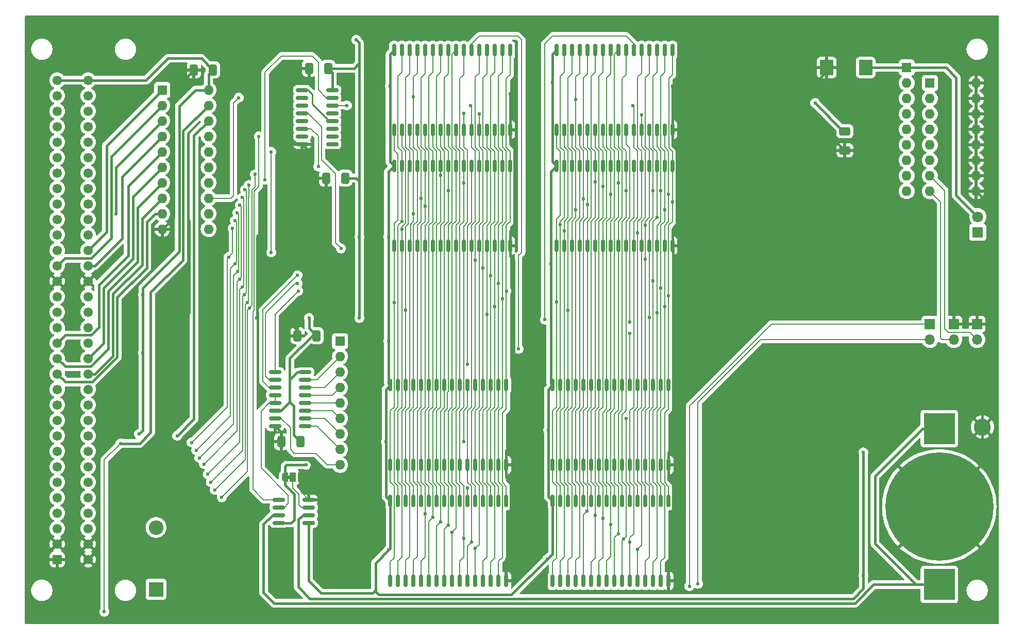
<source format=gbr>
G04 #@! TF.GenerationSoftware,KiCad,Pcbnew,8.0.9-8.0.9-0~ubuntu22.04.1*
G04 #@! TF.CreationDate,2025-03-29T10:12:52+01:00*
G04 #@! TF.ProjectId,CPU09RAM,43505530-3952-4414-9d2e-6b696361645f,rev?*
G04 #@! TF.SameCoordinates,Original*
G04 #@! TF.FileFunction,Copper,L1,Top*
G04 #@! TF.FilePolarity,Positive*
%FSLAX46Y46*%
G04 Gerber Fmt 4.6, Leading zero omitted, Abs format (unit mm)*
G04 Created by KiCad (PCBNEW 8.0.9-8.0.9-0~ubuntu22.04.1) date 2025-03-29 10:12:52*
%MOMM*%
%LPD*%
G01*
G04 APERTURE LIST*
G04 Aperture macros list*
%AMRoundRect*
0 Rectangle with rounded corners*
0 $1 Rounding radius*
0 $2 $3 $4 $5 $6 $7 $8 $9 X,Y pos of 4 corners*
0 Add a 4 corners polygon primitive as box body*
4,1,4,$2,$3,$4,$5,$6,$7,$8,$9,$2,$3,0*
0 Add four circle primitives for the rounded corners*
1,1,$1+$1,$2,$3*
1,1,$1+$1,$4,$5*
1,1,$1+$1,$6,$7*
1,1,$1+$1,$8,$9*
0 Add four rect primitives between the rounded corners*
20,1,$1+$1,$2,$3,$4,$5,0*
20,1,$1+$1,$4,$5,$6,$7,0*
20,1,$1+$1,$6,$7,$8,$9,0*
20,1,$1+$1,$8,$9,$2,$3,0*%
%AMFreePoly0*
4,1,19,0.550000,-0.750000,0.000000,-0.750000,0.000000,-0.744911,-0.071157,-0.744911,-0.207708,-0.704816,-0.327430,-0.627875,-0.420627,-0.520320,-0.479746,-0.390866,-0.500000,-0.250000,-0.500000,0.250000,-0.479746,0.390866,-0.420627,0.520320,-0.327430,0.627875,-0.207708,0.704816,-0.071157,0.744911,0.000000,0.744911,0.000000,0.750000,0.550000,0.750000,0.550000,-0.750000,0.550000,-0.750000,
$1*%
%AMFreePoly1*
4,1,19,0.000000,0.744911,0.071157,0.744911,0.207708,0.704816,0.327430,0.627875,0.420627,0.520320,0.479746,0.390866,0.500000,0.250000,0.500000,-0.250000,0.479746,-0.390866,0.420627,-0.520320,0.327430,-0.627875,0.207708,-0.704816,0.071157,-0.744911,0.000000,-0.744911,0.000000,-0.750000,-0.550000,-0.750000,-0.550000,0.750000,0.000000,0.750000,0.000000,0.744911,0.000000,0.744911,
$1*%
G04 Aperture macros list end*
G04 #@! TA.AperFunction,EtchedComponent*
%ADD10C,0.000000*%
G04 #@! TD*
G04 #@! TA.AperFunction,SMDPad,CuDef*
%ADD11RoundRect,0.150000X0.825000X0.150000X-0.825000X0.150000X-0.825000X-0.150000X0.825000X-0.150000X0*%
G04 #@! TD*
G04 #@! TA.AperFunction,SMDPad,CuDef*
%ADD12RoundRect,0.150000X0.150000X-0.875000X0.150000X0.875000X-0.150000X0.875000X-0.150000X-0.875000X0*%
G04 #@! TD*
G04 #@! TA.AperFunction,SMDPad,CuDef*
%ADD13RoundRect,0.250000X0.412500X0.650000X-0.412500X0.650000X-0.412500X-0.650000X0.412500X-0.650000X0*%
G04 #@! TD*
G04 #@! TA.AperFunction,SMDPad,CuDef*
%ADD14FreePoly0,0.000000*%
G04 #@! TD*
G04 #@! TA.AperFunction,SMDPad,CuDef*
%ADD15R,1.000000X1.500000*%
G04 #@! TD*
G04 #@! TA.AperFunction,SMDPad,CuDef*
%ADD16FreePoly1,0.000000*%
G04 #@! TD*
G04 #@! TA.AperFunction,ComponentPad*
%ADD17C,2.800000*%
G04 #@! TD*
G04 #@! TA.AperFunction,ComponentPad*
%ADD18R,1.700000X1.700000*%
G04 #@! TD*
G04 #@! TA.AperFunction,ComponentPad*
%ADD19O,1.700000X1.700000*%
G04 #@! TD*
G04 #@! TA.AperFunction,SMDPad,CuDef*
%ADD20RoundRect,0.150000X-0.825000X-0.150000X0.825000X-0.150000X0.825000X0.150000X-0.825000X0.150000X0*%
G04 #@! TD*
G04 #@! TA.AperFunction,ComponentPad*
%ADD21R,1.600000X1.600000*%
G04 #@! TD*
G04 #@! TA.AperFunction,ComponentPad*
%ADD22O,1.600000X1.600000*%
G04 #@! TD*
G04 #@! TA.AperFunction,ComponentPad*
%ADD23R,1.800000X1.800000*%
G04 #@! TD*
G04 #@! TA.AperFunction,ComponentPad*
%ADD24C,1.800000*%
G04 #@! TD*
G04 #@! TA.AperFunction,SMDPad,CuDef*
%ADD25RoundRect,0.250000X0.875000X1.025000X-0.875000X1.025000X-0.875000X-1.025000X0.875000X-1.025000X0*%
G04 #@! TD*
G04 #@! TA.AperFunction,ComponentPad*
%ADD26R,2.400000X2.400000*%
G04 #@! TD*
G04 #@! TA.AperFunction,ComponentPad*
%ADD27O,2.400000X2.400000*%
G04 #@! TD*
G04 #@! TA.AperFunction,ComponentPad*
%ADD28RoundRect,0.249999X0.525001X-0.525001X0.525001X0.525001X-0.525001X0.525001X-0.525001X-0.525001X0*%
G04 #@! TD*
G04 #@! TA.AperFunction,ComponentPad*
%ADD29C,1.550000*%
G04 #@! TD*
G04 #@! TA.AperFunction,SMDPad,CuDef*
%ADD30RoundRect,0.250000X-0.650000X0.412500X-0.650000X-0.412500X0.650000X-0.412500X0.650000X0.412500X0*%
G04 #@! TD*
G04 #@! TA.AperFunction,SMDPad,CuDef*
%ADD31R,5.100000X5.100000*%
G04 #@! TD*
G04 #@! TA.AperFunction,SMDPad,CuDef*
%ADD32C,17.800000*%
G04 #@! TD*
G04 #@! TA.AperFunction,ViaPad*
%ADD33C,0.600000*%
G04 #@! TD*
G04 #@! TA.AperFunction,Conductor*
%ADD34C,0.400000*%
G04 #@! TD*
G04 #@! TA.AperFunction,Conductor*
%ADD35C,0.200000*%
G04 #@! TD*
G04 #@! TA.AperFunction,Conductor*
%ADD36C,0.250000*%
G04 #@! TD*
G04 APERTURE END LIST*
D10*
G04 #@! TA.AperFunction,EtchedComponent*
G36*
X103613000Y-126157000D02*
G01*
X103113000Y-126157000D01*
X103113000Y-125557000D01*
X103613000Y-125557000D01*
X103613000Y-126157000D01*
G37*
G04 #@! TD.AperFunction*
D11*
X106615000Y-133350000D03*
X106615000Y-132080000D03*
X106615000Y-130810000D03*
X106615000Y-129540000D03*
X101665000Y-129540000D03*
X101665000Y-130810000D03*
X101665000Y-132080000D03*
X101665000Y-133350000D03*
D12*
X120015000Y-123825000D03*
X121285000Y-123825000D03*
X122555000Y-123825000D03*
X123825000Y-123825000D03*
X125095000Y-123825000D03*
X126365000Y-123825000D03*
X127635000Y-123825000D03*
X128905000Y-123825000D03*
X130175000Y-123825000D03*
X131445000Y-123825000D03*
X132715000Y-123825000D03*
X133985000Y-123825000D03*
X135255000Y-123825000D03*
X136525000Y-123825000D03*
X137795000Y-123825000D03*
X139065000Y-123825000D03*
X139065000Y-110725000D03*
X137795000Y-110725000D03*
X136525000Y-110725000D03*
X135255000Y-110725000D03*
X133985000Y-110725000D03*
X132715000Y-110725000D03*
X131445000Y-110725000D03*
X130175000Y-110725000D03*
X128905000Y-110725000D03*
X127635000Y-110725000D03*
X126365000Y-110725000D03*
X125095000Y-110725000D03*
X123825000Y-110725000D03*
X122555000Y-110725000D03*
X121285000Y-110725000D03*
X120015000Y-110725000D03*
D13*
X90882000Y-58928000D03*
X87757000Y-58928000D03*
X112599000Y-76708000D03*
X109474000Y-76708000D03*
D14*
X102713000Y-125857000D03*
D15*
X104013000Y-125857000D03*
D16*
X105313000Y-125857000D03*
D17*
X217297000Y-117602000D03*
D18*
X216408000Y-100711000D03*
D19*
X216408000Y-103251000D03*
D12*
X120015000Y-142875000D03*
X121285000Y-142875000D03*
X122555000Y-142875000D03*
X123825000Y-142875000D03*
X125095000Y-142875000D03*
X126365000Y-142875000D03*
X127635000Y-142875000D03*
X128905000Y-142875000D03*
X130175000Y-142875000D03*
X131445000Y-142875000D03*
X132715000Y-142875000D03*
X133985000Y-142875000D03*
X135255000Y-142875000D03*
X136525000Y-142875000D03*
X137795000Y-142875000D03*
X139065000Y-142875000D03*
X139065000Y-129775000D03*
X137795000Y-129775000D03*
X136525000Y-129775000D03*
X135255000Y-129775000D03*
X133985000Y-129775000D03*
X132715000Y-129775000D03*
X131445000Y-129775000D03*
X130175000Y-129775000D03*
X128905000Y-129775000D03*
X127635000Y-129775000D03*
X126365000Y-129775000D03*
X125095000Y-129775000D03*
X123825000Y-129775000D03*
X122555000Y-129775000D03*
X121285000Y-129775000D03*
X120015000Y-129775000D03*
D20*
X105540000Y-62230000D03*
X105540000Y-63500000D03*
X105540000Y-64770000D03*
X105540000Y-66040000D03*
X105540000Y-67310000D03*
X105540000Y-68580000D03*
X105540000Y-69850000D03*
X105540000Y-71120000D03*
X110490000Y-71120000D03*
X110490000Y-69850000D03*
X110490000Y-68580000D03*
X110490000Y-67310000D03*
X110490000Y-66040000D03*
X110490000Y-64770000D03*
X110490000Y-63500000D03*
X110490000Y-62230000D03*
D13*
X109805000Y-58674000D03*
X106680000Y-58674000D03*
D12*
X147320000Y-68780000D03*
X148590000Y-68780000D03*
X149860000Y-68780000D03*
X151130000Y-68780000D03*
X152400000Y-68780000D03*
X153670000Y-68780000D03*
X154940000Y-68780000D03*
X156210000Y-68780000D03*
X157480000Y-68780000D03*
X158750000Y-68780000D03*
X160020000Y-68780000D03*
X161290000Y-68780000D03*
X162560000Y-68780000D03*
X163830000Y-68780000D03*
X165100000Y-68780000D03*
X166370000Y-68780000D03*
X166370000Y-55680000D03*
X165100000Y-55680000D03*
X163830000Y-55680000D03*
X162560000Y-55680000D03*
X161290000Y-55680000D03*
X160020000Y-55680000D03*
X158750000Y-55680000D03*
X157480000Y-55680000D03*
X156210000Y-55680000D03*
X154940000Y-55680000D03*
X153670000Y-55680000D03*
X152400000Y-55680000D03*
X151130000Y-55680000D03*
X149860000Y-55680000D03*
X148590000Y-55680000D03*
X147320000Y-55680000D03*
D18*
X212598000Y-100711000D03*
D19*
X212598000Y-103251000D03*
D13*
X105233000Y-120015000D03*
X102108000Y-120015000D03*
D12*
X146685000Y-123825000D03*
X147955000Y-123825000D03*
X149225000Y-123825000D03*
X150495000Y-123825000D03*
X151765000Y-123825000D03*
X153035000Y-123825000D03*
X154305000Y-123825000D03*
X155575000Y-123825000D03*
X156845000Y-123825000D03*
X158115000Y-123825000D03*
X159385000Y-123825000D03*
X160655000Y-123825000D03*
X161925000Y-123825000D03*
X163195000Y-123825000D03*
X164465000Y-123825000D03*
X165735000Y-123825000D03*
X165735000Y-110725000D03*
X164465000Y-110725000D03*
X163195000Y-110725000D03*
X161925000Y-110725000D03*
X160655000Y-110725000D03*
X159385000Y-110725000D03*
X158115000Y-110725000D03*
X156845000Y-110725000D03*
X155575000Y-110725000D03*
X154305000Y-110725000D03*
X153035000Y-110725000D03*
X151765000Y-110725000D03*
X150495000Y-110725000D03*
X149225000Y-110725000D03*
X147955000Y-110725000D03*
X146685000Y-110725000D03*
X120650000Y-87830000D03*
X121920000Y-87830000D03*
X123190000Y-87830000D03*
X124460000Y-87830000D03*
X125730000Y-87830000D03*
X127000000Y-87830000D03*
X128270000Y-87830000D03*
X129540000Y-87830000D03*
X130810000Y-87830000D03*
X132080000Y-87830000D03*
X133350000Y-87830000D03*
X134620000Y-87830000D03*
X135890000Y-87830000D03*
X137160000Y-87830000D03*
X138430000Y-87830000D03*
X139700000Y-87830000D03*
X139700000Y-74730000D03*
X138430000Y-74730000D03*
X137160000Y-74730000D03*
X135890000Y-74730000D03*
X134620000Y-74730000D03*
X133350000Y-74730000D03*
X132080000Y-74730000D03*
X130810000Y-74730000D03*
X129540000Y-74730000D03*
X128270000Y-74730000D03*
X127000000Y-74730000D03*
X125730000Y-74730000D03*
X124460000Y-74730000D03*
X123190000Y-74730000D03*
X121920000Y-74730000D03*
X120650000Y-74730000D03*
D21*
X82550000Y-62230000D03*
D22*
X82550000Y-64770000D03*
X82550000Y-67310000D03*
X82550000Y-69850000D03*
X82550000Y-72390000D03*
X82550000Y-74930000D03*
X82550000Y-77470000D03*
X82550000Y-80010000D03*
X82550000Y-82550000D03*
X82550000Y-85090000D03*
X90170000Y-85090000D03*
X90170000Y-82550000D03*
X90170000Y-80010000D03*
X90170000Y-77470000D03*
X90170000Y-74930000D03*
X90170000Y-72390000D03*
X90170000Y-69850000D03*
X90170000Y-67310000D03*
X90170000Y-64770000D03*
X90170000Y-62230000D03*
D23*
X216535000Y-85598000D03*
D24*
X216535000Y-83058000D03*
D12*
X147320000Y-87830000D03*
X148590000Y-87830000D03*
X149860000Y-87830000D03*
X151130000Y-87830000D03*
X152400000Y-87830000D03*
X153670000Y-87830000D03*
X154940000Y-87830000D03*
X156210000Y-87830000D03*
X157480000Y-87830000D03*
X158750000Y-87830000D03*
X160020000Y-87830000D03*
X161290000Y-87830000D03*
X162560000Y-87830000D03*
X163830000Y-87830000D03*
X165100000Y-87830000D03*
X166370000Y-87830000D03*
X166370000Y-74730000D03*
X165100000Y-74730000D03*
X163830000Y-74730000D03*
X162560000Y-74730000D03*
X161290000Y-74730000D03*
X160020000Y-74730000D03*
X158750000Y-74730000D03*
X157480000Y-74730000D03*
X156210000Y-74730000D03*
X154940000Y-74730000D03*
X153670000Y-74730000D03*
X152400000Y-74730000D03*
X151130000Y-74730000D03*
X149860000Y-74730000D03*
X148590000Y-74730000D03*
X147320000Y-74730000D03*
D25*
X198120000Y-58547000D03*
X191720000Y-58547000D03*
D26*
X81534000Y-144272000D03*
D27*
X81534000Y-134112000D03*
D13*
X107900000Y-102616000D03*
X104775000Y-102616000D03*
D21*
X208661000Y-61087000D03*
D22*
X208661000Y-63627000D03*
X208661000Y-66167000D03*
X208661000Y-68707000D03*
X208661000Y-71247000D03*
X208661000Y-73787000D03*
X208661000Y-76327000D03*
X208661000Y-78867000D03*
X216281000Y-78867000D03*
X216281000Y-76327000D03*
X216281000Y-73787000D03*
X216281000Y-71247000D03*
X216281000Y-68707000D03*
X216281000Y-66167000D03*
X216281000Y-63627000D03*
X216281000Y-61087000D03*
D21*
X204851000Y-58532000D03*
D22*
X204851000Y-61072000D03*
X204851000Y-63612000D03*
X204851000Y-66152000D03*
X204851000Y-68692000D03*
X204851000Y-71232000D03*
X204851000Y-73772000D03*
X204851000Y-76312000D03*
X204851000Y-78852000D03*
D28*
X65300000Y-139373000D03*
D29*
X65300000Y-136833000D03*
X65300000Y-134293000D03*
X65300000Y-131753000D03*
X65300000Y-129213000D03*
X65300000Y-126673000D03*
X65300000Y-124133000D03*
X65300000Y-121593000D03*
X65300000Y-119053000D03*
X65300000Y-116513000D03*
X65300000Y-113973000D03*
X65300000Y-111433000D03*
X65300000Y-108893000D03*
X65300000Y-106353000D03*
X65300000Y-103813000D03*
X65300000Y-101273000D03*
X65300000Y-98733000D03*
X65300000Y-96193000D03*
X65300000Y-93653000D03*
X65300000Y-91113000D03*
X65300000Y-88573000D03*
X65300000Y-86033000D03*
X65300000Y-83493000D03*
X65300000Y-80953000D03*
X65300000Y-78413000D03*
X65300000Y-75873000D03*
X65300000Y-73333000D03*
X65300000Y-70793000D03*
X65300000Y-68253000D03*
X65300000Y-65713000D03*
X65300000Y-63173000D03*
X65300000Y-60633000D03*
X70380000Y-139373000D03*
X70380000Y-136833000D03*
X70380000Y-134293000D03*
X70380000Y-131753000D03*
X70380000Y-129213000D03*
X70380000Y-126673000D03*
X70380000Y-124133000D03*
X70380000Y-121593000D03*
X70380000Y-119053000D03*
X70380000Y-116513000D03*
X70380000Y-113973000D03*
X70380000Y-111433000D03*
X70380000Y-108893000D03*
X70380000Y-106353000D03*
X70380000Y-103813000D03*
X70380000Y-101273000D03*
X70380000Y-98733000D03*
X70380000Y-96193000D03*
X70380000Y-93653000D03*
X70380000Y-91113000D03*
X70380000Y-88573000D03*
X70380000Y-86033000D03*
X70380000Y-83493000D03*
X70380000Y-80953000D03*
X70380000Y-78413000D03*
X70380000Y-75873000D03*
X70380000Y-73333000D03*
X70380000Y-70793000D03*
X70380000Y-68253000D03*
X70380000Y-65713000D03*
X70380000Y-63173000D03*
X70380000Y-60633000D03*
D20*
X101095000Y-108585000D03*
X101095000Y-109855000D03*
X101095000Y-111125000D03*
X101095000Y-112395000D03*
X101095000Y-113665000D03*
X101095000Y-114935000D03*
X101095000Y-116205000D03*
X101095000Y-117475000D03*
X106045000Y-117475000D03*
X106045000Y-116205000D03*
X106045000Y-114935000D03*
X106045000Y-113665000D03*
X106045000Y-112395000D03*
X106045000Y-111125000D03*
X106045000Y-109855000D03*
X106045000Y-108585000D03*
D30*
X194691000Y-69011000D03*
X194691000Y-72136000D03*
D21*
X111760000Y-103505000D03*
D22*
X111760000Y-106045000D03*
X111760000Y-108585000D03*
X111760000Y-111125000D03*
X111760000Y-113665000D03*
X111760000Y-116205000D03*
X111760000Y-118745000D03*
X111760000Y-121285000D03*
X111760000Y-123825000D03*
D12*
X146685000Y-142875000D03*
X147955000Y-142875000D03*
X149225000Y-142875000D03*
X150495000Y-142875000D03*
X151765000Y-142875000D03*
X153035000Y-142875000D03*
X154305000Y-142875000D03*
X155575000Y-142875000D03*
X156845000Y-142875000D03*
X158115000Y-142875000D03*
X159385000Y-142875000D03*
X160655000Y-142875000D03*
X161925000Y-142875000D03*
X163195000Y-142875000D03*
X164465000Y-142875000D03*
X165735000Y-142875000D03*
X165735000Y-129775000D03*
X164465000Y-129775000D03*
X163195000Y-129775000D03*
X161925000Y-129775000D03*
X160655000Y-129775000D03*
X159385000Y-129775000D03*
X158115000Y-129775000D03*
X156845000Y-129775000D03*
X155575000Y-129775000D03*
X154305000Y-129775000D03*
X153035000Y-129775000D03*
X151765000Y-129775000D03*
X150495000Y-129775000D03*
X149225000Y-129775000D03*
X147955000Y-129775000D03*
X146685000Y-129775000D03*
X120650000Y-68780000D03*
X121920000Y-68780000D03*
X123190000Y-68780000D03*
X124460000Y-68780000D03*
X125730000Y-68780000D03*
X127000000Y-68780000D03*
X128270000Y-68780000D03*
X129540000Y-68780000D03*
X130810000Y-68780000D03*
X132080000Y-68780000D03*
X133350000Y-68780000D03*
X134620000Y-68780000D03*
X135890000Y-68780000D03*
X137160000Y-68780000D03*
X138430000Y-68780000D03*
X139700000Y-68780000D03*
X139700000Y-55680000D03*
X138430000Y-55680000D03*
X137160000Y-55680000D03*
X135890000Y-55680000D03*
X134620000Y-55680000D03*
X133350000Y-55680000D03*
X132080000Y-55680000D03*
X130810000Y-55680000D03*
X129540000Y-55680000D03*
X128270000Y-55680000D03*
X127000000Y-55680000D03*
X125730000Y-55680000D03*
X124460000Y-55680000D03*
X123190000Y-55680000D03*
X121920000Y-55680000D03*
X120650000Y-55680000D03*
D31*
X210207244Y-117883000D03*
X210207244Y-143483000D03*
D32*
X210207244Y-130683000D03*
D18*
X208661000Y-100711000D03*
D19*
X208661000Y-103251000D03*
D33*
X114300000Y-105029000D03*
X210312000Y-138303000D03*
X67818000Y-129540000D03*
X117602000Y-74930000D03*
X166370000Y-61595000D03*
X214630000Y-125730000D03*
X92837000Y-82296000D03*
X113919000Y-101346000D03*
X67945000Y-80264000D03*
X68199000Y-95631000D03*
X114427000Y-107061000D03*
X68199000Y-71628000D03*
X68072000Y-66802000D03*
X92583000Y-64389000D03*
X202692000Y-130683000D03*
X67945000Y-132207000D03*
X114173000Y-109855000D03*
X112268000Y-55880000D03*
X67945000Y-108839000D03*
X139573000Y-138684000D03*
X106680000Y-78105000D03*
X201676000Y-109855000D03*
X107569000Y-79248000D03*
X166435000Y-118110000D03*
X101092000Y-65659000D03*
X218059000Y-130683000D03*
X179832000Y-126492000D03*
X117348000Y-125984000D03*
X117856000Y-71501000D03*
X200152000Y-92075000D03*
X89027000Y-89789000D03*
X68072000Y-61976000D03*
X193421000Y-126365000D03*
X118110000Y-104648000D03*
X102715000Y-99695000D03*
X180467000Y-57404000D03*
X68072000Y-113792000D03*
X100330000Y-51308000D03*
X182118000Y-81915000D03*
X82296000Y-106680000D03*
X67945000Y-87884000D03*
X67945000Y-105156000D03*
X114300000Y-112268000D03*
X80010000Y-53721000D03*
X118110000Y-107188000D03*
X96520000Y-57277000D03*
X74676000Y-64897000D03*
X194691000Y-72136000D03*
X67818000Y-126492000D03*
X139700000Y-62865000D03*
X196977000Y-80391000D03*
X67945000Y-138049000D03*
X115951000Y-143002000D03*
X166370000Y-139700006D03*
X114681000Y-122682000D03*
X68453000Y-143129000D03*
X215519000Y-135890000D03*
X180467000Y-142875000D03*
X91821000Y-91313000D03*
X117983000Y-109982000D03*
X117348000Y-67691000D03*
X193421000Y-143637000D03*
X67945000Y-118618000D03*
X98313000Y-86247398D03*
X117221000Y-117348000D03*
X100711000Y-135509000D03*
X82296000Y-105283000D03*
X91313000Y-105664000D03*
X117729000Y-112649000D03*
X92456000Y-86995000D03*
X82296000Y-130429000D03*
X67818000Y-91440000D03*
X91821000Y-100203000D03*
X67818000Y-111633000D03*
X103886000Y-135890000D03*
X86995000Y-83750000D03*
X113538000Y-71501000D03*
X117475000Y-86614000D03*
X82674000Y-103124000D03*
X114681000Y-130175000D03*
X82296000Y-116840000D03*
X205105000Y-135763000D03*
X181483000Y-110490000D03*
X67945000Y-116713000D03*
X88900000Y-96520000D03*
X67945000Y-121285000D03*
X92583000Y-74676000D03*
X206121000Y-125349000D03*
X170815000Y-65786000D03*
X117475000Y-88519000D03*
X117983000Y-122555000D03*
X85471000Y-51435000D03*
X210312000Y-123952000D03*
X117348000Y-120142000D03*
X67691000Y-135001000D03*
X140335000Y-117475000D03*
X117602000Y-61976000D03*
X114935000Y-114935000D03*
X139700000Y-87830000D03*
X102997000Y-71628000D03*
X166370000Y-87830000D03*
X80137000Y-122301000D03*
X107696000Y-84836000D03*
X68072000Y-84455000D03*
X67945000Y-56388000D03*
X113284000Y-67818000D03*
X96774000Y-65532000D03*
X79883000Y-128651000D03*
X100711000Y-141605000D03*
X117729000Y-114808000D03*
X92964000Y-71120000D03*
X117729000Y-56515000D03*
X68072000Y-76962000D03*
X67818000Y-124079000D03*
X88519000Y-136144000D03*
X178562000Y-96139000D03*
X114046000Y-117348000D03*
X103505000Y-141859000D03*
X67818000Y-64389000D03*
X92837000Y-78359000D03*
X210207244Y-130683000D03*
X110109000Y-143002000D03*
X67945000Y-101219000D03*
X114300000Y-120015000D03*
X96647000Y-71247000D03*
X112395000Y-51689000D03*
X68072000Y-98933000D03*
X118618000Y-101219000D03*
X98044000Y-99695000D03*
X145796000Y-139319000D03*
X119715000Y-86360000D03*
X119761000Y-137810000D03*
X119715000Y-103505000D03*
X146620000Y-60960000D03*
X119950000Y-61595000D03*
X145985000Y-118110000D03*
X146385000Y-90805000D03*
X119315000Y-120015000D03*
X114935000Y-99695000D03*
X106172000Y-123825000D03*
X105233000Y-120015000D03*
X114935000Y-86360000D03*
X106680000Y-99695000D03*
X79375000Y-105410000D03*
X78740000Y-118745000D03*
X79375000Y-95885000D03*
X189809000Y-64374000D03*
X114427000Y-53975000D03*
X74930000Y-82550000D03*
X133350002Y-136525000D03*
X133223000Y-64770000D03*
X112903000Y-64770000D03*
X159893006Y-64770000D03*
X159385000Y-136525008D03*
X157480000Y-135128000D03*
X130175001Y-134888999D03*
X154940000Y-78105000D03*
X128270000Y-76200000D03*
X152400000Y-81026000D03*
X125730000Y-81280000D03*
X138430000Y-96520000D03*
X96012000Y-95885000D03*
X165735000Y-79375000D03*
X165100000Y-97790000D03*
X90536000Y-126665828D03*
X96139000Y-78627398D03*
X148590000Y-85344000D03*
X121920000Y-85090000D03*
X132080000Y-77470000D03*
X158750000Y-78740000D03*
X132080000Y-135905000D03*
X158369000Y-136017000D03*
X110490000Y-66040000D03*
X132080000Y-66040000D03*
X145415000Y-99949000D03*
X127000000Y-74730000D03*
X153670000Y-77343000D03*
X156210000Y-133604000D03*
X129540000Y-133746000D03*
X123825000Y-82550000D03*
X150495000Y-81915000D03*
X135255000Y-91440000D03*
X161925000Y-84455000D03*
X94486000Y-90805000D03*
X88138000Y-121412000D03*
X94488000Y-83693000D03*
X161925000Y-90043000D03*
X121920000Y-83820000D03*
X147955000Y-84328000D03*
X128270000Y-133238000D03*
X154940000Y-132588000D03*
X163830000Y-98806000D03*
X164465000Y-78740000D03*
X137160000Y-97790000D03*
X96774000Y-77851000D03*
X96534219Y-97124631D03*
X91186000Y-127935828D03*
X105537000Y-64770000D03*
X133985000Y-137541000D03*
X134620000Y-66167000D03*
X161290000Y-66294000D03*
X160655000Y-137667996D03*
X137795000Y-93980000D03*
X95286000Y-93345000D03*
X89408000Y-123698000D03*
X95286000Y-81167398D03*
X164465000Y-94742000D03*
X165100000Y-81915000D03*
X149225000Y-98425000D03*
X122555000Y-98425000D03*
X130810000Y-74730000D03*
X157480000Y-77470000D03*
X129540000Y-78740000D03*
X156210000Y-79375000D03*
X93472000Y-89662000D03*
X160655000Y-85725000D03*
X87376000Y-120142000D03*
X133985000Y-90170000D03*
X94107000Y-84963000D03*
X120650000Y-97155000D03*
X147320000Y-97028000D03*
X127036689Y-132476000D03*
X153670000Y-132080000D03*
X125095000Y-80010000D03*
X151765000Y-80137000D03*
X135890000Y-99060000D03*
X163195000Y-78740000D03*
X162560000Y-99568000D03*
X97775000Y-76087398D03*
X92329000Y-129159000D03*
X96886000Y-98064991D03*
X123825000Y-63373000D03*
X105540000Y-63500000D03*
X150495000Y-63754000D03*
X95123000Y-63500000D03*
X165735000Y-96012000D03*
X95686000Y-94615000D03*
X139080000Y-95250000D03*
X95686000Y-79902766D03*
X166370000Y-80645000D03*
X90028000Y-125349000D03*
X152290569Y-131474431D03*
X125730000Y-131826000D03*
X163194998Y-93599002D03*
X136525000Y-92710000D03*
X94886000Y-92100764D03*
X88646000Y-122682000D03*
X163830000Y-83185000D03*
X94869000Y-82423000D03*
X159385000Y-100330000D03*
X159385000Y-102235000D03*
X158750000Y-116205000D03*
X141085000Y-104775000D03*
X132715000Y-107315000D03*
X132080000Y-120015000D03*
X132715000Y-127635000D03*
X169164000Y-143764000D03*
X75691995Y-120319871D03*
X170561000Y-143383000D03*
X73025000Y-147955000D03*
X98425000Y-69850000D03*
X99441000Y-76962000D03*
X100457006Y-88900000D03*
X100457000Y-72390000D03*
X84992000Y-119049881D03*
X105540000Y-69850000D03*
X111915000Y-88265000D03*
X108204000Y-74803000D03*
X104775000Y-92676000D03*
X104774996Y-93980000D03*
X104902000Y-95250000D03*
X197739000Y-121793000D03*
X197739000Y-141986000D03*
D34*
X140335000Y-117475000D02*
X140335000Y-90170000D01*
X216281000Y-78867000D02*
X216281000Y-61087000D01*
X139065000Y-121412000D02*
X140335000Y-120142000D01*
X165735000Y-123825000D02*
X165735000Y-126238000D01*
X82296000Y-106680000D02*
X82296000Y-105283000D01*
X109855000Y-129540000D02*
X106615000Y-129540000D01*
X165735000Y-123825000D02*
X165735000Y-121793000D01*
X140335000Y-90170000D02*
X139700000Y-89535000D01*
X166497000Y-139573006D02*
X166370000Y-139700006D01*
X105540000Y-71120000D02*
X106680000Y-72260000D01*
X82674000Y-103124000D02*
X86995000Y-98803000D01*
X82296000Y-116840000D02*
X82296000Y-130429000D01*
X166370000Y-71374000D02*
X166370000Y-68780000D01*
X84455000Y-83185000D02*
X82550000Y-85090000D01*
X102997000Y-60579000D02*
X102997000Y-69469000D01*
X139065000Y-123825000D02*
X139065000Y-121412000D01*
X218821000Y-112903000D02*
X218821000Y-99949000D01*
X188087000Y-62865000D02*
X188087000Y-65532000D01*
X139065000Y-139192000D02*
X139573000Y-138684000D01*
X210207244Y-130683000D02*
X217297000Y-123593244D01*
X87757000Y-58928000D02*
X84455000Y-62230000D01*
X217297000Y-123593244D02*
X217297000Y-117602000D01*
X139765000Y-138492000D02*
X139573000Y-138684000D01*
X98163000Y-99576000D02*
X98163000Y-86397398D01*
X165735000Y-126238000D02*
X166497000Y-127000000D01*
X102997000Y-122936000D02*
X106556000Y-122936000D01*
X82296000Y-105283000D02*
X82296000Y-103502000D01*
X218821000Y-99949000D02*
X218821000Y-81407000D01*
X106556000Y-122936000D02*
X110109000Y-126489000D01*
X86995000Y-98803000D02*
X86995000Y-83750000D01*
X218821000Y-81407000D02*
X216281000Y-78867000D01*
X191720000Y-58547000D02*
X191720000Y-59232000D01*
X82296000Y-116840000D02*
X82296000Y-106680000D01*
D35*
X105313000Y-128238000D02*
X106615000Y-129540000D01*
D34*
X139065000Y-123825000D02*
X139065000Y-125857000D01*
X106680000Y-72260000D02*
X106680000Y-78105000D01*
X102108000Y-120015000D02*
X102108000Y-122047000D01*
X139700000Y-85344000D02*
X140400000Y-84644000D01*
X108077000Y-76708000D02*
X106680000Y-78105000D01*
X139700000Y-62865000D02*
X139700000Y-68780000D01*
X109474000Y-76708000D02*
X108077000Y-76708000D01*
X217297000Y-114427000D02*
X218821000Y-112903000D01*
X139765000Y-126557000D02*
X139765000Y-138492000D01*
X165735000Y-121793000D02*
X166435000Y-121093000D01*
X139065000Y-125857000D02*
X139765000Y-126557000D01*
X212598000Y-100711000D02*
X218059000Y-100711000D01*
X110109000Y-126489000D02*
X110109000Y-129286000D01*
X104902000Y-58674000D02*
X102997000Y-60579000D01*
X98044000Y-99695000D02*
X98163000Y-99576000D01*
X104775000Y-101755000D02*
X102715000Y-99695000D01*
X139700000Y-89535000D02*
X139700000Y-87830000D01*
X98163000Y-86397398D02*
X98313000Y-86247398D01*
X166370000Y-61595000D02*
X166370000Y-68780000D01*
X140400000Y-71755000D02*
X139700000Y-71055000D01*
X167070000Y-84390000D02*
X167070000Y-72074000D01*
X102108000Y-118488000D02*
X101095000Y-117475000D01*
X84455000Y-62230000D02*
X84455000Y-83185000D01*
X167070000Y-72074000D02*
X166370000Y-71374000D01*
X102997000Y-69469000D02*
X104648000Y-71120000D01*
X217297000Y-117602000D02*
X217297000Y-114427000D01*
X139700000Y-87830000D02*
X139700000Y-85344000D01*
X139700000Y-71055000D02*
X139700000Y-68780000D01*
X188087000Y-65532000D02*
X194691000Y-72136000D01*
D35*
X105313000Y-125857000D02*
X105313000Y-128238000D01*
D34*
X191720000Y-59232000D02*
X188087000Y-62865000D01*
X106680000Y-58674000D02*
X104902000Y-58674000D01*
X110109000Y-129286000D02*
X110109000Y-143002000D01*
X102108000Y-120015000D02*
X102108000Y-118488000D01*
X166497000Y-127000000D02*
X166497000Y-139573006D01*
X166435000Y-121093000D02*
X166435000Y-118110000D01*
X166435000Y-118110000D02*
X166435000Y-87895000D01*
X102108000Y-122047000D02*
X102997000Y-122936000D01*
X104775000Y-102616000D02*
X104775000Y-101755000D01*
X82296000Y-103502000D02*
X82674000Y-103124000D01*
X218059000Y-100711000D02*
X218821000Y-99949000D01*
X166370000Y-87830000D02*
X166370000Y-85090000D01*
X110109000Y-129286000D02*
X109855000Y-129540000D01*
X165735000Y-142875000D02*
X165735000Y-140335006D01*
X140335000Y-120142000D02*
X140335000Y-117475000D01*
X166370000Y-85090000D02*
X167070000Y-84390000D01*
X139065000Y-142875000D02*
X139065000Y-139192000D01*
X165735000Y-140335006D02*
X166370000Y-139700006D01*
X104648000Y-71120000D02*
X105540000Y-71120000D01*
X140400000Y-84644000D02*
X140400000Y-71755000D01*
X119715000Y-75665000D02*
X120650000Y-74730000D01*
X146620000Y-60960000D02*
X146620000Y-56380000D01*
X108667339Y-144907000D02*
X117094000Y-144907000D01*
X119715000Y-86360000D02*
X119715000Y-75665000D01*
X145985000Y-111425000D02*
X146685000Y-110725000D01*
X146385000Y-75665000D02*
X147320000Y-74730000D01*
X139919000Y-145196000D02*
X145796000Y-139319000D01*
X146620000Y-74030000D02*
X146620000Y-60960000D01*
X146620000Y-56380000D02*
X147320000Y-55680000D01*
X106615000Y-142854661D02*
X108667339Y-144907000D01*
X119715000Y-110425000D02*
X119715000Y-86360000D01*
X119315000Y-111425000D02*
X120015000Y-110725000D01*
X120015000Y-129775000D02*
X119315000Y-129075000D01*
X119950000Y-61595000D02*
X119950000Y-56380000D01*
X120015000Y-110725000D02*
X119715000Y-110425000D01*
X117602000Y-139969000D02*
X117602000Y-144653000D01*
X145985000Y-118110000D02*
X145985000Y-111425000D01*
X147320000Y-74730000D02*
X146620000Y-74030000D01*
X119761000Y-137810000D02*
X117602000Y-139969000D01*
X119315000Y-129075000D02*
X119315000Y-120015000D01*
X146685000Y-129775000D02*
X145985000Y-129075000D01*
X145985000Y-129075000D02*
X145985000Y-118110000D01*
X146685000Y-129775000D02*
X146685000Y-138430000D01*
X120015000Y-129775000D02*
X120015000Y-137556000D01*
X119950000Y-74030000D02*
X119950000Y-61595000D01*
X146685000Y-110725000D02*
X146385000Y-110425000D01*
X119315000Y-120015000D02*
X119315000Y-111425000D01*
X119950000Y-56380000D02*
X120650000Y-55680000D01*
X146685000Y-138430000D02*
X145796000Y-139319000D01*
X117094000Y-144907000D02*
X117602000Y-144399000D01*
X118145000Y-145196000D02*
X139919000Y-145196000D01*
X146385000Y-90805000D02*
X146385000Y-75665000D01*
X106615000Y-133350000D02*
X106615000Y-142854661D01*
X117602000Y-144653000D02*
X118145000Y-145196000D01*
X120650000Y-74730000D02*
X119950000Y-74030000D01*
X146385000Y-110425000D02*
X146385000Y-90805000D01*
X120015000Y-137556000D02*
X119761000Y-137810000D01*
X114935000Y-86360000D02*
X114935000Y-99695000D01*
X103505000Y-109855000D02*
X103505000Y-106299000D01*
X104775000Y-108585000D02*
X106045000Y-108585000D01*
X110490000Y-59359000D02*
X109805000Y-58674000D01*
X107188000Y-102616000D02*
X103505000Y-106299000D01*
X114935000Y-57785000D02*
X114935000Y-54483000D01*
X79883000Y-60633000D02*
X65300000Y-60633000D01*
X103759000Y-133350000D02*
X101665000Y-133350000D01*
X104140000Y-118922000D02*
X104140000Y-114134999D01*
X85344000Y-64897000D02*
X88011000Y-62230000D01*
X79375000Y-105410000D02*
X79375000Y-118110000D01*
X114427000Y-76708000D02*
X114935000Y-77216000D01*
X90882000Y-58928000D02*
X88977000Y-57023000D01*
X212979000Y-79502000D02*
X212979000Y-60198000D01*
X114935000Y-77216000D02*
X114935000Y-57785000D01*
X102713000Y-127097000D02*
X104267000Y-128651000D01*
X104267000Y-128651000D02*
X104267000Y-132842000D01*
X106680000Y-99695000D02*
X106680000Y-101396000D01*
X85344000Y-88773000D02*
X85344000Y-64897000D01*
X102713000Y-125857000D02*
X102713000Y-127097000D01*
X83493000Y-57023000D02*
X79883000Y-60633000D01*
X90170000Y-62230000D02*
X90170000Y-59640000D01*
X114046000Y-58674000D02*
X114935000Y-57785000D01*
X103505000Y-109855000D02*
X104775000Y-108585000D01*
X104267000Y-132842000D02*
X103759000Y-133350000D01*
X211313000Y-58532000D02*
X204851000Y-58532000D01*
X106680000Y-101396000D02*
X107900000Y-102616000D01*
X104140000Y-114134999D02*
X103505000Y-113499999D01*
X194446000Y-69011000D02*
X189809000Y-64374000D01*
X88011000Y-62230000D02*
X90170000Y-62230000D01*
X109805000Y-58674000D02*
X114046000Y-58674000D01*
X102069999Y-114935000D02*
X103505000Y-113499999D01*
X102997000Y-123825000D02*
X106172000Y-123825000D01*
X79375000Y-95885000D02*
X79375000Y-105410000D01*
X216535000Y-83058000D02*
X212979000Y-79502000D01*
X212979000Y-60198000D02*
X211313000Y-58532000D01*
X110490000Y-62230000D02*
X110490000Y-59359000D01*
X79375000Y-118110000D02*
X78740000Y-118745000D01*
X103505000Y-113499999D02*
X103505000Y-109855000D01*
X114935000Y-54483000D02*
X114427000Y-53975000D01*
X198120000Y-58547000D02*
X204836000Y-58547000D01*
X88977000Y-57023000D02*
X83493000Y-57023000D01*
X102713000Y-125857000D02*
X102713000Y-124109000D01*
X79375000Y-94742000D02*
X85344000Y-88773000D01*
X105233000Y-120015000D02*
X104140000Y-118922000D01*
X90170000Y-59640000D02*
X90882000Y-58928000D01*
X107900000Y-102616000D02*
X107188000Y-102616000D01*
X114935000Y-77216000D02*
X114935000Y-86360000D01*
X112599000Y-76708000D02*
X114427000Y-76708000D01*
X79375000Y-95885000D02*
X79375000Y-94742000D01*
X101095000Y-114935000D02*
X102069999Y-114935000D01*
X102713000Y-124109000D02*
X102997000Y-123825000D01*
X79248000Y-90932000D02*
X74436508Y-95743492D01*
X74436508Y-95743492D02*
X74436508Y-105932508D01*
X82550000Y-80010000D02*
X79248000Y-83312000D01*
X74436508Y-105932508D02*
X71476015Y-108893000D01*
X79248000Y-83312000D02*
X79248000Y-90932000D01*
X71476015Y-108893000D02*
X70380000Y-108893000D01*
X72872500Y-94767500D02*
X72872500Y-103860500D01*
X77724000Y-89916000D02*
X72872500Y-94767500D01*
X77724000Y-79756000D02*
X77724000Y-89916000D01*
X82550000Y-74930000D02*
X77724000Y-79756000D01*
X72872500Y-103860500D02*
X70380000Y-106353000D01*
X82550000Y-77470000D02*
X78486000Y-81534000D01*
X70797412Y-107668000D02*
X66615000Y-107668000D01*
X73660000Y-104805412D02*
X70797412Y-107668000D01*
X78486000Y-90424000D02*
X73660000Y-95250000D01*
X73660000Y-95250000D02*
X73660000Y-104805412D01*
X66615000Y-107668000D02*
X65300000Y-106353000D01*
X78486000Y-81534000D02*
X78486000Y-90424000D01*
X66525000Y-89888000D02*
X65300000Y-91113000D01*
X82550000Y-64770000D02*
X74168000Y-73152000D01*
X74168000Y-86607412D02*
X70887412Y-89888000D01*
X74168000Y-73152000D02*
X74168000Y-86607412D01*
X70887412Y-89888000D02*
X66525000Y-89888000D01*
X82550000Y-82550000D02*
X81418630Y-82550000D01*
X80010000Y-91440000D02*
X75150127Y-96299873D01*
X81418630Y-82550000D02*
X80010000Y-83958630D01*
X71080254Y-110208000D02*
X66615000Y-110208000D01*
X75150127Y-106138127D02*
X71080254Y-110208000D01*
X66615000Y-110208000D02*
X65300000Y-108893000D01*
X80010000Y-83958630D02*
X80010000Y-91440000D01*
X75150127Y-96299873D02*
X75150127Y-106138127D01*
X74930000Y-74930000D02*
X74930000Y-82550000D01*
X82550000Y-67310000D02*
X74930000Y-74930000D01*
X73406000Y-71374000D02*
X73406000Y-85547000D01*
X73406000Y-85547000D02*
X70380000Y-88573000D01*
X82550000Y-62230000D02*
X73406000Y-71374000D01*
X70887412Y-102498000D02*
X66615000Y-102498000D01*
X72136000Y-94234000D02*
X72136000Y-101249412D01*
X82550000Y-72390000D02*
X76962000Y-77978000D01*
X66615000Y-102498000D02*
X65300000Y-103813000D01*
X76962000Y-77978000D02*
X76962000Y-89408000D01*
X76962000Y-89408000D02*
X72136000Y-94234000D01*
X72136000Y-101249412D02*
X70887412Y-102498000D01*
X75946000Y-86643015D02*
X71476015Y-91113000D01*
X71476015Y-91113000D02*
X70380000Y-91113000D01*
X75946000Y-76454000D02*
X75946000Y-86643015D01*
X82550000Y-69850000D02*
X75946000Y-76454000D01*
D35*
X216408000Y-103251000D02*
X215258000Y-102101000D01*
X211074000Y-78740000D02*
X208661000Y-76327000D01*
X215258000Y-102101000D02*
X211688000Y-102101000D01*
X211688000Y-102101000D02*
X211074000Y-101487000D01*
X211074000Y-101487000D02*
X211074000Y-78740000D01*
X208661000Y-78867000D02*
X210439000Y-80645000D01*
X210693000Y-103251000D02*
X212598000Y-103251000D01*
X210439000Y-102997000D02*
X210693000Y-103251000D01*
X210439000Y-80645000D02*
X210439000Y-102997000D01*
X159385000Y-114935000D02*
X160020000Y-114300000D01*
X132715000Y-137160002D02*
X133350002Y-136525000D01*
X160020000Y-71648500D02*
X160020000Y-68780000D01*
X159385000Y-123825000D02*
X159385000Y-126693500D01*
X160020000Y-68780000D02*
X160020000Y-64896994D01*
X133350000Y-136524998D02*
X133350002Y-136525000D01*
X160655000Y-72283500D02*
X160020000Y-71648500D01*
X132715000Y-123825000D02*
X132715000Y-126693500D01*
X160655000Y-83185000D02*
X160655000Y-72283500D01*
X133350000Y-127328500D02*
X133350000Y-136524998D01*
X160020000Y-114300000D02*
X160020000Y-87830000D01*
X160020000Y-135128000D02*
X159385000Y-135763000D01*
X160020000Y-127328500D02*
X160020000Y-135128000D01*
X110490000Y-64770000D02*
X112903000Y-64770000D01*
X159385000Y-126693500D02*
X160020000Y-127328500D01*
X133985000Y-83836000D02*
X133985000Y-72283500D01*
X132715000Y-126693500D02*
X133350000Y-127328500D01*
X133350000Y-64897000D02*
X133350000Y-68780000D01*
X159385000Y-142875000D02*
X159385000Y-136525008D01*
X159385000Y-123825000D02*
X159385000Y-114935000D01*
X133350000Y-87830000D02*
X133350000Y-84471000D01*
X160020000Y-87830000D02*
X160020000Y-83820000D01*
X133350000Y-84471000D02*
X133985000Y-83836000D01*
X133350000Y-114300000D02*
X133350000Y-87830000D01*
X160020000Y-83820000D02*
X160655000Y-83185000D01*
X132715000Y-123825000D02*
X132715000Y-114935000D01*
X132715000Y-142875000D02*
X132715000Y-137160002D01*
X133350000Y-71648500D02*
X133350000Y-68780000D01*
X133985000Y-72283500D02*
X133350000Y-71648500D01*
X133223000Y-64770000D02*
X133350000Y-64897000D01*
X160020000Y-64896994D02*
X159893006Y-64770000D01*
X132715000Y-114935000D02*
X133350000Y-114300000D01*
X159385000Y-135763000D02*
X159385000Y-136525008D01*
X156845000Y-123825000D02*
X156845000Y-126762000D01*
X130810000Y-87830000D02*
X130810000Y-84490000D01*
X130175000Y-134889000D02*
X130175001Y-134888999D01*
X158115000Y-72274629D02*
X157480000Y-71639629D01*
X131445000Y-83855000D02*
X131445000Y-72274629D01*
X156845000Y-142875000D02*
X156845000Y-135763000D01*
X157480000Y-87830000D02*
X157480000Y-114808000D01*
X130175000Y-142875000D02*
X130175000Y-134889000D01*
X158115000Y-83185000D02*
X158115000Y-72274629D01*
X130175000Y-123825000D02*
X130175000Y-126762000D01*
X157480000Y-87830000D02*
X157480000Y-83820000D01*
X156845000Y-126762000D02*
X157480000Y-127397000D01*
X156845000Y-135763000D02*
X157480000Y-135128000D01*
X130175000Y-114935000D02*
X130175000Y-123825000D01*
X130810000Y-127397000D02*
X130810000Y-134254000D01*
X130810000Y-87830000D02*
X130810000Y-114300000D01*
X156845000Y-115443000D02*
X156845000Y-123825000D01*
X130810000Y-84490000D02*
X131445000Y-83855000D01*
X130810000Y-114300000D02*
X130175000Y-114935000D01*
X157480000Y-114808000D02*
X156845000Y-115443000D01*
X157480000Y-127397000D02*
X157480000Y-135128000D01*
X130810000Y-134254000D02*
X130175001Y-134888999D01*
X130810000Y-71639629D02*
X130810000Y-68780000D01*
X157480000Y-71639629D02*
X157480000Y-68780000D01*
X157480000Y-83820000D02*
X158115000Y-83185000D01*
X131445000Y-72274629D02*
X130810000Y-71639629D01*
X130175000Y-126762000D02*
X130810000Y-127397000D01*
X153670000Y-126711638D02*
X153670000Y-115004314D01*
X128270000Y-83820000D02*
X127635000Y-84455000D01*
X128270000Y-59344000D02*
X128270000Y-55680000D01*
X154940000Y-59344000D02*
X154940000Y-55680000D01*
X154940000Y-83185000D02*
X154305000Y-83820000D01*
X154940000Y-78105000D02*
X154940000Y-83185000D01*
X154940000Y-72301638D02*
X154305000Y-71666638D01*
X127635000Y-84455000D02*
X127635000Y-110725000D01*
X154305000Y-71666638D02*
X154305000Y-59979000D01*
X128270000Y-76200000D02*
X128270000Y-83820000D01*
X128270000Y-74730000D02*
X128270000Y-76200000D01*
X127635000Y-59979000D02*
X128270000Y-59344000D01*
X127635000Y-129775000D02*
X127635000Y-127346638D01*
X128270000Y-74730000D02*
X128270000Y-72301638D01*
X127000000Y-115004314D02*
X127635000Y-114369314D01*
X154305000Y-83820000D02*
X154305000Y-110725000D01*
X153670000Y-115004314D02*
X154305000Y-114369314D01*
X127635000Y-71666638D02*
X127635000Y-59979000D01*
X154305000Y-114369314D02*
X154305000Y-110725000D01*
X154305000Y-129775000D02*
X154305000Y-127346638D01*
X154305000Y-59979000D02*
X154940000Y-59344000D01*
X127635000Y-114369314D02*
X127635000Y-110725000D01*
X127000000Y-126711638D02*
X127000000Y-115004314D01*
X154940000Y-74730000D02*
X154940000Y-78105000D01*
X154305000Y-127346638D02*
X153670000Y-126711638D01*
X128270000Y-72301638D02*
X127635000Y-71666638D01*
X127635000Y-127346638D02*
X127000000Y-126711638D01*
X154940000Y-74730000D02*
X154940000Y-72301638D01*
X125095000Y-114369314D02*
X125095000Y-110725000D01*
X152400000Y-81026000D02*
X152400000Y-83185000D01*
X124460000Y-126619686D02*
X124460000Y-115004314D01*
X152400000Y-74730000D02*
X152400000Y-72209686D01*
X125095000Y-84455000D02*
X125095000Y-110725000D01*
X151765000Y-127254686D02*
X151130000Y-126619686D01*
X125730000Y-59579000D02*
X125730000Y-55680000D01*
X125095000Y-60214000D02*
X125730000Y-59579000D01*
X125730000Y-72209686D02*
X125095000Y-71574686D01*
X151765000Y-60214000D02*
X152400000Y-59579000D01*
X125730000Y-74730000D02*
X125730000Y-72209686D01*
X152400000Y-83185000D02*
X151765000Y-83820000D01*
X125730000Y-81280000D02*
X125730000Y-83820000D01*
X151765000Y-71574686D02*
X151765000Y-60214000D01*
X151130000Y-115004314D02*
X151765000Y-114369314D01*
X152400000Y-72209686D02*
X151765000Y-71574686D01*
X125095000Y-71574686D02*
X125095000Y-60214000D01*
X152400000Y-59579000D02*
X152400000Y-55680000D01*
X124460000Y-115004314D02*
X125095000Y-114369314D01*
X152400000Y-74730000D02*
X152400000Y-81026000D01*
X125095000Y-129775000D02*
X125095000Y-127254686D01*
X151765000Y-114369314D02*
X151765000Y-110725000D01*
X125730000Y-83820000D02*
X125095000Y-84455000D01*
X125095000Y-127254686D02*
X124460000Y-126619686D01*
X151765000Y-83820000D02*
X151765000Y-110725000D01*
X125730000Y-74730000D02*
X125730000Y-81280000D01*
X151765000Y-129775000D02*
X151765000Y-127254686D01*
X151130000Y-126619686D02*
X151130000Y-115004314D01*
X138430000Y-84524314D02*
X139065000Y-83889314D01*
X137795000Y-139662000D02*
X138430000Y-139027000D01*
X165100000Y-127273686D02*
X164465000Y-126638686D01*
X165735000Y-79375000D02*
X165735000Y-72251372D01*
X165100000Y-84524314D02*
X165735000Y-83889314D01*
X164465000Y-114935000D02*
X165100000Y-114300000D01*
X164465000Y-139662000D02*
X165100000Y-139027000D01*
X164465000Y-142875000D02*
X164465000Y-139662000D01*
X137795000Y-123825000D02*
X137795000Y-114935000D01*
X90536000Y-126665828D02*
X95758000Y-121443828D01*
X138430000Y-71616372D02*
X138430000Y-68780000D01*
X138430000Y-139027000D02*
X138430000Y-127273686D01*
X164465000Y-126638686D02*
X164465000Y-123825000D01*
X165100000Y-97790000D02*
X165100000Y-87830000D01*
X95758000Y-96139000D02*
X96012000Y-95885000D01*
X139065000Y-72251372D02*
X138430000Y-71616372D01*
X165735000Y-83889314D02*
X165735000Y-79375000D01*
X165100000Y-139027000D02*
X165100000Y-127273686D01*
X138430000Y-114300000D02*
X138430000Y-87830000D01*
X95758000Y-121443828D02*
X95758000Y-96139000D01*
X164465000Y-123825000D02*
X164465000Y-114935000D01*
X165100000Y-87830000D02*
X165100000Y-84524314D01*
X137795000Y-142875000D02*
X137795000Y-139662000D01*
X165735000Y-72251372D02*
X165100000Y-71616372D01*
X96139000Y-78627398D02*
X96336000Y-78824398D01*
X139065000Y-83889314D02*
X139065000Y-72251372D01*
X137795000Y-126638686D02*
X137795000Y-123825000D01*
X138430000Y-127273686D02*
X137795000Y-126638686D01*
X96336000Y-78824398D02*
X96336000Y-95561000D01*
X137795000Y-114935000D02*
X138430000Y-114300000D01*
X138430000Y-87830000D02*
X138430000Y-84524314D01*
X165100000Y-114300000D02*
X165100000Y-97790000D01*
X165100000Y-71616372D02*
X165100000Y-68780000D01*
X96336000Y-95561000D02*
X96012000Y-95885000D01*
X121920000Y-87830000D02*
X121920000Y-85090000D01*
X148590000Y-114300000D02*
X147955000Y-114935000D01*
X148590000Y-87830000D02*
X148590000Y-114300000D01*
X121920000Y-85090000D02*
X121920000Y-84739239D01*
X121285000Y-139643000D02*
X121920000Y-139008000D01*
X147955000Y-126619686D02*
X147955000Y-123825000D01*
X121920000Y-139008000D02*
X121920000Y-127254686D01*
X121920000Y-127254686D02*
X121285000Y-126619686D01*
X121920000Y-84739239D02*
X122555000Y-84104239D01*
X121920000Y-87830000D02*
X121920000Y-114300000D01*
X148590000Y-87830000D02*
X148590000Y-85344000D01*
X148590000Y-127254686D02*
X147955000Y-126619686D01*
X121920000Y-114300000D02*
X121285000Y-114935000D01*
X121285000Y-126619686D02*
X121285000Y-123825000D01*
X121285000Y-114935000D02*
X121285000Y-123825000D01*
X121920000Y-71574686D02*
X121920000Y-68780000D01*
X149225000Y-83185000D02*
X149225000Y-72209686D01*
X148590000Y-83820000D02*
X149225000Y-83185000D01*
X147955000Y-114935000D02*
X147955000Y-123825000D01*
X148590000Y-139008000D02*
X148590000Y-127254686D01*
X147955000Y-142875000D02*
X147955000Y-139643000D01*
X149225000Y-72209686D02*
X148590000Y-71574686D01*
X148590000Y-71574686D02*
X148590000Y-68780000D01*
X121285000Y-142875000D02*
X121285000Y-139643000D01*
X122555000Y-84104239D02*
X122555000Y-72209686D01*
X122555000Y-72209686D02*
X121920000Y-71574686D01*
X147955000Y-139643000D02*
X148590000Y-139008000D01*
X148590000Y-85344000D02*
X148590000Y-83820000D01*
X158115000Y-110725000D02*
X158115000Y-83820000D01*
X130810000Y-114954000D02*
X131445000Y-114319000D01*
X157480000Y-126689000D02*
X157480000Y-115405000D01*
X158115000Y-71644000D02*
X158115000Y-60360000D01*
X131445000Y-71644000D02*
X131445000Y-60360000D01*
X132080000Y-72279000D02*
X131445000Y-71644000D01*
X158750000Y-78740000D02*
X158750000Y-74730000D01*
X158115000Y-127324000D02*
X157480000Y-126689000D01*
X132080000Y-74730000D02*
X132080000Y-72279000D01*
X131445000Y-110725000D02*
X131445000Y-84455000D01*
X158115000Y-114770000D02*
X158115000Y-110725000D01*
X158750000Y-59725000D02*
X158750000Y-55680000D01*
X158750000Y-74730000D02*
X158750000Y-72279000D01*
X132080000Y-77470000D02*
X132080000Y-74730000D01*
X157480000Y-115405000D02*
X158115000Y-114770000D01*
X130810000Y-126689000D02*
X130810000Y-114954000D01*
X131445000Y-60360000D02*
X132080000Y-59725000D01*
X158750000Y-72279000D02*
X158115000Y-71644000D01*
X131445000Y-114319000D02*
X131445000Y-110725000D01*
X158115000Y-129775000D02*
X158115000Y-127324000D01*
X131445000Y-129775000D02*
X131445000Y-127324000D01*
X131445000Y-127324000D02*
X130810000Y-126689000D01*
X158115000Y-60360000D02*
X158750000Y-59725000D01*
X158115000Y-83820000D02*
X158750000Y-83185000D01*
X131445000Y-84455000D02*
X132080000Y-83820000D01*
X132080000Y-83820000D02*
X132080000Y-77470000D01*
X158750000Y-83185000D02*
X158750000Y-78740000D01*
X132080000Y-59725000D02*
X132080000Y-55680000D01*
X132080000Y-87830000D02*
X132080000Y-84598000D01*
X131445000Y-142875000D02*
X131445000Y-139643000D01*
X132080000Y-114369314D02*
X131445000Y-115004314D01*
X159385000Y-71755000D02*
X158750000Y-71120000D01*
X158115000Y-123825000D02*
X158115000Y-126619686D01*
X132080000Y-71574686D02*
X132080000Y-68780000D01*
X158750000Y-87830000D02*
X158750000Y-83820000D01*
X158750000Y-71120000D02*
X158750000Y-68780000D01*
X158115000Y-123825000D02*
X158115000Y-115570000D01*
X132080000Y-132080000D02*
X132080000Y-127254686D01*
X158750000Y-127254686D02*
X158750000Y-135636000D01*
X158750000Y-114935000D02*
X158750000Y-87830000D01*
X158115000Y-115570000D02*
X158750000Y-114935000D01*
X158115000Y-142875000D02*
X158115000Y-136271000D01*
X158115000Y-136271000D02*
X158369000Y-136017000D01*
X158750000Y-83820000D02*
X159385000Y-83185000D01*
X158750000Y-135636000D02*
X158369000Y-136017000D01*
X132080000Y-66040000D02*
X132080000Y-68780000D01*
X132080000Y-127254686D02*
X131445000Y-126619686D01*
X131445000Y-115004314D02*
X131445000Y-123825000D01*
X132080000Y-139008000D02*
X132080000Y-132080000D01*
X132715000Y-83963000D02*
X132715000Y-72209686D01*
X131445000Y-126619686D02*
X131445000Y-123825000D01*
X132080000Y-87830000D02*
X132080000Y-114369314D01*
X158115000Y-126619686D02*
X158750000Y-127254686D01*
X159385000Y-83185000D02*
X159385000Y-71755000D01*
X131445000Y-139643000D02*
X132080000Y-139008000D01*
X132080000Y-84598000D02*
X132715000Y-83963000D01*
X132715000Y-72209686D02*
X132080000Y-71574686D01*
X132080000Y-132080000D02*
X132080000Y-135905000D01*
X158750000Y-53340000D02*
X146685000Y-53340000D01*
X106045000Y-109855000D02*
X107950000Y-109855000D01*
X160020000Y-55680000D02*
X160020000Y-54610000D01*
X145415000Y-54610000D02*
X145415000Y-99949000D01*
X107950000Y-109855000D02*
X111760000Y-106045000D01*
X146685000Y-53340000D02*
X145415000Y-54610000D01*
X160020000Y-54610000D02*
X158750000Y-53340000D01*
X127000000Y-72348314D02*
X126365000Y-71713314D01*
X126365000Y-129775000D02*
X126365000Y-127393314D01*
X125730000Y-115004314D02*
X126365000Y-114369314D01*
X126365000Y-59979000D02*
X127000000Y-59344000D01*
X153670000Y-83185000D02*
X153670000Y-77343000D01*
X153035000Y-59979000D02*
X153670000Y-59344000D01*
X153670000Y-59344000D02*
X153670000Y-55680000D01*
X153035000Y-71713314D02*
X153035000Y-59979000D01*
X127000000Y-83820000D02*
X126365000Y-84455000D01*
X153035000Y-127393314D02*
X152400000Y-126758314D01*
X153670000Y-74730000D02*
X153670000Y-77343000D01*
X126365000Y-71713314D02*
X126365000Y-59979000D01*
X125730000Y-126758314D02*
X125730000Y-115004314D01*
X126365000Y-84455000D02*
X126365000Y-110725000D01*
X126365000Y-127393314D02*
X125730000Y-126758314D01*
X153670000Y-74730000D02*
X153670000Y-72348314D01*
X153670000Y-83185000D02*
X153035000Y-83820000D01*
X153670000Y-72348314D02*
X153035000Y-71713314D01*
X153035000Y-129775000D02*
X153035000Y-127393314D01*
X152400000Y-115004314D02*
X153035000Y-114369314D01*
X126365000Y-114369314D02*
X126365000Y-110725000D01*
X127000000Y-74730000D02*
X127000000Y-72348314D01*
X153035000Y-83820000D02*
X153035000Y-110725000D01*
X153035000Y-114369314D02*
X153035000Y-110725000D01*
X127000000Y-74730000D02*
X127000000Y-83820000D01*
X127000000Y-59344000D02*
X127000000Y-55680000D01*
X152400000Y-126758314D02*
X152400000Y-115004314D01*
X155575000Y-115189000D02*
X156210000Y-114554000D01*
X156845000Y-72263000D02*
X156210000Y-71628000D01*
X156210000Y-87830000D02*
X156210000Y-83820000D01*
X156210000Y-138900000D02*
X156210000Y-133604000D01*
X128905000Y-123825000D02*
X128905000Y-115062000D01*
X155575000Y-123825000D02*
X155575000Y-115189000D01*
X129413000Y-111882552D02*
X129540000Y-111755552D01*
X156210000Y-114554000D02*
X156210000Y-87830000D01*
X128905000Y-123825000D02*
X128905000Y-126712500D01*
X128905000Y-126712500D02*
X129540000Y-127347500D01*
X156210000Y-127347500D02*
X155575000Y-126712500D01*
X156210000Y-133604000D02*
X156210000Y-127347500D01*
X128905000Y-134381000D02*
X129540000Y-133746000D01*
X130140000Y-72101000D02*
X129540000Y-71501000D01*
X130140000Y-83855000D02*
X130140000Y-72101000D01*
X156210000Y-83820000D02*
X156845000Y-83185000D01*
X128905000Y-142875000D02*
X128905000Y-134381000D01*
X156845000Y-83185000D02*
X156845000Y-72263000D01*
X128905000Y-115062000D02*
X129413000Y-114554000D01*
X129540000Y-87830000D02*
X129540000Y-84455000D01*
X129540000Y-71501000D02*
X129540000Y-68780000D01*
X129413000Y-114554000D02*
X129413000Y-111882552D01*
X129540000Y-111755552D02*
X129540000Y-87830000D01*
X155575000Y-126712500D02*
X155575000Y-123825000D01*
X129540000Y-84455000D02*
X130140000Y-83855000D01*
X156210000Y-71628000D02*
X156210000Y-68780000D01*
X129540000Y-127347500D02*
X129540000Y-133746000D01*
X155575000Y-139535000D02*
X156210000Y-138900000D01*
X155575000Y-142875000D02*
X155575000Y-139535000D01*
X150495000Y-72283500D02*
X149860000Y-71648500D01*
X149860000Y-83820000D02*
X150495000Y-83185000D01*
X149225000Y-139516000D02*
X149860000Y-138881000D01*
X122555000Y-114935000D02*
X123190000Y-114300000D01*
X123190000Y-114300000D02*
X123190000Y-87830000D01*
X149860000Y-127328500D02*
X149225000Y-126693500D01*
X123825000Y-72283500D02*
X123190000Y-71648500D01*
X149225000Y-123825000D02*
X149225000Y-114935000D01*
X149860000Y-138881000D02*
X149860000Y-127328500D01*
X122555000Y-123825000D02*
X122555000Y-114935000D01*
X122555000Y-139516000D02*
X123190000Y-138881000D01*
X123370000Y-87650000D02*
X123370000Y-84291000D01*
X149225000Y-142875000D02*
X149225000Y-139516000D01*
X123370000Y-84291000D02*
X123825000Y-83836000D01*
X149860000Y-114300000D02*
X149860000Y-87830000D01*
X149225000Y-126693500D02*
X149225000Y-123825000D01*
X123825000Y-83836000D02*
X123825000Y-82550000D01*
X123825000Y-82550000D02*
X123825000Y-72283500D01*
X150495000Y-83185000D02*
X150495000Y-81915000D01*
X149225000Y-114935000D02*
X149860000Y-114300000D01*
X122555000Y-126693500D02*
X122555000Y-123825000D01*
X149860000Y-87830000D02*
X149860000Y-83820000D01*
X149860000Y-71648500D02*
X149860000Y-68780000D01*
X122555000Y-142875000D02*
X122555000Y-139516000D01*
X150495000Y-81915000D02*
X150495000Y-72283500D01*
X123190000Y-71648500D02*
X123190000Y-68780000D01*
X123190000Y-138881000D02*
X123190000Y-127328500D01*
X123190000Y-127328500D02*
X122555000Y-126693500D01*
X135255000Y-127254686D02*
X134620000Y-126619686D01*
X135255000Y-129775000D02*
X135255000Y-127254686D01*
X162560000Y-83185000D02*
X161925000Y-83820000D01*
X135255000Y-114369314D02*
X135255000Y-110725000D01*
X162560000Y-74730000D02*
X162560000Y-83185000D01*
X134620000Y-115004314D02*
X135255000Y-114369314D01*
X162560000Y-59579000D02*
X162560000Y-55680000D01*
X135890000Y-74730000D02*
X135890000Y-72209686D01*
X161290000Y-126619686D02*
X161290000Y-115004314D01*
X161925000Y-127254686D02*
X161290000Y-126619686D01*
X94736000Y-90555000D02*
X94486000Y-90805000D01*
X135890000Y-74730000D02*
X135890000Y-83820000D01*
X161925000Y-84455000D02*
X161925000Y-90043000D01*
X135890000Y-72209686D02*
X135255000Y-71574686D01*
X161925000Y-60214000D02*
X162560000Y-59579000D01*
X161925000Y-114369314D02*
X161925000Y-110725000D01*
X135255000Y-60214000D02*
X135890000Y-59579000D01*
X135890000Y-83820000D02*
X135255000Y-84455000D01*
X93745000Y-115805000D02*
X93745000Y-91546000D01*
X161290000Y-115004314D02*
X161925000Y-114369314D01*
X161925000Y-90043000D02*
X161925000Y-110725000D01*
X134620000Y-126619686D02*
X134620000Y-115004314D01*
X93745000Y-91546000D02*
X94486000Y-90805000D01*
X94736000Y-83941000D02*
X94736000Y-90555000D01*
X94488000Y-83693000D02*
X94736000Y-83941000D01*
X162560000Y-74730000D02*
X162560000Y-72209686D01*
X135255000Y-71574686D02*
X135255000Y-60214000D01*
X161925000Y-83820000D02*
X161925000Y-84455000D01*
X135890000Y-59579000D02*
X135890000Y-55680000D01*
X88138000Y-121412000D02*
X93745000Y-115805000D01*
X161925000Y-71574686D02*
X161925000Y-60214000D01*
X162560000Y-72209686D02*
X161925000Y-71574686D01*
X161925000Y-129775000D02*
X161925000Y-127254686D01*
X135255000Y-84455000D02*
X135255000Y-110725000D01*
X147320000Y-126692638D02*
X147320000Y-115005000D01*
X121920000Y-74730000D02*
X121920000Y-72282638D01*
X147955000Y-84328000D02*
X147955000Y-110725000D01*
X147955000Y-59960000D02*
X148590000Y-59325000D01*
X121285000Y-127327638D02*
X120650000Y-126692638D01*
X121285000Y-71647638D02*
X121285000Y-59960000D01*
X148590000Y-74730000D02*
X148590000Y-83185000D01*
X147955000Y-83820000D02*
X147955000Y-84328000D01*
X121920000Y-59325000D02*
X121920000Y-55680000D01*
X120650000Y-115005000D02*
X121285000Y-114370000D01*
X147955000Y-127327638D02*
X147320000Y-126692638D01*
X147955000Y-71647638D02*
X147955000Y-59960000D01*
X121920000Y-72282638D02*
X121285000Y-71647638D01*
X147320000Y-115005000D02*
X147955000Y-114370000D01*
X147955000Y-114370000D02*
X147955000Y-110725000D01*
X148590000Y-59325000D02*
X148590000Y-55680000D01*
X121920000Y-74730000D02*
X121920000Y-83820000D01*
X148590000Y-74730000D02*
X148590000Y-72282638D01*
X148590000Y-72282638D02*
X147955000Y-71647638D01*
X121285000Y-129775000D02*
X121285000Y-127327638D01*
X121920000Y-83820000D02*
X121285000Y-84455000D01*
X121285000Y-59960000D02*
X121920000Y-59325000D01*
X121285000Y-114370000D02*
X121285000Y-110725000D01*
X120650000Y-126692638D02*
X120650000Y-115005000D01*
X121285000Y-84455000D02*
X121285000Y-110725000D01*
X147955000Y-129775000D02*
X147955000Y-127327638D01*
X148590000Y-83185000D02*
X147955000Y-83820000D01*
X154940000Y-83820000D02*
X155575000Y-83185000D01*
X154305000Y-126638686D02*
X154305000Y-123825000D01*
X127635000Y-133873000D02*
X128270000Y-133238000D01*
X154305000Y-139662000D02*
X154940000Y-139027000D01*
X154940000Y-71593686D02*
X154940000Y-68780000D01*
X154305000Y-114935000D02*
X154940000Y-114300000D01*
X127635000Y-142875000D02*
X127635000Y-133873000D01*
X128270000Y-84455000D02*
X128905000Y-83820000D01*
X128270000Y-114300000D02*
X128270000Y-87830000D01*
X154940000Y-87830000D02*
X154940000Y-83820000D01*
X127635000Y-126638686D02*
X128270000Y-127273686D01*
X128270000Y-127273686D02*
X128270000Y-133238000D01*
X154940000Y-127273686D02*
X154305000Y-126638686D01*
X154940000Y-114300000D02*
X154940000Y-87830000D01*
X155575000Y-83185000D02*
X155575000Y-72228686D01*
X127635000Y-123825000D02*
X127635000Y-126638686D01*
X154940000Y-139027000D02*
X154940000Y-132588000D01*
X155575000Y-72228686D02*
X154940000Y-71593686D01*
X127635000Y-123825000D02*
X127635000Y-114935000D01*
X128905000Y-72228686D02*
X128270000Y-71593686D01*
X127635000Y-114935000D02*
X128270000Y-114300000D01*
X154940000Y-132588000D02*
X154940000Y-127273686D01*
X128270000Y-87830000D02*
X128270000Y-84455000D01*
X154305000Y-123825000D02*
X154305000Y-114935000D01*
X128905000Y-83820000D02*
X128905000Y-72228686D01*
X154305000Y-142875000D02*
X154305000Y-139662000D01*
X128270000Y-71593686D02*
X128270000Y-68780000D01*
X96774000Y-79894629D02*
X96736000Y-79932629D01*
X137795000Y-72232324D02*
X137160000Y-71597324D01*
X137160000Y-114300000D02*
X137160000Y-87830000D01*
X163830000Y-127277324D02*
X163195000Y-126642324D01*
X164465000Y-83889314D02*
X164465000Y-78740000D01*
X136525000Y-139789000D02*
X137160000Y-139154000D01*
X96158000Y-122963828D02*
X96158000Y-97500850D01*
X163830000Y-114300000D02*
X163830000Y-98806000D01*
X137160000Y-139154000D02*
X137160000Y-127277324D01*
X91186000Y-127935828D02*
X96158000Y-122963828D01*
X163195000Y-126642324D02*
X163195000Y-123825000D01*
X96774000Y-77851000D02*
X96774000Y-79894629D01*
X136525000Y-142875000D02*
X136525000Y-139789000D01*
X137160000Y-71597324D02*
X137160000Y-68780000D01*
X163830000Y-139154000D02*
X163830000Y-127277324D01*
X163830000Y-71597324D02*
X163830000Y-68780000D01*
X164465000Y-72232324D02*
X163830000Y-71597324D01*
X163195000Y-142875000D02*
X163195000Y-139789000D01*
X163195000Y-139789000D02*
X163830000Y-139154000D01*
X163195000Y-123825000D02*
X163195000Y-114935000D01*
X96736000Y-79932629D02*
X96736000Y-96922850D01*
X137160000Y-87830000D02*
X137160000Y-84524314D01*
X137160000Y-127277324D02*
X136525000Y-126642324D01*
X96736000Y-96922850D02*
X96534219Y-97124631D01*
X163830000Y-87830000D02*
X163830000Y-84524314D01*
X164465000Y-78740000D02*
X164465000Y-72232324D01*
X137795000Y-83889314D02*
X137795000Y-72232324D01*
X163830000Y-98806000D02*
X163830000Y-87830000D01*
X163195000Y-114935000D02*
X163830000Y-114300000D01*
X136525000Y-123825000D02*
X136525000Y-114935000D01*
X163830000Y-84524314D02*
X164465000Y-83889314D01*
X136525000Y-114935000D02*
X137160000Y-114300000D01*
X96158000Y-97500850D02*
X96534219Y-97124631D01*
X137160000Y-84524314D02*
X137795000Y-83889314D01*
X136525000Y-126642324D02*
X136525000Y-123825000D01*
X161290000Y-83820000D02*
X161925000Y-83185000D01*
X135255000Y-83836000D02*
X135255000Y-72152000D01*
X134620000Y-114300000D02*
X133985000Y-114935000D01*
X161290000Y-87830000D02*
X161290000Y-83820000D01*
X161290000Y-137032996D02*
X160655000Y-137667996D01*
X134620000Y-71517000D02*
X134620000Y-68780000D01*
X161290000Y-66294000D02*
X161290000Y-68780000D01*
X161925000Y-72152000D02*
X161290000Y-71517000D01*
X134620000Y-127197000D02*
X134620000Y-136906000D01*
X161290000Y-114300000D02*
X160655000Y-114935000D01*
X161290000Y-87830000D02*
X161290000Y-114300000D01*
X161925000Y-83185000D02*
X161925000Y-72152000D01*
X134620000Y-87830000D02*
X134620000Y-114300000D01*
X160655000Y-123825000D02*
X160655000Y-126562000D01*
X134620000Y-136906000D02*
X133985000Y-137541000D01*
X133985000Y-114935000D02*
X133985000Y-123825000D01*
X160655000Y-126562000D02*
X161290000Y-127197000D01*
X134620000Y-84471000D02*
X135255000Y-83836000D01*
X133985000Y-123825000D02*
X133985000Y-126562000D01*
X133985000Y-142875000D02*
X133985000Y-137541000D01*
X135255000Y-72152000D02*
X134620000Y-71517000D01*
X133985000Y-126562000D02*
X134620000Y-127197000D01*
X160655000Y-114935000D02*
X160655000Y-123825000D01*
X160655000Y-142875000D02*
X160655000Y-137667996D01*
X134620000Y-87830000D02*
X134620000Y-84471000D01*
X161290000Y-71517000D02*
X161290000Y-68780000D01*
X161290000Y-127197000D02*
X161290000Y-137032996D01*
X134620000Y-66167000D02*
X134620000Y-68780000D01*
X137795000Y-59979000D02*
X138430000Y-59344000D01*
X165100000Y-83820000D02*
X164465000Y-84455000D01*
X137160000Y-115004314D02*
X137795000Y-114369314D01*
X95536000Y-81417398D02*
X95286000Y-81167398D01*
X163830000Y-115004314D02*
X164465000Y-114369314D01*
X137160000Y-126711638D02*
X137160000Y-115004314D01*
X163830000Y-126711638D02*
X163830000Y-115004314D01*
X165100000Y-74730000D02*
X165100000Y-72301638D01*
X95286000Y-93345000D02*
X95536000Y-93095000D01*
X138430000Y-74730000D02*
X138430000Y-83820000D01*
X164465000Y-127346638D02*
X163830000Y-126711638D01*
X165100000Y-72301638D02*
X164465000Y-71666638D01*
X94869000Y-118237000D02*
X94869000Y-93762000D01*
X138430000Y-83820000D02*
X137795000Y-84455000D01*
X165100000Y-81915000D02*
X165100000Y-83820000D01*
X137795000Y-84455000D02*
X137795000Y-110725000D01*
X165100000Y-59344000D02*
X165100000Y-55680000D01*
X138430000Y-74730000D02*
X138430000Y-72301638D01*
X164465000Y-71666638D02*
X164465000Y-59979000D01*
X94869000Y-93762000D02*
X95286000Y-93345000D01*
X164465000Y-59979000D02*
X165100000Y-59344000D01*
X164465000Y-129775000D02*
X164465000Y-127346638D01*
X164465000Y-84455000D02*
X164465000Y-94742000D01*
X138430000Y-59344000D02*
X138430000Y-55680000D01*
X89408000Y-123698000D02*
X94869000Y-118237000D01*
X137795000Y-129775000D02*
X137795000Y-127346638D01*
X137795000Y-114369314D02*
X137795000Y-110725000D01*
X137795000Y-127346638D02*
X137160000Y-126711638D01*
X165100000Y-74730000D02*
X165100000Y-81915000D01*
X95536000Y-93095000D02*
X95536000Y-81417398D01*
X164465000Y-94742000D02*
X164465000Y-110725000D01*
X137795000Y-71666638D02*
X137795000Y-59979000D01*
X164465000Y-114369314D02*
X164465000Y-110725000D01*
X138430000Y-72301638D02*
X137795000Y-71666638D01*
X123190000Y-74730000D02*
X122970000Y-74950000D01*
X122555000Y-127324000D02*
X121920000Y-126689000D01*
X149225000Y-98425000D02*
X149225000Y-110725000D01*
X149225000Y-129775000D02*
X149225000Y-127324000D01*
X149225000Y-71644000D02*
X149225000Y-60214000D01*
X149860000Y-59579000D02*
X149860000Y-55680000D01*
X122555000Y-60214000D02*
X123190000Y-59579000D01*
X149225000Y-83820000D02*
X149225000Y-98425000D01*
X149860000Y-72279000D02*
X149225000Y-71644000D01*
X148590000Y-126689000D02*
X148590000Y-115004314D01*
X121920000Y-115004314D02*
X122555000Y-114369314D01*
X122555000Y-98425000D02*
X122555000Y-110725000D01*
X122555000Y-129775000D02*
X122555000Y-127324000D01*
X122555000Y-84669924D02*
X122555000Y-98425000D01*
X122970000Y-84254924D02*
X122555000Y-84669924D01*
X149225000Y-60214000D02*
X149860000Y-59579000D01*
X123190000Y-59579000D02*
X123190000Y-55680000D01*
X149225000Y-114369314D02*
X149225000Y-110725000D01*
X149860000Y-74730000D02*
X149860000Y-72279000D01*
X123190000Y-74730000D02*
X123190000Y-72279000D01*
X122555000Y-71644000D02*
X122555000Y-60214000D01*
X122555000Y-114369314D02*
X122555000Y-110725000D01*
X149225000Y-127324000D02*
X148590000Y-126689000D01*
X148590000Y-115004314D02*
X149225000Y-114369314D01*
X123190000Y-72279000D02*
X122555000Y-71644000D01*
X122970000Y-74950000D02*
X122970000Y-84254924D01*
X121920000Y-126689000D02*
X121920000Y-115004314D01*
X149860000Y-83185000D02*
X149225000Y-83820000D01*
X149860000Y-74730000D02*
X149860000Y-83185000D01*
X130810000Y-74730000D02*
X130810000Y-83750686D01*
X157480000Y-74730000D02*
X157480000Y-83115686D01*
X157480000Y-74730000D02*
X157480000Y-72205314D01*
X156845000Y-129775000D02*
X156845000Y-127343000D01*
X130175000Y-84385686D02*
X130175000Y-110725000D01*
X157480000Y-72205314D02*
X156845000Y-71570314D01*
X130175000Y-127343000D02*
X129559000Y-126727000D01*
X130175000Y-56315000D02*
X130810000Y-55680000D01*
X156845000Y-127343000D02*
X156210000Y-126708000D01*
X129559000Y-126727000D02*
X129559000Y-114985314D01*
X130175000Y-114369314D02*
X130175000Y-110725000D01*
X156210000Y-115246686D02*
X156845000Y-114611686D01*
X130175000Y-129775000D02*
X130175000Y-127343000D01*
X156845000Y-114611686D02*
X156845000Y-110725000D01*
X156210000Y-126708000D02*
X156210000Y-115246686D01*
X129559000Y-114985314D02*
X130175000Y-114369314D01*
X130175000Y-71570314D02*
X130175000Y-56315000D01*
X156845000Y-83750686D02*
X156845000Y-110725000D01*
X156845000Y-71570314D02*
X156845000Y-56315000D01*
X130810000Y-74730000D02*
X130810000Y-72205314D01*
X157480000Y-83115686D02*
X156845000Y-83750686D01*
X130810000Y-83750686D02*
X130175000Y-84385686D01*
X156845000Y-56315000D02*
X157480000Y-55680000D01*
X130810000Y-72205314D02*
X130175000Y-71570314D01*
X129540000Y-73822000D02*
X129540000Y-72298000D01*
X156210000Y-83185000D02*
X156210000Y-79883000D01*
X155575000Y-110725000D02*
X155575000Y-83820000D01*
X156210000Y-79883000D02*
X156210000Y-74730000D01*
X156210000Y-79883000D02*
X156210000Y-79375000D01*
X128905000Y-127343000D02*
X128270000Y-126708000D01*
X156210000Y-72298000D02*
X155575000Y-71663000D01*
X128905000Y-114427000D02*
X128905000Y-110725000D01*
X128905000Y-84524314D02*
X129540000Y-83889314D01*
X128905000Y-71663000D02*
X128905000Y-60233000D01*
X128905000Y-110725000D02*
X128905000Y-84524314D01*
X129540000Y-83889314D02*
X129540000Y-78740000D01*
X128270000Y-126708000D02*
X128270000Y-115062000D01*
X154940000Y-115258314D02*
X155575000Y-114623314D01*
X129540000Y-59598000D02*
X129540000Y-55680000D01*
X154940000Y-126708000D02*
X154940000Y-115258314D01*
X155575000Y-83820000D02*
X156210000Y-83185000D01*
X128270000Y-115062000D02*
X128905000Y-114427000D01*
X155575000Y-128867000D02*
X155575000Y-127343000D01*
X155575000Y-60233000D02*
X156210000Y-59598000D01*
X128905000Y-60233000D02*
X129540000Y-59598000D01*
X128905000Y-128867000D02*
X128905000Y-127343000D01*
X156210000Y-73822000D02*
X156210000Y-72298000D01*
X129540000Y-72298000D02*
X128905000Y-71663000D01*
X156210000Y-59598000D02*
X156210000Y-55680000D01*
X155575000Y-114623314D02*
X155575000Y-110725000D01*
X155575000Y-127343000D02*
X154940000Y-126708000D01*
X129540000Y-78740000D02*
X129540000Y-74730000D01*
X155575000Y-71663000D02*
X155575000Y-60233000D01*
X134620000Y-59452000D02*
X134620000Y-55680000D01*
X134620000Y-74730000D02*
X134620000Y-72279000D01*
X160655000Y-60087000D02*
X161290000Y-59452000D01*
X94107000Y-84963000D02*
X94107000Y-89027000D01*
X133350000Y-126689000D02*
X133350000Y-115004314D01*
X160655000Y-127324000D02*
X160020000Y-126689000D01*
X161290000Y-59452000D02*
X161290000Y-55680000D01*
X94107000Y-89027000D02*
X93472000Y-89662000D01*
X160655000Y-71644000D02*
X160655000Y-60087000D01*
X133985000Y-60087000D02*
X134620000Y-59452000D01*
X160655000Y-114369314D02*
X160655000Y-110725000D01*
X161290000Y-74730000D02*
X161290000Y-83185000D01*
X160020000Y-115004314D02*
X160655000Y-114369314D01*
X133350000Y-115004314D02*
X133985000Y-114369314D01*
X93218000Y-114300000D02*
X93218000Y-89916000D01*
X161290000Y-74730000D02*
X161290000Y-72279000D01*
X87376000Y-120142000D02*
X93218000Y-114300000D01*
X160655000Y-83820000D02*
X160655000Y-85725000D01*
X133985000Y-84455000D02*
X133985000Y-110725000D01*
X161290000Y-83185000D02*
X160655000Y-83820000D01*
X133985000Y-129775000D02*
X133985000Y-127324000D01*
X134620000Y-72279000D02*
X133985000Y-71644000D01*
X133985000Y-127324000D02*
X133350000Y-126689000D01*
X134620000Y-83820000D02*
X133985000Y-84455000D01*
X161290000Y-72279000D02*
X160655000Y-71644000D01*
X133985000Y-114369314D02*
X133985000Y-110725000D01*
X93218000Y-89916000D02*
X93472000Y-89662000D01*
X160655000Y-85725000D02*
X160655000Y-110725000D01*
X133985000Y-71644000D02*
X133985000Y-60087000D01*
X134620000Y-74730000D02*
X134620000Y-83820000D01*
X160655000Y-129775000D02*
X160655000Y-127324000D01*
X160020000Y-126689000D02*
X160020000Y-115004314D01*
X147320000Y-139135000D02*
X147320000Y-127258324D01*
X147920000Y-82839000D02*
X147920000Y-72355000D01*
X147320000Y-87830000D02*
X147320000Y-83439000D01*
X147320000Y-71755000D02*
X147320000Y-68780000D01*
X120650000Y-87830000D02*
X120650000Y-97155000D01*
X121285000Y-83566000D02*
X121285000Y-72771000D01*
X146685000Y-114935000D02*
X146685000Y-123825000D01*
X120650000Y-114300000D02*
X120015000Y-114935000D01*
X120650000Y-98425000D02*
X120650000Y-114300000D01*
X146685000Y-126623324D02*
X146685000Y-123825000D01*
X147320000Y-83439000D02*
X147920000Y-82839000D01*
X147320000Y-87830000D02*
X147320000Y-97028000D01*
X120015000Y-142875000D02*
X120015000Y-139770000D01*
X120650000Y-139135000D02*
X120650000Y-127258324D01*
X120015000Y-139770000D02*
X120650000Y-139135000D01*
X147320000Y-114300000D02*
X146685000Y-114935000D01*
X120650000Y-84201000D02*
X121285000Y-83566000D01*
X120650000Y-127258324D02*
X120015000Y-126623324D01*
X146685000Y-139770000D02*
X147320000Y-139135000D01*
X146685000Y-142875000D02*
X146685000Y-139770000D01*
X120650000Y-72136000D02*
X120650000Y-68780000D01*
X120015000Y-126623324D02*
X120015000Y-123825000D01*
X147920000Y-72355000D02*
X147320000Y-71755000D01*
X120615000Y-98390000D02*
X120650000Y-98425000D01*
X120650000Y-97155000D02*
X120650000Y-98355000D01*
X121285000Y-72771000D02*
X120650000Y-72136000D01*
X147320000Y-127258324D02*
X146685000Y-126623324D01*
X120015000Y-114935000D02*
X120015000Y-123825000D01*
X147320000Y-97028000D02*
X147320000Y-114300000D01*
X120650000Y-87830000D02*
X120650000Y-84201000D01*
X153670000Y-87830000D02*
X153670000Y-83820000D01*
X153670000Y-127277324D02*
X153035000Y-126642324D01*
X127000000Y-114300000D02*
X127000000Y-87830000D01*
X153035000Y-126642324D02*
X153035000Y-123825000D01*
X154305000Y-83185000D02*
X154305000Y-72232324D01*
X127635000Y-72232324D02*
X127000000Y-71597324D01*
X153670000Y-139154000D02*
X153670000Y-132080000D01*
X153670000Y-114300000D02*
X153670000Y-87830000D01*
X154305000Y-72232324D02*
X153670000Y-71597324D01*
X126365000Y-142875000D02*
X126365000Y-133147689D01*
X153670000Y-71597324D02*
X153670000Y-68780000D01*
X153035000Y-139789000D02*
X153670000Y-139154000D01*
X127000000Y-127277324D02*
X127000000Y-132439311D01*
X127635000Y-83820000D02*
X127635000Y-72232324D01*
X127000000Y-132439311D02*
X127036689Y-132476000D01*
X153670000Y-132080000D02*
X153670000Y-127277324D01*
X126365000Y-114935000D02*
X127000000Y-114300000D01*
X127000000Y-87830000D02*
X127000000Y-84455000D01*
X126365000Y-123825000D02*
X126365000Y-126642324D01*
X153035000Y-123825000D02*
X153035000Y-114935000D01*
X126365000Y-133147689D02*
X127036689Y-132476000D01*
X127000000Y-71597324D02*
X127000000Y-68780000D01*
X153035000Y-114935000D02*
X153670000Y-114300000D01*
X153035000Y-142875000D02*
X153035000Y-139789000D01*
X127000000Y-84455000D02*
X127635000Y-83820000D01*
X126365000Y-123825000D02*
X126365000Y-114935000D01*
X153670000Y-83820000D02*
X154305000Y-83185000D01*
X126365000Y-126642324D02*
X127000000Y-127277324D01*
X124460000Y-84471000D02*
X125095000Y-83836000D01*
X151130000Y-71517000D02*
X151130000Y-68780000D01*
X123825000Y-126562000D02*
X123825000Y-123825000D01*
X151130000Y-83820000D02*
X151765000Y-83185000D01*
X150495000Y-123825000D02*
X150495000Y-114935000D01*
X150495000Y-142875000D02*
X150495000Y-139516000D01*
X151765000Y-83185000D02*
X151765000Y-80137000D01*
X151765000Y-80137000D02*
X151765000Y-72152000D01*
X125095000Y-80010000D02*
X125095000Y-72152000D01*
X151765000Y-72152000D02*
X151130000Y-71517000D01*
X125095000Y-83836000D02*
X125095000Y-80010000D01*
X123825000Y-139516000D02*
X124460000Y-138881000D01*
X123825000Y-142875000D02*
X123825000Y-139516000D01*
X125095000Y-72152000D02*
X124460000Y-71517000D01*
X124460000Y-71517000D02*
X124460000Y-68780000D01*
X124460000Y-87830000D02*
X124460000Y-84471000D01*
X124460000Y-127197000D02*
X123825000Y-126562000D01*
X150495000Y-114935000D02*
X151130000Y-114300000D01*
X150495000Y-126562000D02*
X150495000Y-123825000D01*
X151130000Y-127197000D02*
X150495000Y-126562000D01*
X123825000Y-123825000D02*
X123825000Y-114935000D01*
X150495000Y-139516000D02*
X151130000Y-138881000D01*
X123825000Y-114935000D02*
X124460000Y-114300000D01*
X151130000Y-87830000D02*
X151130000Y-83820000D01*
X151130000Y-138881000D02*
X151130000Y-127197000D01*
X124460000Y-138881000D02*
X124460000Y-127197000D01*
X124460000Y-114300000D02*
X124460000Y-87830000D01*
X151130000Y-114300000D02*
X151130000Y-87830000D01*
X135255000Y-123825000D02*
X135255000Y-126689000D01*
X161925000Y-114935000D02*
X162560000Y-114300000D01*
X161925000Y-123825000D02*
X161925000Y-126689000D01*
X161925000Y-139643000D02*
X161925000Y-142875000D01*
X96886000Y-98064991D02*
X97263000Y-97687991D01*
X161925000Y-123825000D02*
X161925000Y-114935000D01*
X162560000Y-139008000D02*
X161925000Y-139643000D01*
X135890000Y-114300000D02*
X135890000Y-87830000D01*
X135255000Y-139643000D02*
X135255000Y-142875000D01*
X135890000Y-139008000D02*
X135255000Y-139643000D01*
X135890000Y-68780000D02*
X135890000Y-71644000D01*
X163195000Y-72279000D02*
X163195000Y-78740000D01*
X96558000Y-98392991D02*
X96886000Y-98064991D01*
X162560000Y-127324000D02*
X162560000Y-139008000D01*
X136525000Y-72279000D02*
X136525000Y-83889314D01*
X135255000Y-126689000D02*
X135890000Y-127324000D01*
X135890000Y-71644000D02*
X136525000Y-72279000D01*
X162560000Y-114300000D02*
X162560000Y-99568000D01*
X162560000Y-99568000D02*
X162560000Y-87830000D01*
X96558000Y-124930000D02*
X96558000Y-98392991D01*
X97263000Y-78701315D02*
X97775000Y-78189315D01*
X97263000Y-97687991D02*
X97263000Y-78701315D01*
X135255000Y-123825000D02*
X135255000Y-114935000D01*
X135890000Y-84524314D02*
X135890000Y-87830000D01*
X162560000Y-83820000D02*
X162560000Y-87830000D01*
X136525000Y-83889314D02*
X135890000Y-84524314D01*
X161925000Y-126689000D02*
X162560000Y-127324000D01*
X135890000Y-127324000D02*
X135890000Y-139008000D01*
X162560000Y-68780000D02*
X162560000Y-71644000D01*
X163195000Y-78740000D02*
X163195000Y-83185000D01*
X135255000Y-114935000D02*
X135890000Y-114300000D01*
X162560000Y-71644000D02*
X163195000Y-72279000D01*
X163195000Y-83185000D02*
X162560000Y-83820000D01*
X92329000Y-129159000D02*
X96558000Y-124930000D01*
X97775000Y-78189315D02*
X97775000Y-76087398D01*
X123190000Y-115004314D02*
X123825000Y-114369314D01*
X150495000Y-114369314D02*
X150495000Y-110725000D01*
X150495000Y-71644000D02*
X150495000Y-63754000D01*
X150495000Y-83820000D02*
X150495000Y-110725000D01*
X123825000Y-60087000D02*
X123825000Y-63373000D01*
X151130000Y-59452000D02*
X151130000Y-55680000D01*
X123190000Y-126689000D02*
X123190000Y-115004314D01*
X151130000Y-74730000D02*
X151130000Y-72279000D01*
X94234000Y-79629000D02*
X94234000Y-64389000D01*
X123825000Y-127324000D02*
X123190000Y-126689000D01*
X94234000Y-64389000D02*
X95123000Y-63500000D01*
X124460000Y-74730000D02*
X124460000Y-72279000D01*
X124460000Y-83820000D02*
X123825000Y-84455000D01*
X150495000Y-127324000D02*
X149860000Y-126689000D01*
X150495000Y-60087000D02*
X151130000Y-59452000D01*
X149860000Y-126689000D02*
X149860000Y-115004314D01*
X93853000Y-80010000D02*
X94234000Y-79629000D01*
X151130000Y-74730000D02*
X151130000Y-83185000D01*
X123825000Y-114369314D02*
X123825000Y-110725000D01*
X150495000Y-63754000D02*
X150495000Y-60087000D01*
X150495000Y-129775000D02*
X150495000Y-127324000D01*
X123825000Y-60087000D02*
X124460000Y-59452000D01*
X123825000Y-129775000D02*
X123825000Y-127324000D01*
X124460000Y-72279000D02*
X123825000Y-71644000D01*
X149860000Y-115004314D02*
X150495000Y-114369314D01*
X124460000Y-74730000D02*
X124460000Y-83820000D01*
X90170000Y-80010000D02*
X93853000Y-80010000D01*
X124460000Y-59452000D02*
X124460000Y-55680000D01*
X151130000Y-72279000D02*
X150495000Y-71644000D01*
X123825000Y-71644000D02*
X123825000Y-63373000D01*
X151130000Y-83185000D02*
X150495000Y-83820000D01*
X123825000Y-84455000D02*
X123825000Y-110725000D01*
X139700000Y-74730000D02*
X139700000Y-83820000D01*
X139700000Y-59690000D02*
X139700000Y-55680000D01*
X95686000Y-94615000D02*
X95936000Y-94365000D01*
X139065000Y-127343000D02*
X138430000Y-126708000D01*
X166370000Y-74730000D02*
X166370000Y-80645000D01*
X165770000Y-71720686D02*
X165770000Y-60290000D01*
X165735000Y-84455000D02*
X165735000Y-96012000D01*
X139065000Y-84455000D02*
X139065000Y-110725000D01*
X90028000Y-125349000D02*
X95269000Y-120108000D01*
X165735000Y-114643000D02*
X165735000Y-110725000D01*
X139065000Y-114643000D02*
X139065000Y-110725000D01*
X165735000Y-129775000D02*
X165735000Y-127343000D01*
X139065000Y-129775000D02*
X139065000Y-127343000D01*
X166370000Y-72320686D02*
X165770000Y-71720686D01*
X166370000Y-74730000D02*
X166370000Y-72320686D01*
X139700000Y-72320686D02*
X139065000Y-71685686D01*
X139065000Y-60325000D02*
X139700000Y-59690000D01*
X95936000Y-80152766D02*
X95686000Y-79902766D01*
X166370000Y-80645000D02*
X166370000Y-83820000D01*
X139700000Y-74730000D02*
X139700000Y-72320686D01*
X139700000Y-83820000D02*
X139065000Y-84455000D01*
X139065000Y-71685686D02*
X139065000Y-60325000D01*
X166370000Y-59690000D02*
X166370000Y-55680000D01*
X138430000Y-115278000D02*
X139065000Y-114643000D01*
X165100000Y-115278000D02*
X165735000Y-114643000D01*
X95269000Y-120108000D02*
X95269000Y-95032000D01*
X165100000Y-126708000D02*
X165100000Y-115278000D01*
X95269000Y-95032000D02*
X95686000Y-94615000D01*
X138430000Y-126708000D02*
X138430000Y-115278000D01*
X165770000Y-60290000D02*
X166370000Y-59690000D01*
X166370000Y-83820000D02*
X165735000Y-84455000D01*
X165735000Y-127343000D02*
X165100000Y-126708000D01*
X95936000Y-94365000D02*
X95936000Y-80152766D01*
X165735000Y-96012000D02*
X165735000Y-110725000D01*
X152400000Y-68780000D02*
X152400000Y-71644000D01*
X153035000Y-83185000D02*
X152400000Y-83820000D01*
X125730000Y-114300000D02*
X125730000Y-87830000D01*
X126365000Y-72279000D02*
X126365000Y-83889314D01*
X151765000Y-142875000D02*
X151765000Y-132000000D01*
X151765000Y-114935000D02*
X152400000Y-114300000D01*
X125730000Y-68780000D02*
X125730000Y-71644000D01*
X152400000Y-71644000D02*
X153035000Y-72279000D01*
X125730000Y-131826000D02*
X125730000Y-139008000D01*
X125730000Y-84524314D02*
X125730000Y-87830000D01*
X125095000Y-126689000D02*
X125730000Y-127324000D01*
X152400000Y-131365000D02*
X152290569Y-131474431D01*
X152400000Y-114300000D02*
X152400000Y-87830000D01*
X151765000Y-123825000D02*
X151765000Y-114935000D01*
X151765000Y-132000000D02*
X152290569Y-131474431D01*
X125095000Y-123825000D02*
X125095000Y-126689000D01*
X125730000Y-71644000D02*
X126365000Y-72279000D01*
X125095000Y-123825000D02*
X125095000Y-114935000D01*
X125095000Y-114935000D02*
X125730000Y-114300000D01*
X126365000Y-83889314D02*
X125730000Y-84524314D01*
X125095000Y-139643000D02*
X125095000Y-142875000D01*
X152400000Y-127324000D02*
X152400000Y-131365000D01*
X153035000Y-72279000D02*
X153035000Y-83185000D01*
X151765000Y-123825000D02*
X151765000Y-126689000D01*
X151765000Y-126689000D02*
X152400000Y-127324000D01*
X125730000Y-139008000D02*
X125095000Y-139643000D01*
X152400000Y-83820000D02*
X152400000Y-87830000D01*
X125730000Y-127324000D02*
X125730000Y-131826000D01*
X163195000Y-59979000D02*
X163830000Y-59344000D01*
X94234000Y-117094000D02*
X94234000Y-92752764D01*
X163195000Y-93599000D02*
X163194998Y-93599002D01*
X135890000Y-115004314D02*
X136525000Y-114369314D01*
X137160000Y-59344000D02*
X137160000Y-55680000D01*
X163195000Y-129775000D02*
X163195000Y-127393314D01*
X136525000Y-114369314D02*
X136525000Y-110725000D01*
X136525000Y-127393314D02*
X135890000Y-126758314D01*
X163830000Y-74730000D02*
X163830000Y-72348314D01*
X136525000Y-110725000D02*
X136525000Y-84455000D01*
X136525000Y-129775000D02*
X136525000Y-127393314D01*
X163195000Y-114369314D02*
X163195000Y-110725000D01*
X136525000Y-84455000D02*
X137160000Y-83820000D01*
X163195000Y-110725000D02*
X163195000Y-92710000D01*
X136525000Y-59979000D02*
X137160000Y-59344000D01*
X135890000Y-126758314D02*
X135890000Y-115004314D01*
X94234000Y-92752764D02*
X94886000Y-92100764D01*
X136525000Y-71713314D02*
X136525000Y-59979000D01*
X163830000Y-72348314D02*
X163195000Y-71713314D01*
X163830000Y-59344000D02*
X163830000Y-55680000D01*
X94869000Y-82423000D02*
X95136000Y-82690000D01*
X163195000Y-83820000D02*
X163830000Y-83185000D01*
X163830000Y-83185000D02*
X163830000Y-74730000D01*
X95136000Y-91850764D02*
X94886000Y-92100764D01*
X163195000Y-92710000D02*
X163195000Y-83820000D01*
X162560000Y-126758314D02*
X162560000Y-115004314D01*
X163195000Y-71713314D02*
X163195000Y-59979000D01*
X95136000Y-82690000D02*
X95136000Y-91850764D01*
X137160000Y-74730000D02*
X137160000Y-72348314D01*
X137160000Y-83820000D02*
X137160000Y-74730000D01*
X163195000Y-92710000D02*
X163195000Y-93599000D01*
X137160000Y-72348314D02*
X136525000Y-71713314D01*
X163195000Y-127393314D02*
X162560000Y-126758314D01*
X162560000Y-115004314D02*
X163195000Y-114369314D01*
X88646000Y-122682000D02*
X94234000Y-117094000D01*
X159385000Y-100330000D02*
X159385000Y-83820000D01*
X160020000Y-83185000D02*
X160020000Y-74730000D01*
X106045000Y-111125000D02*
X109220000Y-111125000D01*
X109220000Y-111125000D02*
X111760000Y-108585000D01*
X159385000Y-83820000D02*
X160020000Y-83185000D01*
X159385000Y-102235000D02*
X159385000Y-110725000D01*
X106045000Y-112395000D02*
X110490000Y-112395000D01*
X110490000Y-112395000D02*
X111760000Y-111125000D01*
X158750000Y-126624186D02*
X159385000Y-127259186D01*
X158750000Y-116205000D02*
X158750000Y-126624186D01*
X106045000Y-113665000D02*
X111760000Y-113665000D01*
X159385000Y-127259186D02*
X159385000Y-129775000D01*
X141085000Y-89420000D02*
X141085000Y-104775000D01*
X106045000Y-114935000D02*
X110490000Y-114935000D01*
X140970000Y-53340000D02*
X141605000Y-53975000D01*
X133350000Y-54655001D02*
X134665001Y-53340000D01*
X134665001Y-53340000D02*
X140970000Y-53340000D01*
X141605000Y-88900000D02*
X141085000Y-89420000D01*
X110490000Y-114935000D02*
X111760000Y-116205000D01*
X141605000Y-53975000D02*
X141605000Y-88900000D01*
X133350000Y-55680000D02*
X133350000Y-54655001D01*
X132715000Y-84540314D02*
X133350000Y-83905314D01*
X132715000Y-107315000D02*
X132715000Y-84540314D01*
X133350000Y-83905314D02*
X133350000Y-74730000D01*
X106045000Y-116205000D02*
X109220000Y-116205000D01*
X109220000Y-116205000D02*
X111760000Y-118745000D01*
X107950000Y-117475000D02*
X111760000Y-121285000D01*
X132080000Y-114935000D02*
X132715000Y-114300000D01*
X132080000Y-120015000D02*
X132080000Y-114935000D01*
X132715000Y-114300000D02*
X132715000Y-110725000D01*
X106045000Y-117475000D02*
X107950000Y-117475000D01*
X132715000Y-127635000D02*
X132715000Y-129775000D01*
X101095000Y-116205000D02*
X102069999Y-116205000D01*
X104267000Y-121920000D02*
X107784999Y-121920000D01*
X103612999Y-121265999D02*
X104267000Y-121920000D01*
X107784999Y-121920000D02*
X109689999Y-123825000D01*
X102069999Y-116205000D02*
X103612999Y-117748001D01*
X109689999Y-123825000D02*
X111760000Y-123825000D01*
X103612999Y-117748001D02*
X103612999Y-121265999D01*
X182626000Y-100711000D02*
X169164000Y-114173000D01*
X208661000Y-100711000D02*
X182626000Y-100711000D01*
X169164000Y-114173000D02*
X169164000Y-143764000D01*
X73025000Y-122986866D02*
X75691995Y-120319871D01*
D34*
X78816129Y-120319871D02*
X75691995Y-120319871D01*
X90170000Y-64770000D02*
X85944000Y-68996000D01*
X80645000Y-118491000D02*
X78816129Y-120319871D01*
X80645000Y-95463528D02*
X80645000Y-118491000D01*
D35*
X208661000Y-103251000D02*
X180848000Y-103251000D01*
X170561000Y-113538000D02*
X170561000Y-143383000D01*
X180848000Y-103251000D02*
X170561000Y-113538000D01*
D34*
X85944000Y-68996000D02*
X85944000Y-90164528D01*
D35*
X73025000Y-147955000D02*
X73025000Y-122986866D01*
D34*
X85944000Y-90164528D02*
X80645000Y-95463528D01*
D35*
X97444000Y-127797000D02*
X97444000Y-98644000D01*
X97663000Y-78867001D02*
X98425000Y-78105001D01*
X101665000Y-129540000D02*
X99187000Y-129540000D01*
X99187000Y-129540000D02*
X97444000Y-127797000D01*
X97663000Y-98425000D02*
X97663000Y-78867001D01*
X97444000Y-98644000D02*
X97663000Y-98425000D01*
X98425000Y-78105001D02*
X98425000Y-69850000D01*
X110490000Y-63500000D02*
X109515001Y-63500000D01*
X107188000Y-56642000D02*
X102108000Y-56642000D01*
X99441000Y-59309000D02*
X99441000Y-76962000D01*
X109515001Y-63500000D02*
X108204000Y-62188999D01*
X108204000Y-62188999D02*
X108204000Y-57658000D01*
X102108000Y-56642000D02*
X99441000Y-59309000D01*
X108204000Y-57658000D02*
X107188000Y-56642000D01*
X100457006Y-72390006D02*
X100457000Y-72390000D01*
X100457006Y-88900000D02*
X100457006Y-72390006D01*
D34*
X90170000Y-67310000D02*
X87745000Y-69735000D01*
X87745000Y-69735000D02*
X87745000Y-116296881D01*
X87745000Y-116296881D02*
X84992000Y-119049881D01*
D36*
X107196000Y-62911001D02*
X107196000Y-64524000D01*
X107196000Y-64524000D02*
X109982000Y-67310000D01*
X105540000Y-62230000D02*
X106514999Y-62230000D01*
X106514999Y-62230000D02*
X107196000Y-62911001D01*
D35*
X108712000Y-68237001D02*
X108712000Y-73660000D01*
X106514999Y-66040000D02*
X108712000Y-68237001D01*
X108712000Y-73660000D02*
X110998000Y-75946000D01*
X110998000Y-75946000D02*
X110998000Y-87348000D01*
X110998000Y-87348000D02*
X111915000Y-88265000D01*
X105540000Y-66040000D02*
X106514999Y-66040000D01*
X105540000Y-68580000D02*
X106934000Y-68580000D01*
X108185000Y-69831000D02*
X108185000Y-74784000D01*
X108185000Y-74784000D02*
X108204000Y-74803000D01*
X106934000Y-68580000D02*
X108185000Y-69831000D01*
X100120001Y-111125000D02*
X99079000Y-110083999D01*
X99079000Y-98372000D02*
X104775000Y-92676000D01*
X99079000Y-110083999D02*
X99079000Y-98372000D01*
X101095000Y-111125000D02*
X100120001Y-111125000D01*
X104394000Y-93980000D02*
X104774996Y-93980000D01*
X99479000Y-98895000D02*
X104394000Y-93980000D01*
X101095000Y-109855000D02*
X100120001Y-109855000D01*
X100120001Y-109855000D02*
X99479000Y-109213999D01*
X99479000Y-109213999D02*
X99479000Y-98895000D01*
X101095000Y-108585000D02*
X101095000Y-99057000D01*
X101095000Y-99057000D02*
X104902000Y-95250000D01*
D34*
X197739000Y-141986000D02*
X197739000Y-121793000D01*
X104902000Y-132818001D02*
X104902000Y-143891000D01*
X104902000Y-143891000D02*
X106807000Y-145796000D01*
X105640001Y-132080000D02*
X104902000Y-132818001D01*
X197739000Y-144145000D02*
X197739000Y-141986000D01*
X106807000Y-145796000D02*
X196088000Y-145796000D01*
X106615000Y-132080000D02*
X105640001Y-132080000D01*
X196088000Y-145796000D02*
X197739000Y-144145000D01*
X101665000Y-132080000D02*
X100690001Y-132080000D01*
X206348000Y-143483000D02*
X210207244Y-143483000D01*
X199644000Y-136779000D02*
X206348000Y-143483000D01*
X196342000Y-146558000D02*
X199417000Y-143483000D01*
X199644000Y-125696244D02*
X199644000Y-136779000D01*
X100690001Y-132080000D02*
X99187000Y-133583001D01*
X207457244Y-117883000D02*
X199644000Y-125696244D01*
X99187000Y-133583001D02*
X99187000Y-144780000D01*
X199417000Y-143483000D02*
X210207244Y-143483000D01*
X99187000Y-144780000D02*
X100965000Y-146558000D01*
X210207244Y-117883000D02*
X207457244Y-117883000D01*
X100965000Y-146558000D02*
X196342000Y-146558000D01*
D35*
X105029000Y-130429000D02*
X105410000Y-130810000D01*
X104013000Y-127635000D02*
X105029000Y-128651000D01*
X105410000Y-130810000D02*
X106615000Y-130810000D01*
X105029000Y-128651000D02*
X105029000Y-130429000D01*
X104013000Y-125857000D02*
X104013000Y-127635000D01*
X100120001Y-113665000D02*
X101095000Y-113665000D01*
X98806000Y-114979001D02*
X100120001Y-113665000D01*
X98806000Y-124333000D02*
X98806000Y-114979001D01*
X103251000Y-130198999D02*
X103251000Y-128778000D01*
X103251000Y-128778000D02*
X98806000Y-124333000D01*
X102639999Y-130810000D02*
X103251000Y-130198999D01*
X101665000Y-130810000D02*
X102639999Y-130810000D01*
X101095000Y-112395000D02*
X101095000Y-113665000D01*
G04 #@! TA.AperFunction,Conductor*
G36*
X100166150Y-133708332D02*
G01*
X100222084Y-133750203D01*
X100229549Y-133761393D01*
X100315544Y-133906803D01*
X100315551Y-133906812D01*
X100433187Y-134024448D01*
X100433196Y-134024455D01*
X100445486Y-134031723D01*
X100576399Y-134109145D01*
X100586240Y-134112004D01*
X100736164Y-134155561D01*
X100736167Y-134155561D01*
X100736169Y-134155562D01*
X100773498Y-134158500D01*
X100773504Y-134158500D01*
X102556496Y-134158500D01*
X102556502Y-134158500D01*
X102593831Y-134155562D01*
X102593833Y-134155561D01*
X102593835Y-134155561D01*
X102669501Y-134133578D01*
X102753601Y-134109145D01*
X102810038Y-134075767D01*
X102873159Y-134058500D01*
X103828782Y-134058500D01*
X103897221Y-134044886D01*
X103897222Y-134044886D01*
X103914448Y-134041459D01*
X103965662Y-134031273D01*
X104022047Y-134007916D01*
X104091516Y-134000448D01*
X104153995Y-134031723D01*
X104189648Y-134091811D01*
X104193500Y-134122478D01*
X104193500Y-143960785D01*
X104220725Y-144097654D01*
X104220727Y-144097662D01*
X104232227Y-144125425D01*
X104274136Y-144226604D01*
X104351671Y-144342642D01*
X104351674Y-144342646D01*
X105646849Y-145637819D01*
X105680334Y-145699142D01*
X105675350Y-145768833D01*
X105633479Y-145824767D01*
X105568014Y-145849184D01*
X105559168Y-145849500D01*
X101309832Y-145849500D01*
X101242793Y-145829815D01*
X101222151Y-145813181D01*
X99931819Y-144522848D01*
X99898334Y-144461525D01*
X99895500Y-144435167D01*
X99895500Y-133927832D01*
X99915185Y-133860793D01*
X99931810Y-133840160D01*
X100035140Y-133736829D01*
X100096458Y-133703348D01*
X100166150Y-133708332D01*
G37*
G04 #@! TD.AperFunction*
G04 #@! TA.AperFunction,Conductor*
G36*
X98409771Y-98596077D02*
G01*
X98457382Y-98647213D01*
X98470500Y-98702720D01*
X98470500Y-110164110D01*
X98474976Y-110180814D01*
X98475133Y-110181398D01*
X98475134Y-110181403D01*
X98511968Y-110318873D01*
X98525276Y-110341922D01*
X98592078Y-110457626D01*
X98592080Y-110457628D01*
X99634823Y-111500371D01*
X99656426Y-111532156D01*
X99656884Y-111531886D01*
X99745547Y-111681808D01*
X99747249Y-111684002D01*
X99748047Y-111686034D01*
X99749518Y-111688522D01*
X99749116Y-111688759D01*
X99772783Y-111749039D01*
X99759101Y-111817556D01*
X99747249Y-111835998D01*
X99745547Y-111838191D01*
X99660855Y-111981398D01*
X99660853Y-111981403D01*
X99614438Y-112141164D01*
X99614437Y-112141170D01*
X99611500Y-112178492D01*
X99611500Y-112611507D01*
X99614437Y-112648829D01*
X99614438Y-112648835D01*
X99660853Y-112808596D01*
X99660855Y-112808601D01*
X99745547Y-112951808D01*
X99747249Y-112954002D01*
X99748047Y-112956034D01*
X99749518Y-112958522D01*
X99749116Y-112958759D01*
X99772783Y-113019039D01*
X99759101Y-113087556D01*
X99747249Y-113105998D01*
X99745547Y-113108191D01*
X99656884Y-113258113D01*
X99656427Y-113257842D01*
X99634848Y-113289603D01*
X99633105Y-113291347D01*
X99633080Y-113291372D01*
X98319080Y-114605371D01*
X98319074Y-114605380D01*
X98283886Y-114666326D01*
X98233319Y-114714541D01*
X98164712Y-114727763D01*
X98099847Y-114701795D01*
X98059319Y-114644880D01*
X98052500Y-114604325D01*
X98052500Y-98947411D01*
X98072185Y-98880372D01*
X98088819Y-98859730D01*
X98149922Y-98798627D01*
X98230032Y-98659872D01*
X98230033Y-98659865D01*
X98231938Y-98655270D01*
X98275777Y-98600866D01*
X98342071Y-98578799D01*
X98409771Y-98596077D01*
G37*
G04 #@! TD.AperFunction*
G04 #@! TA.AperFunction,Conductor*
G36*
X69095057Y-108396185D02*
G01*
X69140812Y-108448989D01*
X69150756Y-108518147D01*
X69147793Y-108532593D01*
X69111172Y-108669265D01*
X69111170Y-108669275D01*
X69091597Y-108892999D01*
X69091597Y-108893000D01*
X69111170Y-109116724D01*
X69111172Y-109116734D01*
X69170698Y-109338890D01*
X69169478Y-109339216D01*
X69173520Y-109402820D01*
X69139549Y-109463875D01*
X69077962Y-109496872D01*
X69052567Y-109499500D01*
X66959832Y-109499500D01*
X66892793Y-109479815D01*
X66872151Y-109463181D01*
X66606245Y-109197275D01*
X66572760Y-109135952D01*
X66570398Y-109098791D01*
X66588403Y-108893000D01*
X66568829Y-108669271D01*
X66532207Y-108532593D01*
X66533870Y-108462743D01*
X66573033Y-108404881D01*
X66637262Y-108377377D01*
X66651982Y-108376500D01*
X66684782Y-108376500D01*
X69028018Y-108376500D01*
X69095057Y-108396185D01*
G37*
G04 #@! TD.AperFunction*
G04 #@! TA.AperFunction,Conductor*
G36*
X69119606Y-103226185D02*
G01*
X69165361Y-103278989D01*
X69175305Y-103348147D01*
X69170554Y-103367071D01*
X69170698Y-103367110D01*
X69111172Y-103589265D01*
X69111170Y-103589275D01*
X69091597Y-103812999D01*
X69091597Y-103813000D01*
X69111170Y-104036724D01*
X69111172Y-104036734D01*
X69169294Y-104253652D01*
X69169296Y-104253656D01*
X69169297Y-104253660D01*
X69175853Y-104267719D01*
X69264209Y-104457201D01*
X69330031Y-104551204D01*
X69393026Y-104641169D01*
X69551831Y-104799974D01*
X69571148Y-104813500D01*
X69735798Y-104928790D01*
X69825499Y-104970618D01*
X69877938Y-105016790D01*
X69897090Y-105083984D01*
X69876874Y-105150865D01*
X69825499Y-105195382D01*
X69735799Y-105237209D01*
X69613064Y-105323149D01*
X69551831Y-105366026D01*
X69551829Y-105366027D01*
X69551826Y-105366030D01*
X69393030Y-105524826D01*
X69264209Y-105708799D01*
X69169298Y-105912338D01*
X69169294Y-105912347D01*
X69111172Y-106129265D01*
X69111170Y-106129275D01*
X69091597Y-106352999D01*
X69091597Y-106353000D01*
X69111170Y-106576724D01*
X69111172Y-106576734D01*
X69170698Y-106798890D01*
X69169478Y-106799216D01*
X69173520Y-106862820D01*
X69139549Y-106923875D01*
X69077962Y-106956872D01*
X69052567Y-106959500D01*
X66959832Y-106959500D01*
X66892793Y-106939815D01*
X66872151Y-106923181D01*
X66606245Y-106657275D01*
X66572760Y-106595952D01*
X66570398Y-106558791D01*
X66588403Y-106353000D01*
X66568829Y-106129271D01*
X66510703Y-105912340D01*
X66415790Y-105708799D01*
X66286974Y-105524831D01*
X66128169Y-105366026D01*
X65944202Y-105237210D01*
X65926505Y-105228958D01*
X65854501Y-105195382D01*
X65802061Y-105149210D01*
X65782909Y-105082017D01*
X65803124Y-105015135D01*
X65854501Y-104970618D01*
X65871865Y-104962521D01*
X65944202Y-104928790D01*
X66128169Y-104799974D01*
X66286974Y-104641169D01*
X66415790Y-104457202D01*
X66510703Y-104253660D01*
X66568829Y-104036729D01*
X66588403Y-103813000D01*
X66570398Y-103607209D01*
X66584164Y-103538712D01*
X66606239Y-103508730D01*
X66872152Y-103242816D01*
X66933474Y-103209334D01*
X66959832Y-103206500D01*
X69052567Y-103206500D01*
X69119606Y-103226185D01*
G37*
G04 #@! TD.AperFunction*
G04 #@! TA.AperFunction,Conductor*
G36*
X69095057Y-90616185D02*
G01*
X69140812Y-90668989D01*
X69150756Y-90738147D01*
X69147793Y-90752593D01*
X69111172Y-90889265D01*
X69111170Y-90889275D01*
X69091597Y-91112999D01*
X69091597Y-91113000D01*
X69111170Y-91336724D01*
X69111172Y-91336734D01*
X69169294Y-91553652D01*
X69169296Y-91553656D01*
X69169297Y-91553660D01*
X69212666Y-91646666D01*
X69264209Y-91757201D01*
X69309232Y-91821500D01*
X69393026Y-91941169D01*
X69551831Y-92099974D01*
X69735798Y-92228790D01*
X69835555Y-92275307D01*
X69887995Y-92321479D01*
X69907147Y-92388672D01*
X69886932Y-92455553D01*
X69835557Y-92500071D01*
X69740059Y-92544603D01*
X69672478Y-92591923D01*
X69672477Y-92591924D01*
X70250591Y-93170037D01*
X70187007Y-93187075D01*
X70072993Y-93252901D01*
X69979901Y-93345993D01*
X69914075Y-93460007D01*
X69897037Y-93523590D01*
X69318924Y-92945477D01*
X69318923Y-92945478D01*
X69271601Y-93013062D01*
X69271600Y-93013064D01*
X69177318Y-93215252D01*
X69177314Y-93215263D01*
X69119574Y-93430751D01*
X69119573Y-93430758D01*
X69100130Y-93652998D01*
X69100130Y-93653001D01*
X69119573Y-93875241D01*
X69119574Y-93875248D01*
X69177314Y-94090736D01*
X69177318Y-94090747D01*
X69271596Y-94292928D01*
X69318924Y-94360520D01*
X69897037Y-93782408D01*
X69914075Y-93845993D01*
X69979901Y-93960007D01*
X70072993Y-94053099D01*
X70187007Y-94118925D01*
X70250590Y-94135962D01*
X69672477Y-94714074D01*
X69740066Y-94761400D01*
X69740068Y-94761401D01*
X69835556Y-94805928D01*
X69887996Y-94852100D01*
X69907148Y-94919293D01*
X69886933Y-94986175D01*
X69835557Y-95030692D01*
X69735799Y-95077209D01*
X69656151Y-95132980D01*
X69551831Y-95206026D01*
X69551829Y-95206027D01*
X69551826Y-95206030D01*
X69393030Y-95364826D01*
X69264209Y-95548799D01*
X69169298Y-95752338D01*
X69169294Y-95752347D01*
X69111172Y-95969265D01*
X69111170Y-95969275D01*
X69091597Y-96192999D01*
X69091597Y-96193000D01*
X69111170Y-96416724D01*
X69111172Y-96416734D01*
X69169294Y-96633652D01*
X69169296Y-96633656D01*
X69169297Y-96633660D01*
X69174448Y-96644706D01*
X69264209Y-96837201D01*
X69393026Y-97021169D01*
X69551831Y-97179974D01*
X69653493Y-97251159D01*
X69735798Y-97308790D01*
X69825499Y-97350618D01*
X69877938Y-97396790D01*
X69897090Y-97463984D01*
X69876874Y-97530865D01*
X69825499Y-97575382D01*
X69735799Y-97617209D01*
X69613064Y-97703149D01*
X69551831Y-97746026D01*
X69551829Y-97746027D01*
X69551826Y-97746030D01*
X69393030Y-97904826D01*
X69264209Y-98088799D01*
X69169298Y-98292338D01*
X69169294Y-98292347D01*
X69111172Y-98509265D01*
X69111170Y-98509275D01*
X69091597Y-98732999D01*
X69091597Y-98733000D01*
X69111170Y-98956724D01*
X69111172Y-98956734D01*
X69169294Y-99173652D01*
X69169296Y-99173656D01*
X69169297Y-99173660D01*
X69175853Y-99187719D01*
X69264209Y-99377201D01*
X69352862Y-99503809D01*
X69393026Y-99561169D01*
X69551831Y-99719974D01*
X69599882Y-99753620D01*
X69735798Y-99848790D01*
X69825499Y-99890618D01*
X69877938Y-99936790D01*
X69897090Y-100003984D01*
X69876874Y-100070865D01*
X69825499Y-100115382D01*
X69735799Y-100157209D01*
X69640299Y-100224080D01*
X69551831Y-100286026D01*
X69551829Y-100286027D01*
X69551826Y-100286030D01*
X69393030Y-100444826D01*
X69393027Y-100444829D01*
X69393026Y-100444831D01*
X69362647Y-100488217D01*
X69264209Y-100628799D01*
X69169298Y-100832338D01*
X69169294Y-100832347D01*
X69111172Y-101049265D01*
X69111170Y-101049275D01*
X69091597Y-101272999D01*
X69091597Y-101273000D01*
X69111170Y-101496724D01*
X69111172Y-101496734D01*
X69147793Y-101633407D01*
X69146130Y-101703257D01*
X69106967Y-101761119D01*
X69042738Y-101788623D01*
X69028018Y-101789500D01*
X66651982Y-101789500D01*
X66584943Y-101769815D01*
X66539188Y-101717011D01*
X66529244Y-101647853D01*
X66532207Y-101633407D01*
X66558851Y-101533968D01*
X66568829Y-101496729D01*
X66588403Y-101273000D01*
X66568829Y-101049271D01*
X66510703Y-100832340D01*
X66415790Y-100628799D01*
X66286974Y-100444831D01*
X66128169Y-100286026D01*
X65944202Y-100157210D01*
X65854500Y-100115381D01*
X65802061Y-100069210D01*
X65782909Y-100002017D01*
X65803124Y-99935135D01*
X65854501Y-99890618D01*
X65944202Y-99848790D01*
X66128169Y-99719974D01*
X66286974Y-99561169D01*
X66415790Y-99377202D01*
X66510703Y-99173660D01*
X66568829Y-98956729D01*
X66588403Y-98733000D01*
X66568829Y-98509271D01*
X66510703Y-98292340D01*
X66415790Y-98088799D01*
X66286974Y-97904831D01*
X66128169Y-97746026D01*
X65944202Y-97617210D01*
X65854500Y-97575381D01*
X65802061Y-97529210D01*
X65782909Y-97462017D01*
X65803124Y-97395135D01*
X65854501Y-97350618D01*
X65944202Y-97308790D01*
X66128169Y-97179974D01*
X66286974Y-97021169D01*
X66415790Y-96837202D01*
X66510703Y-96633660D01*
X66568829Y-96416729D01*
X66588403Y-96193000D01*
X66568829Y-95969271D01*
X66510703Y-95752340D01*
X66415790Y-95548799D01*
X66286974Y-95364831D01*
X66128169Y-95206026D01*
X65944202Y-95077210D01*
X65844442Y-95030691D01*
X65792004Y-94984520D01*
X65772852Y-94917326D01*
X65793068Y-94850445D01*
X65844444Y-94805928D01*
X65939931Y-94761401D01*
X65939941Y-94761395D01*
X66007521Y-94714075D01*
X65429408Y-94135962D01*
X65492993Y-94118925D01*
X65607007Y-94053099D01*
X65700099Y-93960007D01*
X65765925Y-93845993D01*
X65782962Y-93782408D01*
X66361075Y-94360521D01*
X66408395Y-94292941D01*
X66408401Y-94292931D01*
X66502681Y-94090747D01*
X66502685Y-94090736D01*
X66560425Y-93875248D01*
X66560426Y-93875241D01*
X66579870Y-93653001D01*
X66579870Y-93652998D01*
X66560426Y-93430758D01*
X66560425Y-93430751D01*
X66502685Y-93215263D01*
X66502681Y-93215252D01*
X66408401Y-93013068D01*
X66408400Y-93013066D01*
X66361074Y-92945477D01*
X65782962Y-93523590D01*
X65765925Y-93460007D01*
X65700099Y-93345993D01*
X65607007Y-93252901D01*
X65492993Y-93187075D01*
X65429409Y-93170037D01*
X66007521Y-92591924D01*
X65939930Y-92544598D01*
X65844443Y-92500071D01*
X65792004Y-92453898D01*
X65772852Y-92386705D01*
X65793068Y-92319824D01*
X65844439Y-92275309D01*
X65944202Y-92228790D01*
X66128169Y-92099974D01*
X66286974Y-91941169D01*
X66415790Y-91757202D01*
X66510703Y-91553660D01*
X66568829Y-91336729D01*
X66588403Y-91113000D01*
X66570398Y-90907209D01*
X66584164Y-90838712D01*
X66606238Y-90808730D01*
X66782152Y-90632816D01*
X66843475Y-90599334D01*
X66869832Y-90596500D01*
X69028018Y-90596500D01*
X69095057Y-90616185D01*
G37*
G04 #@! TD.AperFunction*
G04 #@! TA.AperFunction,Conductor*
G36*
X71391181Y-94310627D02*
G01*
X71424666Y-94371950D01*
X71427500Y-94398308D01*
X71427500Y-95125995D01*
X71407815Y-95193034D01*
X71355011Y-95238789D01*
X71285853Y-95248733D01*
X71222297Y-95219708D01*
X71215819Y-95213676D01*
X71208169Y-95206026D01*
X71103849Y-95132980D01*
X71024202Y-95077210D01*
X70924442Y-95030691D01*
X70872004Y-94984520D01*
X70852852Y-94917326D01*
X70873068Y-94850445D01*
X70924444Y-94805928D01*
X71019931Y-94761401D01*
X71019941Y-94761395D01*
X71087521Y-94714075D01*
X70509408Y-94135962D01*
X70572993Y-94118925D01*
X70687007Y-94053099D01*
X70780099Y-93960007D01*
X70845925Y-93845993D01*
X70862962Y-93782408D01*
X71391181Y-94310627D01*
G37*
G04 #@! TD.AperFunction*
G04 #@! TA.AperFunction,Conductor*
G36*
X76172834Y-87520665D02*
G01*
X76228767Y-87562537D01*
X76253184Y-87628001D01*
X76253500Y-87636847D01*
X76253500Y-89063166D01*
X76233815Y-89130205D01*
X76217181Y-89150847D01*
X71852340Y-93515687D01*
X71791017Y-93549172D01*
X71721325Y-93544188D01*
X71665392Y-93502316D01*
X71641131Y-93438813D01*
X71640426Y-93430757D01*
X71640425Y-93430751D01*
X71582685Y-93215263D01*
X71582681Y-93215252D01*
X71488401Y-93013068D01*
X71488400Y-93013066D01*
X71441074Y-92945477D01*
X70862962Y-93523590D01*
X70845925Y-93460007D01*
X70780099Y-93345993D01*
X70687007Y-93252901D01*
X70572993Y-93187075D01*
X70509409Y-93170037D01*
X71087521Y-92591924D01*
X71019930Y-92544598D01*
X70924443Y-92500071D01*
X70872004Y-92453898D01*
X70852852Y-92386705D01*
X70873068Y-92319824D01*
X70924439Y-92275309D01*
X71024202Y-92228790D01*
X71208169Y-92099974D01*
X71366974Y-91941169D01*
X71407857Y-91882783D01*
X71413744Y-91874376D01*
X71468321Y-91830751D01*
X71515318Y-91821500D01*
X71545797Y-91821500D01*
X71614236Y-91807886D01*
X71614237Y-91807886D01*
X71631463Y-91804459D01*
X71682677Y-91794273D01*
X71743476Y-91769089D01*
X71811616Y-91740865D01*
X71927658Y-91663328D01*
X76041819Y-87549165D01*
X76103142Y-87515681D01*
X76172834Y-87520665D01*
G37*
G04 #@! TD.AperFunction*
G04 #@! TA.AperFunction,Conductor*
G36*
X69311721Y-61361185D02*
G01*
X69346256Y-61394376D01*
X69367306Y-61424438D01*
X69393026Y-61461169D01*
X69551831Y-61619974D01*
X69735798Y-61748790D01*
X69809410Y-61783116D01*
X69825499Y-61790618D01*
X69877938Y-61836790D01*
X69897090Y-61903984D01*
X69876874Y-61970865D01*
X69825499Y-62015382D01*
X69735799Y-62057209D01*
X69613064Y-62143149D01*
X69551831Y-62186026D01*
X69551829Y-62186027D01*
X69551826Y-62186030D01*
X69393030Y-62344826D01*
X69393027Y-62344829D01*
X69393026Y-62344831D01*
X69370000Y-62377716D01*
X69264209Y-62528799D01*
X69169298Y-62732338D01*
X69169294Y-62732347D01*
X69111172Y-62949265D01*
X69111170Y-62949275D01*
X69091597Y-63172999D01*
X69091597Y-63173000D01*
X69111170Y-63396724D01*
X69111172Y-63396734D01*
X69169294Y-63613652D01*
X69169296Y-63613656D01*
X69169297Y-63613660D01*
X69200074Y-63679661D01*
X69264209Y-63817201D01*
X69355598Y-63947717D01*
X69393026Y-64001169D01*
X69551831Y-64159974D01*
X69735798Y-64288790D01*
X69776256Y-64307656D01*
X69825499Y-64330618D01*
X69877938Y-64376790D01*
X69897090Y-64443984D01*
X69876874Y-64510865D01*
X69825499Y-64555382D01*
X69735799Y-64597209D01*
X69613064Y-64683149D01*
X69551831Y-64726026D01*
X69551829Y-64726027D01*
X69551826Y-64726030D01*
X69393030Y-64884826D01*
X69393027Y-64884829D01*
X69393026Y-64884831D01*
X69370000Y-64917716D01*
X69264209Y-65068799D01*
X69169298Y-65272338D01*
X69169294Y-65272347D01*
X69111172Y-65489265D01*
X69111170Y-65489275D01*
X69091597Y-65712999D01*
X69091597Y-65713000D01*
X69111170Y-65936724D01*
X69111172Y-65936734D01*
X69169294Y-66153652D01*
X69169296Y-66153656D01*
X69169297Y-66153660D01*
X69200074Y-66219661D01*
X69264209Y-66357201D01*
X69306081Y-66417000D01*
X69393026Y-66541169D01*
X69551831Y-66699974D01*
X69627832Y-66753191D01*
X69735798Y-66828790D01*
X69825499Y-66870618D01*
X69877938Y-66916790D01*
X69897090Y-66983984D01*
X69876874Y-67050865D01*
X69825499Y-67095382D01*
X69735799Y-67137209D01*
X69654573Y-67194085D01*
X69551831Y-67266026D01*
X69551829Y-67266027D01*
X69551826Y-67266030D01*
X69393030Y-67424826D01*
X69393027Y-67424829D01*
X69393026Y-67424831D01*
X69383365Y-67438629D01*
X69264209Y-67608799D01*
X69169298Y-67812338D01*
X69169294Y-67812347D01*
X69111172Y-68029265D01*
X69111170Y-68029275D01*
X69091597Y-68252999D01*
X69091597Y-68253000D01*
X69111170Y-68476724D01*
X69111172Y-68476734D01*
X69169294Y-68693652D01*
X69169296Y-68693656D01*
X69169297Y-68693660D01*
X69200074Y-68759661D01*
X69264209Y-68897201D01*
X69306081Y-68957000D01*
X69393026Y-69081169D01*
X69551831Y-69239974D01*
X69735798Y-69368790D01*
X69801439Y-69399399D01*
X69825499Y-69410618D01*
X69877938Y-69456790D01*
X69897090Y-69523984D01*
X69876874Y-69590865D01*
X69825499Y-69635382D01*
X69735799Y-69677209D01*
X69643655Y-69741730D01*
X69551831Y-69806026D01*
X69551829Y-69806027D01*
X69551826Y-69806030D01*
X69393030Y-69964826D01*
X69393027Y-69964829D01*
X69393026Y-69964831D01*
X69370000Y-69997716D01*
X69264209Y-70148799D01*
X69169298Y-70352338D01*
X69169294Y-70352347D01*
X69111172Y-70569265D01*
X69111170Y-70569275D01*
X69091597Y-70792999D01*
X69091597Y-70793000D01*
X69111170Y-71016724D01*
X69111172Y-71016734D01*
X69169294Y-71233652D01*
X69169296Y-71233656D01*
X69169297Y-71233660D01*
X69179320Y-71255154D01*
X69264209Y-71437201D01*
X69306081Y-71497000D01*
X69393026Y-71621169D01*
X69551831Y-71779974D01*
X69735798Y-71908790D01*
X69817868Y-71947060D01*
X69825499Y-71950618D01*
X69877938Y-71996790D01*
X69897090Y-72063984D01*
X69876874Y-72130865D01*
X69825499Y-72175382D01*
X69735799Y-72217209D01*
X69613064Y-72303149D01*
X69551831Y-72346026D01*
X69551829Y-72346027D01*
X69551826Y-72346030D01*
X69393030Y-72504826D01*
X69393027Y-72504829D01*
X69393026Y-72504831D01*
X69371517Y-72535549D01*
X69264209Y-72688799D01*
X69169298Y-72892338D01*
X69169294Y-72892347D01*
X69111172Y-73109265D01*
X69111170Y-73109275D01*
X69091597Y-73332999D01*
X69091597Y-73333000D01*
X69111170Y-73556724D01*
X69111172Y-73556734D01*
X69169294Y-73773652D01*
X69169296Y-73773656D01*
X69169297Y-73773660D01*
X69200074Y-73839661D01*
X69264209Y-73977201D01*
X69306081Y-74037000D01*
X69393026Y-74161169D01*
X69551831Y-74319974D01*
X69735798Y-74448790D01*
X69806249Y-74481642D01*
X69825499Y-74490618D01*
X69877938Y-74536790D01*
X69897090Y-74603984D01*
X69876874Y-74670865D01*
X69825499Y-74715382D01*
X69735799Y-74757209D01*
X69613064Y-74843149D01*
X69551831Y-74886026D01*
X69551829Y-74886027D01*
X69551826Y-74886030D01*
X69393030Y-75044826D01*
X69393027Y-75044829D01*
X69393026Y-75044831D01*
X69370000Y-75077716D01*
X69264209Y-75228799D01*
X69169298Y-75432338D01*
X69169294Y-75432347D01*
X69111172Y-75649265D01*
X69111170Y-75649275D01*
X69091597Y-75872999D01*
X69091597Y-75873000D01*
X69111170Y-76096724D01*
X69111172Y-76096734D01*
X69169294Y-76313652D01*
X69169296Y-76313656D01*
X69169297Y-76313660D01*
X69200074Y-76379661D01*
X69264209Y-76517201D01*
X69318460Y-76594679D01*
X69393026Y-76701169D01*
X69551831Y-76859974D01*
X69735798Y-76988790D01*
X69811413Y-77024050D01*
X69825499Y-77030618D01*
X69877938Y-77076790D01*
X69897090Y-77143984D01*
X69876874Y-77210865D01*
X69825499Y-77255382D01*
X69735799Y-77297209D01*
X69669377Y-77343719D01*
X69551831Y-77426026D01*
X69551829Y-77426027D01*
X69551826Y-77426030D01*
X69393030Y-77584826D01*
X69393027Y-77584829D01*
X69393026Y-77584831D01*
X69370000Y-77617716D01*
X69264209Y-77768799D01*
X69169298Y-77972338D01*
X69169294Y-77972347D01*
X69111172Y-78189265D01*
X69111170Y-78189275D01*
X69091597Y-78412999D01*
X69091597Y-78413000D01*
X69111170Y-78636724D01*
X69111172Y-78636734D01*
X69169294Y-78853652D01*
X69169296Y-78853656D01*
X69169297Y-78853660D01*
X69200074Y-78919661D01*
X69264209Y-79057201D01*
X69342999Y-79169724D01*
X69393026Y-79241169D01*
X69551831Y-79399974D01*
X69579994Y-79419694D01*
X69735798Y-79528790D01*
X69825499Y-79570618D01*
X69877938Y-79616790D01*
X69897090Y-79683984D01*
X69876874Y-79750865D01*
X69825499Y-79795382D01*
X69735799Y-79837209D01*
X69642175Y-79902766D01*
X69551831Y-79966026D01*
X69551829Y-79966027D01*
X69551826Y-79966030D01*
X69393030Y-80124826D01*
X69393027Y-80124829D01*
X69393026Y-80124831D01*
X69350149Y-80186064D01*
X69264209Y-80308799D01*
X69169298Y-80512338D01*
X69169294Y-80512347D01*
X69111172Y-80729265D01*
X69111170Y-80729275D01*
X69091597Y-80952999D01*
X69091597Y-80953000D01*
X69111170Y-81176724D01*
X69111172Y-81176734D01*
X69169294Y-81393652D01*
X69169296Y-81393656D01*
X69169297Y-81393660D01*
X69216753Y-81495431D01*
X69264209Y-81597201D01*
X69300830Y-81649500D01*
X69393026Y-81781169D01*
X69551831Y-81939974D01*
X69663523Y-82018182D01*
X69735798Y-82068790D01*
X69825499Y-82110618D01*
X69877938Y-82156790D01*
X69897090Y-82223984D01*
X69876874Y-82290865D01*
X69825499Y-82335382D01*
X69735799Y-82377209D01*
X69613064Y-82463149D01*
X69551831Y-82506026D01*
X69551829Y-82506027D01*
X69551826Y-82506030D01*
X69393030Y-82664826D01*
X69393027Y-82664829D01*
X69393026Y-82664831D01*
X69361650Y-82709641D01*
X69264209Y-82848799D01*
X69169298Y-83052338D01*
X69169294Y-83052347D01*
X69111172Y-83269265D01*
X69111170Y-83269275D01*
X69091597Y-83492999D01*
X69091597Y-83493000D01*
X69111170Y-83716724D01*
X69111172Y-83716734D01*
X69169294Y-83933652D01*
X69169296Y-83933656D01*
X69169297Y-83933660D01*
X69209919Y-84020774D01*
X69264209Y-84137201D01*
X69303719Y-84193627D01*
X69393026Y-84321169D01*
X69551831Y-84479974D01*
X69735798Y-84608790D01*
X69810624Y-84643682D01*
X69825499Y-84650618D01*
X69877938Y-84696790D01*
X69897090Y-84763984D01*
X69876874Y-84830865D01*
X69825499Y-84875382D01*
X69735799Y-84917209D01*
X69613064Y-85003149D01*
X69551831Y-85046026D01*
X69551829Y-85046027D01*
X69551826Y-85046030D01*
X69393030Y-85204826D01*
X69264209Y-85388799D01*
X69169298Y-85592338D01*
X69169294Y-85592347D01*
X69111172Y-85809265D01*
X69111170Y-85809275D01*
X69091597Y-86032999D01*
X69091597Y-86033000D01*
X69111170Y-86256724D01*
X69111172Y-86256734D01*
X69169294Y-86473652D01*
X69169296Y-86473656D01*
X69169297Y-86473660D01*
X69194340Y-86527364D01*
X69264209Y-86677201D01*
X69316636Y-86752074D01*
X69393026Y-86861169D01*
X69551831Y-87019974D01*
X69660337Y-87095951D01*
X69735798Y-87148790D01*
X69825499Y-87190618D01*
X69877938Y-87236790D01*
X69897090Y-87303984D01*
X69876874Y-87370865D01*
X69825499Y-87415382D01*
X69735799Y-87457209D01*
X69645176Y-87520665D01*
X69551831Y-87586026D01*
X69551829Y-87586027D01*
X69551826Y-87586030D01*
X69393030Y-87744826D01*
X69393027Y-87744829D01*
X69393026Y-87744831D01*
X69384002Y-87757719D01*
X69264209Y-87928799D01*
X69169298Y-88132338D01*
X69169294Y-88132347D01*
X69111172Y-88349265D01*
X69111170Y-88349275D01*
X69091597Y-88572999D01*
X69091597Y-88573000D01*
X69111170Y-88796724D01*
X69111172Y-88796734D01*
X69170698Y-89018890D01*
X69169478Y-89019216D01*
X69173520Y-89082820D01*
X69139549Y-89143875D01*
X69077962Y-89176872D01*
X69052567Y-89179500D01*
X66627433Y-89179500D01*
X66560394Y-89159815D01*
X66514639Y-89107011D01*
X66504695Y-89037853D01*
X66509445Y-89018928D01*
X66509302Y-89018890D01*
X66550217Y-88866191D01*
X66568829Y-88796729D01*
X66588403Y-88573000D01*
X66568829Y-88349271D01*
X66510703Y-88132340D01*
X66415790Y-87928799D01*
X66286974Y-87744831D01*
X66128169Y-87586026D01*
X65944202Y-87457210D01*
X65854500Y-87415381D01*
X65802061Y-87369210D01*
X65782909Y-87302017D01*
X65803124Y-87235135D01*
X65854501Y-87190618D01*
X65944202Y-87148790D01*
X66128169Y-87019974D01*
X66286974Y-86861169D01*
X66415790Y-86677202D01*
X66510703Y-86473660D01*
X66568829Y-86256729D01*
X66588403Y-86033000D01*
X66568829Y-85809271D01*
X66510703Y-85592340D01*
X66415790Y-85388799D01*
X66286974Y-85204831D01*
X66128169Y-85046026D01*
X65944202Y-84917210D01*
X65854500Y-84875381D01*
X65802061Y-84829210D01*
X65782909Y-84762017D01*
X65803124Y-84695135D01*
X65854501Y-84650618D01*
X65944202Y-84608790D01*
X66128169Y-84479974D01*
X66286974Y-84321169D01*
X66415790Y-84137202D01*
X66510703Y-83933660D01*
X66568829Y-83716729D01*
X66588403Y-83493000D01*
X66568829Y-83269271D01*
X66510703Y-83052340D01*
X66415790Y-82848799D01*
X66286974Y-82664831D01*
X66128169Y-82506026D01*
X65944202Y-82377210D01*
X65854500Y-82335381D01*
X65802061Y-82289210D01*
X65782909Y-82222017D01*
X65803124Y-82155135D01*
X65854501Y-82110618D01*
X65944202Y-82068790D01*
X66128169Y-81939974D01*
X66286974Y-81781169D01*
X66415790Y-81597202D01*
X66510703Y-81393660D01*
X66568829Y-81176729D01*
X66588403Y-80953000D01*
X66568829Y-80729271D01*
X66510703Y-80512340D01*
X66415790Y-80308799D01*
X66286974Y-80124831D01*
X66128169Y-79966026D01*
X65944202Y-79837210D01*
X65854500Y-79795381D01*
X65802061Y-79749210D01*
X65782909Y-79682017D01*
X65803124Y-79615135D01*
X65854501Y-79570618D01*
X65944202Y-79528790D01*
X66128169Y-79399974D01*
X66286974Y-79241169D01*
X66415790Y-79057202D01*
X66510703Y-78853660D01*
X66568829Y-78636729D01*
X66588403Y-78413000D01*
X66568829Y-78189271D01*
X66510703Y-77972340D01*
X66415790Y-77768799D01*
X66286974Y-77584831D01*
X66128169Y-77426026D01*
X65944202Y-77297210D01*
X65854500Y-77255381D01*
X65802061Y-77209210D01*
X65782909Y-77142017D01*
X65803124Y-77075135D01*
X65854501Y-77030618D01*
X65944202Y-76988790D01*
X66128169Y-76859974D01*
X66286974Y-76701169D01*
X66415790Y-76517202D01*
X66510703Y-76313660D01*
X66568829Y-76096729D01*
X66588403Y-75873000D01*
X66568829Y-75649271D01*
X66510703Y-75432340D01*
X66415790Y-75228799D01*
X66286974Y-75044831D01*
X66128169Y-74886026D01*
X65944202Y-74757210D01*
X65854500Y-74715381D01*
X65802061Y-74669210D01*
X65782909Y-74602017D01*
X65803124Y-74535135D01*
X65854501Y-74490618D01*
X65944202Y-74448790D01*
X66128169Y-74319974D01*
X66286974Y-74161169D01*
X66415790Y-73977202D01*
X66510703Y-73773660D01*
X66568829Y-73556729D01*
X66588403Y-73333000D01*
X66568829Y-73109271D01*
X66510703Y-72892340D01*
X66415790Y-72688799D01*
X66286974Y-72504831D01*
X66128169Y-72346026D01*
X65944202Y-72217210D01*
X65926505Y-72208958D01*
X65854501Y-72175382D01*
X65802061Y-72129210D01*
X65782909Y-72062017D01*
X65803124Y-71995135D01*
X65854501Y-71950618D01*
X65944202Y-71908790D01*
X66128169Y-71779974D01*
X66286974Y-71621169D01*
X66415790Y-71437202D01*
X66510703Y-71233660D01*
X66568829Y-71016729D01*
X66588403Y-70793000D01*
X66568829Y-70569271D01*
X66512358Y-70358515D01*
X66510705Y-70352347D01*
X66510704Y-70352346D01*
X66510703Y-70352340D01*
X66415790Y-70148799D01*
X66286974Y-69964831D01*
X66128169Y-69806026D01*
X65944202Y-69677210D01*
X65926505Y-69668958D01*
X65854501Y-69635382D01*
X65802061Y-69589210D01*
X65782909Y-69522017D01*
X65803124Y-69455135D01*
X65854501Y-69410618D01*
X65944202Y-69368790D01*
X66128169Y-69239974D01*
X66286974Y-69081169D01*
X66415790Y-68897202D01*
X66510703Y-68693660D01*
X66568829Y-68476729D01*
X66588403Y-68253000D01*
X66568829Y-68029271D01*
X66510703Y-67812340D01*
X66415790Y-67608799D01*
X66286974Y-67424831D01*
X66128169Y-67266026D01*
X65944202Y-67137210D01*
X65854500Y-67095381D01*
X65802061Y-67049210D01*
X65782909Y-66982017D01*
X65803124Y-66915135D01*
X65854501Y-66870618D01*
X65944202Y-66828790D01*
X66128169Y-66699974D01*
X66286974Y-66541169D01*
X66415790Y-66357202D01*
X66510703Y-66153660D01*
X66568829Y-65936729D01*
X66588403Y-65713000D01*
X66568829Y-65489271D01*
X66519646Y-65305717D01*
X66510705Y-65272347D01*
X66510704Y-65272346D01*
X66510703Y-65272340D01*
X66415790Y-65068799D01*
X66286974Y-64884831D01*
X66128169Y-64726026D01*
X65944202Y-64597210D01*
X65926505Y-64588958D01*
X65867405Y-64561399D01*
X65854500Y-64555381D01*
X65802061Y-64509210D01*
X65782909Y-64442017D01*
X65803124Y-64375135D01*
X65854501Y-64330618D01*
X65944202Y-64288790D01*
X66128169Y-64159974D01*
X66286974Y-64001169D01*
X66415790Y-63817202D01*
X66510703Y-63613660D01*
X66568829Y-63396729D01*
X66588403Y-63173000D01*
X66568829Y-62949271D01*
X66510703Y-62732340D01*
X66415790Y-62528799D01*
X66286974Y-62344831D01*
X66128169Y-62186026D01*
X65944202Y-62057210D01*
X65854500Y-62015381D01*
X65802061Y-61969210D01*
X65782909Y-61902017D01*
X65803124Y-61835135D01*
X65854501Y-61790618D01*
X65944202Y-61748790D01*
X66128169Y-61619974D01*
X66286974Y-61461169D01*
X66320032Y-61413958D01*
X66333744Y-61394376D01*
X66388321Y-61350751D01*
X66435318Y-61341500D01*
X69244682Y-61341500D01*
X69311721Y-61361185D01*
G37*
G04 #@! TD.AperFunction*
G04 #@! TA.AperFunction,Conductor*
G36*
X114169539Y-59402185D02*
G01*
X114215294Y-59454989D01*
X114226500Y-59506500D01*
X114226500Y-75875500D01*
X114206815Y-75942539D01*
X114154011Y-75988294D01*
X114102500Y-75999500D01*
X113880187Y-75999500D01*
X113813148Y-75979815D01*
X113767393Y-75927011D01*
X113761737Y-75909927D01*
X113761517Y-75910001D01*
X113741727Y-75850281D01*
X113703615Y-75735262D01*
X113610530Y-75584348D01*
X113485152Y-75458970D01*
X113391398Y-75401142D01*
X113334240Y-75365886D01*
X113334235Y-75365884D01*
X113165927Y-75310113D01*
X113062046Y-75299500D01*
X112135962Y-75299500D01*
X112135946Y-75299501D01*
X112032072Y-75310113D01*
X111863764Y-75365884D01*
X111863759Y-75365886D01*
X111712849Y-75458969D01*
X111629864Y-75541954D01*
X111568540Y-75575438D01*
X111498849Y-75570454D01*
X111454502Y-75541953D01*
X109356819Y-73444270D01*
X109323334Y-73382947D01*
X109320500Y-73356589D01*
X109320500Y-72020793D01*
X109340185Y-71953754D01*
X109392989Y-71907999D01*
X109462147Y-71898055D01*
X109479084Y-71901714D01*
X109561169Y-71925562D01*
X109598498Y-71928500D01*
X109598504Y-71928500D01*
X111381496Y-71928500D01*
X111381502Y-71928500D01*
X111418831Y-71925562D01*
X111418833Y-71925561D01*
X111418835Y-71925561D01*
X111492477Y-71904166D01*
X111578601Y-71879145D01*
X111721807Y-71794453D01*
X111839453Y-71676807D01*
X111924145Y-71533601D01*
X111970562Y-71373831D01*
X111973500Y-71336502D01*
X111973500Y-70903498D01*
X111970562Y-70866169D01*
X111967665Y-70856198D01*
X111924146Y-70706403D01*
X111924145Y-70706399D01*
X111855456Y-70590252D01*
X111839456Y-70563197D01*
X111837755Y-70561005D01*
X111836956Y-70558970D01*
X111835482Y-70556478D01*
X111835883Y-70556240D01*
X111812217Y-70495970D01*
X111825894Y-70427452D01*
X111837755Y-70408995D01*
X111839449Y-70406810D01*
X111839453Y-70406807D01*
X111924145Y-70263601D01*
X111966776Y-70116864D01*
X111970561Y-70103835D01*
X111970562Y-70103829D01*
X111971699Y-70089382D01*
X111973500Y-70066502D01*
X111973500Y-69633498D01*
X111970562Y-69596169D01*
X111968540Y-69589210D01*
X111924146Y-69436403D01*
X111924145Y-69436399D01*
X111881179Y-69363747D01*
X111839456Y-69293197D01*
X111837755Y-69291005D01*
X111836956Y-69288970D01*
X111835482Y-69286478D01*
X111835883Y-69286240D01*
X111812217Y-69225970D01*
X111825894Y-69157452D01*
X111837755Y-69138995D01*
X111839449Y-69136810D01*
X111839453Y-69136807D01*
X111924145Y-68993601D01*
X111970562Y-68833831D01*
X111973500Y-68796502D01*
X111973500Y-68363498D01*
X111970562Y-68326169D01*
X111967665Y-68316198D01*
X111924146Y-68166403D01*
X111924145Y-68166399D01*
X111855456Y-68050252D01*
X111839456Y-68023197D01*
X111837755Y-68021005D01*
X111836956Y-68018970D01*
X111835482Y-68016478D01*
X111835883Y-68016240D01*
X111812217Y-67955970D01*
X111825894Y-67887452D01*
X111837755Y-67868995D01*
X111839449Y-67866810D01*
X111839453Y-67866807D01*
X111924145Y-67723601D01*
X111970562Y-67563831D01*
X111973500Y-67526502D01*
X111973500Y-67093498D01*
X111970562Y-67056169D01*
X111968540Y-67049210D01*
X111924146Y-66896403D01*
X111924145Y-66896399D01*
X111881179Y-66823747D01*
X111839456Y-66753197D01*
X111837755Y-66751005D01*
X111836956Y-66748970D01*
X111835482Y-66746478D01*
X111835883Y-66746240D01*
X111812217Y-66685970D01*
X111825894Y-66617452D01*
X111837755Y-66598995D01*
X111839449Y-66596810D01*
X111839453Y-66596807D01*
X111924145Y-66453601D01*
X111970562Y-66293831D01*
X111973500Y-66256502D01*
X111973500Y-65823498D01*
X111970562Y-65786169D01*
X111967665Y-65776198D01*
X111924146Y-65626403D01*
X111924145Y-65626399D01*
X111888201Y-65565621D01*
X111871018Y-65497897D01*
X111893178Y-65431634D01*
X111947644Y-65387871D01*
X111994933Y-65378500D01*
X112317707Y-65378500D01*
X112384746Y-65398185D01*
X112395023Y-65405555D01*
X112395722Y-65406113D01*
X112472852Y-65454577D01*
X112549985Y-65503043D01*
X112721953Y-65563217D01*
X112721958Y-65563218D01*
X112902996Y-65583616D01*
X112903000Y-65583616D01*
X112903004Y-65583616D01*
X113084041Y-65563218D01*
X113084044Y-65563217D01*
X113084047Y-65563217D01*
X113256015Y-65503043D01*
X113410281Y-65406111D01*
X113539111Y-65277281D01*
X113636043Y-65123015D01*
X113696217Y-64951047D01*
X113696218Y-64951041D01*
X113716616Y-64770003D01*
X113716616Y-64769996D01*
X113696218Y-64588958D01*
X113696217Y-64588953D01*
X113670749Y-64516170D01*
X113636043Y-64416985D01*
X113539111Y-64262719D01*
X113410281Y-64133889D01*
X113377441Y-64113254D01*
X113256017Y-64036958D01*
X113256016Y-64036957D01*
X113256015Y-64036957D01*
X113171206Y-64007281D01*
X113084046Y-63976782D01*
X113084041Y-63976781D01*
X112903004Y-63956384D01*
X112902996Y-63956384D01*
X112721958Y-63976781D01*
X112721953Y-63976782D01*
X112549982Y-64036958D01*
X112395722Y-64133886D01*
X112395023Y-64134445D01*
X112394484Y-64134664D01*
X112389823Y-64137594D01*
X112389309Y-64136777D01*
X112330337Y-64160855D01*
X112317707Y-64161500D01*
X111994933Y-64161500D01*
X111927894Y-64141815D01*
X111882139Y-64089011D01*
X111872195Y-64019853D01*
X111888201Y-63974379D01*
X111898843Y-63956384D01*
X111924145Y-63913601D01*
X111970562Y-63753831D01*
X111973500Y-63716502D01*
X111973500Y-63283498D01*
X111970562Y-63246169D01*
X111967665Y-63236198D01*
X111924146Y-63086403D01*
X111924145Y-63086399D01*
X111855456Y-62970252D01*
X111839456Y-62943197D01*
X111837755Y-62941005D01*
X111836956Y-62938970D01*
X111835482Y-62936478D01*
X111835883Y-62936240D01*
X111812217Y-62875970D01*
X111825894Y-62807452D01*
X111837755Y-62788995D01*
X111839449Y-62786810D01*
X111839453Y-62786807D01*
X111924145Y-62643601D01*
X111970562Y-62483831D01*
X111973500Y-62446502D01*
X111973500Y-62013498D01*
X111970562Y-61976169D01*
X111968540Y-61969210D01*
X111926113Y-61823174D01*
X111924145Y-61816399D01*
X111843285Y-61679672D01*
X111839455Y-61673196D01*
X111839448Y-61673187D01*
X111721812Y-61555551D01*
X111721803Y-61555544D01*
X111578601Y-61470855D01*
X111578596Y-61470853D01*
X111418835Y-61424438D01*
X111418829Y-61424437D01*
X111381507Y-61421500D01*
X111381502Y-61421500D01*
X111322500Y-61421500D01*
X111255461Y-61401815D01*
X111209706Y-61349011D01*
X111198500Y-61297500D01*
X111198500Y-59506500D01*
X111218185Y-59439461D01*
X111270989Y-59393706D01*
X111322500Y-59382500D01*
X114102500Y-59382500D01*
X114169539Y-59402185D01*
G37*
G04 #@! TD.AperFunction*
G04 #@! TA.AperFunction,Conductor*
G36*
X216531000Y-78551314D02*
G01*
X216526606Y-78546920D01*
X216435394Y-78494259D01*
X216333661Y-78467000D01*
X216228339Y-78467000D01*
X216126606Y-78494259D01*
X216035394Y-78546920D01*
X216031000Y-78551314D01*
X216031000Y-76642686D01*
X216035394Y-76647080D01*
X216126606Y-76699741D01*
X216228339Y-76727000D01*
X216333661Y-76727000D01*
X216435394Y-76699741D01*
X216526606Y-76647080D01*
X216531000Y-76642686D01*
X216531000Y-78551314D01*
G37*
G04 #@! TD.AperFunction*
G04 #@! TA.AperFunction,Conductor*
G36*
X216531000Y-76011314D02*
G01*
X216526606Y-76006920D01*
X216435394Y-75954259D01*
X216333661Y-75927000D01*
X216228339Y-75927000D01*
X216126606Y-75954259D01*
X216035394Y-76006920D01*
X216031000Y-76011314D01*
X216031000Y-74102686D01*
X216035394Y-74107080D01*
X216126606Y-74159741D01*
X216228339Y-74187000D01*
X216333661Y-74187000D01*
X216435394Y-74159741D01*
X216526606Y-74107080D01*
X216531000Y-74102686D01*
X216531000Y-76011314D01*
G37*
G04 #@! TD.AperFunction*
G04 #@! TA.AperFunction,Conductor*
G36*
X216531000Y-73471314D02*
G01*
X216526606Y-73466920D01*
X216435394Y-73414259D01*
X216333661Y-73387000D01*
X216228339Y-73387000D01*
X216126606Y-73414259D01*
X216035394Y-73466920D01*
X216031000Y-73471314D01*
X216031000Y-71562686D01*
X216035394Y-71567080D01*
X216126606Y-71619741D01*
X216228339Y-71647000D01*
X216333661Y-71647000D01*
X216435394Y-71619741D01*
X216526606Y-71567080D01*
X216531000Y-71562686D01*
X216531000Y-73471314D01*
G37*
G04 #@! TD.AperFunction*
G04 #@! TA.AperFunction,Conductor*
G36*
X216531000Y-70931314D02*
G01*
X216526606Y-70926920D01*
X216435394Y-70874259D01*
X216333661Y-70847000D01*
X216228339Y-70847000D01*
X216126606Y-70874259D01*
X216035394Y-70926920D01*
X216031000Y-70931314D01*
X216031000Y-69022686D01*
X216035394Y-69027080D01*
X216126606Y-69079741D01*
X216228339Y-69107000D01*
X216333661Y-69107000D01*
X216435394Y-69079741D01*
X216526606Y-69027080D01*
X216531000Y-69022686D01*
X216531000Y-70931314D01*
G37*
G04 #@! TD.AperFunction*
G04 #@! TA.AperFunction,Conductor*
G36*
X216531000Y-68391314D02*
G01*
X216526606Y-68386920D01*
X216435394Y-68334259D01*
X216333661Y-68307000D01*
X216228339Y-68307000D01*
X216126606Y-68334259D01*
X216035394Y-68386920D01*
X216031000Y-68391314D01*
X216031000Y-66482686D01*
X216035394Y-66487080D01*
X216126606Y-66539741D01*
X216228339Y-66567000D01*
X216333661Y-66567000D01*
X216435394Y-66539741D01*
X216526606Y-66487080D01*
X216531000Y-66482686D01*
X216531000Y-68391314D01*
G37*
G04 #@! TD.AperFunction*
G04 #@! TA.AperFunction,Conductor*
G36*
X216531000Y-65851314D02*
G01*
X216526606Y-65846920D01*
X216435394Y-65794259D01*
X216333661Y-65767000D01*
X216228339Y-65767000D01*
X216126606Y-65794259D01*
X216035394Y-65846920D01*
X216031000Y-65851314D01*
X216031000Y-63942686D01*
X216035394Y-63947080D01*
X216126606Y-63999741D01*
X216228339Y-64027000D01*
X216333661Y-64027000D01*
X216435394Y-63999741D01*
X216526606Y-63947080D01*
X216531000Y-63942686D01*
X216531000Y-65851314D01*
G37*
G04 #@! TD.AperFunction*
G04 #@! TA.AperFunction,Conductor*
G36*
X216531000Y-63311314D02*
G01*
X216526606Y-63306920D01*
X216435394Y-63254259D01*
X216333661Y-63227000D01*
X216228339Y-63227000D01*
X216126606Y-63254259D01*
X216035394Y-63306920D01*
X216031000Y-63311314D01*
X216031000Y-61402686D01*
X216035394Y-61407080D01*
X216126606Y-61459741D01*
X216228339Y-61487000D01*
X216333661Y-61487000D01*
X216435394Y-61459741D01*
X216526606Y-61407080D01*
X216531000Y-61402686D01*
X216531000Y-63311314D01*
G37*
G04 #@! TD.AperFunction*
G04 #@! TA.AperFunction,Conductor*
G36*
X219943039Y-50019685D02*
G01*
X219988794Y-50072489D01*
X220000000Y-50124000D01*
X220000000Y-149876000D01*
X219980315Y-149943039D01*
X219927511Y-149988794D01*
X219876000Y-150000000D01*
X60124000Y-150000000D01*
X60056961Y-149980315D01*
X60011206Y-149927511D01*
X60000000Y-149876000D01*
X60000000Y-144335258D01*
X61009500Y-144335258D01*
X61009500Y-144564741D01*
X61034446Y-144754215D01*
X61039452Y-144792238D01*
X61080613Y-144945853D01*
X61098842Y-145013887D01*
X61186650Y-145225876D01*
X61186657Y-145225890D01*
X61301392Y-145424617D01*
X61441081Y-145606661D01*
X61441089Y-145606670D01*
X61603330Y-145768911D01*
X61603338Y-145768918D01*
X61785382Y-145908607D01*
X61785385Y-145908608D01*
X61785388Y-145908611D01*
X61984112Y-146023344D01*
X61984117Y-146023346D01*
X61984123Y-146023349D01*
X62075480Y-146061190D01*
X62196113Y-146111158D01*
X62417762Y-146170548D01*
X62645266Y-146200500D01*
X62645273Y-146200500D01*
X62874727Y-146200500D01*
X62874734Y-146200500D01*
X63102238Y-146170548D01*
X63323887Y-146111158D01*
X63535888Y-146023344D01*
X63734612Y-145908611D01*
X63916661Y-145768919D01*
X63916665Y-145768914D01*
X63916670Y-145768911D01*
X64078911Y-145606670D01*
X64078914Y-145606665D01*
X64078919Y-145606661D01*
X64218611Y-145424612D01*
X64333344Y-145225888D01*
X64421158Y-145013887D01*
X64480548Y-144792238D01*
X64510500Y-144564734D01*
X64510500Y-144335266D01*
X64480548Y-144107762D01*
X64421158Y-143886113D01*
X64333344Y-143674112D01*
X64218611Y-143475388D01*
X64218608Y-143475385D01*
X64218607Y-143475382D01*
X64088867Y-143306304D01*
X64078919Y-143293339D01*
X64078918Y-143293338D01*
X64078911Y-143293330D01*
X63916670Y-143131089D01*
X63916661Y-143131081D01*
X63734617Y-142991392D01*
X63685092Y-142962799D01*
X63535888Y-142876656D01*
X63535876Y-142876650D01*
X63323887Y-142788842D01*
X63228539Y-142763294D01*
X63102238Y-142729452D01*
X63064215Y-142724446D01*
X62874741Y-142699500D01*
X62874734Y-142699500D01*
X62645266Y-142699500D01*
X62645258Y-142699500D01*
X62428715Y-142728009D01*
X62417762Y-142729452D01*
X62385185Y-142738181D01*
X62196112Y-142788842D01*
X61984123Y-142876650D01*
X61984109Y-142876657D01*
X61785382Y-142991392D01*
X61603338Y-143131081D01*
X61441081Y-143293338D01*
X61301392Y-143475382D01*
X61186657Y-143674109D01*
X61186650Y-143674123D01*
X61098842Y-143886112D01*
X61098842Y-143886113D01*
X61039904Y-144106077D01*
X61039453Y-144107759D01*
X61039451Y-144107770D01*
X61009500Y-144335258D01*
X60000000Y-144335258D01*
X60000000Y-60632999D01*
X64011597Y-60632999D01*
X64011597Y-60633000D01*
X64031170Y-60856724D01*
X64031172Y-60856734D01*
X64089294Y-61073652D01*
X64089296Y-61073656D01*
X64089297Y-61073660D01*
X64106783Y-61111159D01*
X64184209Y-61277201D01*
X64275152Y-61407080D01*
X64313026Y-61461169D01*
X64471831Y-61619974D01*
X64655798Y-61748790D01*
X64729410Y-61783116D01*
X64745499Y-61790618D01*
X64797938Y-61836790D01*
X64817090Y-61903984D01*
X64796874Y-61970865D01*
X64745499Y-62015382D01*
X64655799Y-62057209D01*
X64533064Y-62143149D01*
X64471831Y-62186026D01*
X64471829Y-62186027D01*
X64471826Y-62186030D01*
X64313030Y-62344826D01*
X64313027Y-62344829D01*
X64313026Y-62344831D01*
X64290000Y-62377716D01*
X64184209Y-62528799D01*
X64089298Y-62732338D01*
X64089294Y-62732347D01*
X64031172Y-62949265D01*
X64031170Y-62949275D01*
X64011597Y-63172999D01*
X64011597Y-63173000D01*
X64031170Y-63396724D01*
X64031172Y-63396734D01*
X64089294Y-63613652D01*
X64089296Y-63613656D01*
X64089297Y-63613660D01*
X64120074Y-63679661D01*
X64184209Y-63817201D01*
X64275598Y-63947717D01*
X64313026Y-64001169D01*
X64471831Y-64159974D01*
X64655798Y-64288790D01*
X64696256Y-64307656D01*
X64745499Y-64330618D01*
X64797938Y-64376790D01*
X64817090Y-64443984D01*
X64796874Y-64510865D01*
X64745499Y-64555382D01*
X64655799Y-64597209D01*
X64533064Y-64683149D01*
X64471831Y-64726026D01*
X64471829Y-64726027D01*
X64471826Y-64726030D01*
X64313030Y-64884826D01*
X64313027Y-64884829D01*
X64313026Y-64884831D01*
X64290000Y-64917716D01*
X64184209Y-65068799D01*
X64089298Y-65272338D01*
X64089294Y-65272347D01*
X64031172Y-65489265D01*
X64031170Y-65489275D01*
X64011597Y-65712999D01*
X64011597Y-65713000D01*
X64031170Y-65936724D01*
X64031172Y-65936734D01*
X64089294Y-66153652D01*
X64089296Y-66153656D01*
X64089297Y-66153660D01*
X64120074Y-66219661D01*
X64184209Y-66357201D01*
X64226081Y-66417000D01*
X64313026Y-66541169D01*
X64471831Y-66699974D01*
X64547832Y-66753191D01*
X64655798Y-66828790D01*
X64745499Y-66870618D01*
X64797938Y-66916790D01*
X64817090Y-66983984D01*
X64796874Y-67050865D01*
X64745499Y-67095382D01*
X64655799Y-67137209D01*
X64574573Y-67194085D01*
X64471831Y-67266026D01*
X64471829Y-67266027D01*
X64471826Y-67266030D01*
X64313030Y-67424826D01*
X64313027Y-67424829D01*
X64313026Y-67424831D01*
X64303365Y-67438629D01*
X64184209Y-67608799D01*
X64089298Y-67812338D01*
X64089294Y-67812347D01*
X64031172Y-68029265D01*
X64031170Y-68029275D01*
X64011597Y-68252999D01*
X64011597Y-68253000D01*
X64031170Y-68476724D01*
X64031172Y-68476734D01*
X64089294Y-68693652D01*
X64089296Y-68693656D01*
X64089297Y-68693660D01*
X64120074Y-68759661D01*
X64184209Y-68897201D01*
X64226081Y-68957000D01*
X64313026Y-69081169D01*
X64471831Y-69239974D01*
X64655798Y-69368790D01*
X64721439Y-69399399D01*
X64745499Y-69410618D01*
X64797938Y-69456790D01*
X64817090Y-69523984D01*
X64796874Y-69590865D01*
X64745499Y-69635382D01*
X64655799Y-69677209D01*
X64563655Y-69741730D01*
X64471831Y-69806026D01*
X64471829Y-69806027D01*
X64471826Y-69806030D01*
X64313030Y-69964826D01*
X64313027Y-69964829D01*
X64313026Y-69964831D01*
X64290000Y-69997716D01*
X64184209Y-70148799D01*
X64089298Y-70352338D01*
X64089294Y-70352347D01*
X64031172Y-70569265D01*
X64031170Y-70569275D01*
X64011597Y-70792999D01*
X64011597Y-70793000D01*
X64031170Y-71016724D01*
X64031172Y-71016734D01*
X64089294Y-71233652D01*
X64089296Y-71233656D01*
X64089297Y-71233660D01*
X64099320Y-71255154D01*
X64184209Y-71437201D01*
X64226081Y-71497000D01*
X64313026Y-71621169D01*
X64471831Y-71779974D01*
X64655798Y-71908790D01*
X64737868Y-71947060D01*
X64745499Y-71950618D01*
X64797938Y-71996790D01*
X64817090Y-72063984D01*
X64796874Y-72130865D01*
X64745499Y-72175382D01*
X64655799Y-72217209D01*
X64533064Y-72303149D01*
X64471831Y-72346026D01*
X64471829Y-72346027D01*
X64471826Y-72346030D01*
X64313030Y-72504826D01*
X64313027Y-72504829D01*
X64313026Y-72504831D01*
X64291517Y-72535549D01*
X64184209Y-72688799D01*
X64089298Y-72892338D01*
X64089294Y-72892347D01*
X64031172Y-73109265D01*
X64031170Y-73109275D01*
X64011597Y-73332999D01*
X64011597Y-73333000D01*
X64031170Y-73556724D01*
X64031172Y-73556734D01*
X64089294Y-73773652D01*
X64089296Y-73773656D01*
X64089297Y-73773660D01*
X64120074Y-73839661D01*
X64184209Y-73977201D01*
X64226081Y-74037000D01*
X64313026Y-74161169D01*
X64471831Y-74319974D01*
X64655798Y-74448790D01*
X64726249Y-74481642D01*
X64745499Y-74490618D01*
X64797938Y-74536790D01*
X64817090Y-74603984D01*
X64796874Y-74670865D01*
X64745499Y-74715382D01*
X64655799Y-74757209D01*
X64533064Y-74843149D01*
X64471831Y-74886026D01*
X64471829Y-74886027D01*
X64471826Y-74886030D01*
X64313030Y-75044826D01*
X64313027Y-75044829D01*
X64313026Y-75044831D01*
X64290000Y-75077716D01*
X64184209Y-75228799D01*
X64089298Y-75432338D01*
X64089294Y-75432347D01*
X64031172Y-75649265D01*
X64031170Y-75649275D01*
X64011597Y-75872999D01*
X64011597Y-75873000D01*
X64031170Y-76096724D01*
X64031172Y-76096734D01*
X64089294Y-76313652D01*
X64089296Y-76313656D01*
X64089297Y-76313660D01*
X64120074Y-76379661D01*
X64184209Y-76517201D01*
X64238460Y-76594679D01*
X64313026Y-76701169D01*
X64471831Y-76859974D01*
X64655798Y-76988790D01*
X64731413Y-77024050D01*
X64745499Y-77030618D01*
X64797938Y-77076790D01*
X64817090Y-77143984D01*
X64796874Y-77210865D01*
X64745499Y-77255382D01*
X64655799Y-77297209D01*
X64589377Y-77343719D01*
X64471831Y-77426026D01*
X64471829Y-77426027D01*
X64471826Y-77426030D01*
X64313030Y-77584826D01*
X64313027Y-77584829D01*
X64313026Y-77584831D01*
X64290000Y-77617716D01*
X64184209Y-77768799D01*
X64089298Y-77972338D01*
X64089294Y-77972347D01*
X64031172Y-78189265D01*
X64031170Y-78189275D01*
X64011597Y-78412999D01*
X64011597Y-78413000D01*
X64031170Y-78636724D01*
X64031172Y-78636734D01*
X64089294Y-78853652D01*
X64089296Y-78853656D01*
X64089297Y-78853660D01*
X64120074Y-78919661D01*
X64184209Y-79057201D01*
X64262999Y-79169724D01*
X64313026Y-79241169D01*
X64471831Y-79399974D01*
X64499994Y-79419694D01*
X64655798Y-79528790D01*
X64745499Y-79570618D01*
X64797938Y-79616790D01*
X64817090Y-79683984D01*
X64796874Y-79750865D01*
X64745499Y-79795382D01*
X64655799Y-79837209D01*
X64562175Y-79902766D01*
X64471831Y-79966026D01*
X64471829Y-79966027D01*
X64471826Y-79966030D01*
X64313030Y-80124826D01*
X64313027Y-80124829D01*
X64313026Y-80124831D01*
X64270149Y-80186064D01*
X64184209Y-80308799D01*
X64089298Y-80512338D01*
X64089294Y-80512347D01*
X64031172Y-80729265D01*
X64031170Y-80729275D01*
X64011597Y-80952999D01*
X64011597Y-80953000D01*
X64031170Y-81176724D01*
X64031172Y-81176734D01*
X64089294Y-81393652D01*
X64089296Y-81393656D01*
X64089297Y-81393660D01*
X64136753Y-81495431D01*
X64184209Y-81597201D01*
X64220830Y-81649500D01*
X64313026Y-81781169D01*
X64471831Y-81939974D01*
X64583523Y-82018182D01*
X64655798Y-82068790D01*
X64745499Y-82110618D01*
X64797938Y-82156790D01*
X64817090Y-82223984D01*
X64796874Y-82290865D01*
X64745499Y-82335382D01*
X64655799Y-82377209D01*
X64533064Y-82463149D01*
X64471831Y-82506026D01*
X64471829Y-82506027D01*
X64471826Y-82506030D01*
X64313030Y-82664826D01*
X64313027Y-82664829D01*
X64313026Y-82664831D01*
X64281650Y-82709641D01*
X64184209Y-82848799D01*
X64089298Y-83052338D01*
X64089294Y-83052347D01*
X64031172Y-83269265D01*
X64031170Y-83269275D01*
X64011597Y-83492999D01*
X64011597Y-83493000D01*
X64031170Y-83716724D01*
X64031172Y-83716734D01*
X64089294Y-83933652D01*
X64089296Y-83933656D01*
X64089297Y-83933660D01*
X64129919Y-84020774D01*
X64184209Y-84137201D01*
X64223719Y-84193627D01*
X64313026Y-84321169D01*
X64471831Y-84479974D01*
X64655798Y-84608790D01*
X64730624Y-84643682D01*
X64745499Y-84650618D01*
X64797938Y-84696790D01*
X64817090Y-84763984D01*
X64796874Y-84830865D01*
X64745499Y-84875382D01*
X64655799Y-84917209D01*
X64533064Y-85003149D01*
X64471831Y-85046026D01*
X64471829Y-85046027D01*
X64471826Y-85046030D01*
X64313030Y-85204826D01*
X64184209Y-85388799D01*
X64089298Y-85592338D01*
X64089294Y-85592347D01*
X64031172Y-85809265D01*
X64031170Y-85809275D01*
X64011597Y-86032999D01*
X64011597Y-86033000D01*
X64031170Y-86256724D01*
X64031172Y-86256734D01*
X64089294Y-86473652D01*
X64089296Y-86473656D01*
X64089297Y-86473660D01*
X64114340Y-86527364D01*
X64184209Y-86677201D01*
X64236636Y-86752074D01*
X64313026Y-86861169D01*
X64471831Y-87019974D01*
X64580337Y-87095951D01*
X64655798Y-87148790D01*
X64745499Y-87190618D01*
X64797938Y-87236790D01*
X64817090Y-87303984D01*
X64796874Y-87370865D01*
X64745499Y-87415382D01*
X64655799Y-87457209D01*
X64565176Y-87520665D01*
X64471831Y-87586026D01*
X64471829Y-87586027D01*
X64471826Y-87586030D01*
X64313030Y-87744826D01*
X64313027Y-87744829D01*
X64313026Y-87744831D01*
X64304002Y-87757719D01*
X64184209Y-87928799D01*
X64089298Y-88132338D01*
X64089294Y-88132347D01*
X64031172Y-88349265D01*
X64031170Y-88349275D01*
X64011597Y-88572999D01*
X64011597Y-88573000D01*
X64031170Y-88796724D01*
X64031172Y-88796734D01*
X64089294Y-89013652D01*
X64089296Y-89013656D01*
X64089297Y-89013660D01*
X64120717Y-89081041D01*
X64184209Y-89217201D01*
X64270117Y-89339889D01*
X64313026Y-89401169D01*
X64471831Y-89559974D01*
X64631888Y-89672048D01*
X64655798Y-89688790D01*
X64745499Y-89730618D01*
X64797938Y-89776790D01*
X64817090Y-89843984D01*
X64796874Y-89910865D01*
X64745499Y-89955382D01*
X64655799Y-89997209D01*
X64533064Y-90083149D01*
X64471831Y-90126026D01*
X64471829Y-90126027D01*
X64471826Y-90126030D01*
X64313030Y-90284826D01*
X64184209Y-90468799D01*
X64089298Y-90672338D01*
X64089294Y-90672347D01*
X64031172Y-90889265D01*
X64031170Y-90889275D01*
X64011597Y-91112999D01*
X64011597Y-91113000D01*
X64031170Y-91336724D01*
X64031172Y-91336734D01*
X64089294Y-91553652D01*
X64089296Y-91553656D01*
X64089297Y-91553660D01*
X64132666Y-91646666D01*
X64184209Y-91757201D01*
X64229232Y-91821500D01*
X64313026Y-91941169D01*
X64471831Y-92099974D01*
X64655798Y-92228790D01*
X64755555Y-92275307D01*
X64807995Y-92321479D01*
X64827147Y-92388672D01*
X64806932Y-92455553D01*
X64755557Y-92500071D01*
X64660059Y-92544603D01*
X64592478Y-92591923D01*
X64592477Y-92591924D01*
X65170591Y-93170037D01*
X65107007Y-93187075D01*
X64992993Y-93252901D01*
X64899901Y-93345993D01*
X64834075Y-93460007D01*
X64817037Y-93523590D01*
X64238924Y-92945477D01*
X64238923Y-92945478D01*
X64191601Y-93013062D01*
X64191600Y-93013064D01*
X64097318Y-93215252D01*
X64097314Y-93215263D01*
X64039574Y-93430751D01*
X64039573Y-93430758D01*
X64020130Y-93652998D01*
X64020130Y-93653001D01*
X64039573Y-93875241D01*
X64039574Y-93875248D01*
X64097314Y-94090736D01*
X64097318Y-94090747D01*
X64191596Y-94292928D01*
X64238924Y-94360520D01*
X64817037Y-93782408D01*
X64834075Y-93845993D01*
X64899901Y-93960007D01*
X64992993Y-94053099D01*
X65107007Y-94118925D01*
X65170590Y-94135962D01*
X64592477Y-94714074D01*
X64660066Y-94761400D01*
X64660068Y-94761401D01*
X64755556Y-94805928D01*
X64807996Y-94852100D01*
X64827148Y-94919293D01*
X64806933Y-94986175D01*
X64755557Y-95030692D01*
X64655799Y-95077209D01*
X64576151Y-95132980D01*
X64471831Y-95206026D01*
X64471829Y-95206027D01*
X64471826Y-95206030D01*
X64313030Y-95364826D01*
X64184209Y-95548799D01*
X64089298Y-95752338D01*
X64089294Y-95752347D01*
X64031172Y-95969265D01*
X64031170Y-95969275D01*
X64011597Y-96192999D01*
X64011597Y-96193000D01*
X64031170Y-96416724D01*
X64031172Y-96416734D01*
X64089294Y-96633652D01*
X64089296Y-96633656D01*
X64089297Y-96633660D01*
X64094448Y-96644706D01*
X64184209Y-96837201D01*
X64313026Y-97021169D01*
X64471831Y-97179974D01*
X64573493Y-97251159D01*
X64655798Y-97308790D01*
X64745499Y-97350618D01*
X64797938Y-97396790D01*
X64817090Y-97463984D01*
X64796874Y-97530865D01*
X64745499Y-97575382D01*
X64655799Y-97617209D01*
X64533064Y-97703149D01*
X64471831Y-97746026D01*
X64471829Y-97746027D01*
X64471826Y-97746030D01*
X64313030Y-97904826D01*
X64184209Y-98088799D01*
X64089298Y-98292338D01*
X64089294Y-98292347D01*
X64031172Y-98509265D01*
X64031170Y-98509275D01*
X64011597Y-98732999D01*
X64011597Y-98733000D01*
X64031170Y-98956724D01*
X64031172Y-98956734D01*
X64089294Y-99173652D01*
X64089296Y-99173656D01*
X64089297Y-99173660D01*
X64095853Y-99187719D01*
X64184209Y-99377201D01*
X64272862Y-99503809D01*
X64313026Y-99561169D01*
X64471831Y-99719974D01*
X64519882Y-99753620D01*
X64655798Y-99848790D01*
X64745499Y-99890618D01*
X64797938Y-99936790D01*
X64817090Y-100003984D01*
X64796874Y-100070865D01*
X64745499Y-100115382D01*
X64655799Y-100157209D01*
X64560299Y-100224080D01*
X64471831Y-100286026D01*
X64471829Y-100286027D01*
X64471826Y-100286030D01*
X64313030Y-100444826D01*
X64313027Y-100444829D01*
X64313026Y-100444831D01*
X64282647Y-100488217D01*
X64184209Y-100628799D01*
X64089298Y-100832338D01*
X64089294Y-100832347D01*
X64031172Y-101049265D01*
X64031170Y-101049275D01*
X64011597Y-101272999D01*
X64011597Y-101273000D01*
X64031170Y-101496724D01*
X64031172Y-101496734D01*
X64089294Y-101713652D01*
X64089296Y-101713656D01*
X64089297Y-101713660D01*
X64124253Y-101788623D01*
X64184209Y-101917201D01*
X64184902Y-101918190D01*
X64313026Y-102101169D01*
X64471831Y-102259974D01*
X64655798Y-102388790D01*
X64709286Y-102413732D01*
X64745499Y-102430618D01*
X64797938Y-102476790D01*
X64817090Y-102543984D01*
X64796874Y-102610865D01*
X64745499Y-102655382D01*
X64655799Y-102697209D01*
X64586378Y-102745819D01*
X64471831Y-102826026D01*
X64471829Y-102826027D01*
X64471826Y-102826030D01*
X64313030Y-102984826D01*
X64313027Y-102984829D01*
X64313026Y-102984831D01*
X64283751Y-103026640D01*
X64184209Y-103168799D01*
X64089298Y-103372338D01*
X64089294Y-103372347D01*
X64031172Y-103589265D01*
X64031170Y-103589275D01*
X64011597Y-103812999D01*
X64011597Y-103813000D01*
X64031170Y-104036724D01*
X64031172Y-104036734D01*
X64089294Y-104253652D01*
X64089296Y-104253656D01*
X64089297Y-104253660D01*
X64095853Y-104267719D01*
X64184209Y-104457201D01*
X64250031Y-104551204D01*
X64313026Y-104641169D01*
X64471831Y-104799974D01*
X64491148Y-104813500D01*
X64655798Y-104928790D01*
X64745499Y-104970618D01*
X64797938Y-105016790D01*
X64817090Y-105083984D01*
X64796874Y-105150865D01*
X64745499Y-105195382D01*
X64655799Y-105237209D01*
X64533064Y-105323149D01*
X64471831Y-105366026D01*
X64471829Y-105366027D01*
X64471826Y-105366030D01*
X64313030Y-105524826D01*
X64184209Y-105708799D01*
X64089298Y-105912338D01*
X64089294Y-105912347D01*
X64031172Y-106129265D01*
X64031170Y-106129275D01*
X64011597Y-106352999D01*
X64011597Y-106353000D01*
X64031170Y-106576724D01*
X64031172Y-106576734D01*
X64089294Y-106793652D01*
X64089296Y-106793656D01*
X64089297Y-106793660D01*
X64091736Y-106798890D01*
X64184209Y-106997201D01*
X64313026Y-107181169D01*
X64471831Y-107339974D01*
X64487172Y-107350716D01*
X64655798Y-107468790D01*
X64745499Y-107510618D01*
X64797938Y-107556790D01*
X64817090Y-107623984D01*
X64796874Y-107690865D01*
X64745499Y-107735382D01*
X64655799Y-107777209D01*
X64538660Y-107859232D01*
X64471831Y-107906026D01*
X64471829Y-107906027D01*
X64471826Y-107906030D01*
X64313030Y-108064826D01*
X64184209Y-108248799D01*
X64089298Y-108452338D01*
X64089294Y-108452347D01*
X64031172Y-108669265D01*
X64031170Y-108669275D01*
X64011597Y-108892999D01*
X64011597Y-108893000D01*
X64031170Y-109116724D01*
X64031172Y-109116734D01*
X64089294Y-109333652D01*
X64089296Y-109333656D01*
X64089297Y-109333660D01*
X64091736Y-109338890D01*
X64184209Y-109537201D01*
X64229000Y-109601169D01*
X64313026Y-109721169D01*
X64471831Y-109879974D01*
X64487172Y-109890716D01*
X64655798Y-110008790D01*
X64745499Y-110050618D01*
X64797938Y-110096790D01*
X64817090Y-110163984D01*
X64796874Y-110230865D01*
X64745499Y-110275382D01*
X64655799Y-110317209D01*
X64573476Y-110374853D01*
X64471831Y-110446026D01*
X64471829Y-110446027D01*
X64471826Y-110446030D01*
X64313030Y-110604826D01*
X64184209Y-110788799D01*
X64089298Y-110992338D01*
X64089294Y-110992347D01*
X64031172Y-111209265D01*
X64031170Y-111209275D01*
X64011597Y-111432999D01*
X64011597Y-111433000D01*
X64031170Y-111656724D01*
X64031172Y-111656734D01*
X64089294Y-111873652D01*
X64089296Y-111873656D01*
X64089297Y-111873660D01*
X64133895Y-111969300D01*
X64184209Y-112077201D01*
X64255139Y-112178498D01*
X64313026Y-112261169D01*
X64471831Y-112419974D01*
X64487172Y-112430716D01*
X64655798Y-112548790D01*
X64745499Y-112590618D01*
X64797938Y-112636790D01*
X64817090Y-112703984D01*
X64796874Y-112770865D01*
X64745499Y-112815382D01*
X64655799Y-112857209D01*
X64533064Y-112943149D01*
X64471831Y-112986026D01*
X64471829Y-112986027D01*
X64471826Y-112986030D01*
X64313030Y-113144826D01*
X64313027Y-113144829D01*
X64313026Y-113144831D01*
X64287333Y-113181524D01*
X64184209Y-113328799D01*
X64089298Y-113532338D01*
X64089294Y-113532347D01*
X64031172Y-113749265D01*
X64031170Y-113749275D01*
X64011597Y-113972999D01*
X64011597Y-113973000D01*
X64031170Y-114196724D01*
X64031172Y-114196734D01*
X64089294Y-114413652D01*
X64089296Y-114413656D01*
X64089297Y-114413660D01*
X64094608Y-114425049D01*
X64184209Y-114617201D01*
X64303210Y-114787150D01*
X64313026Y-114801169D01*
X64471831Y-114959974D01*
X64552741Y-115016628D01*
X64655798Y-115088790D01*
X64745499Y-115130618D01*
X64797938Y-115176790D01*
X64817090Y-115243984D01*
X64796874Y-115310865D01*
X64745499Y-115355382D01*
X64655799Y-115397209D01*
X64533064Y-115483149D01*
X64471831Y-115526026D01*
X64471829Y-115526027D01*
X64471826Y-115526030D01*
X64313030Y-115684826D01*
X64313027Y-115684829D01*
X64313026Y-115684831D01*
X64290826Y-115716536D01*
X64184209Y-115868799D01*
X64089298Y-116072338D01*
X64089294Y-116072347D01*
X64031172Y-116289265D01*
X64031170Y-116289275D01*
X64011597Y-116512999D01*
X64011597Y-116513000D01*
X64031170Y-116736724D01*
X64031172Y-116736734D01*
X64089294Y-116953652D01*
X64089296Y-116953656D01*
X64089297Y-116953660D01*
X64115831Y-117010562D01*
X64184209Y-117157201D01*
X64313026Y-117341169D01*
X64471830Y-117499973D01*
X64655798Y-117628790D01*
X64745499Y-117670618D01*
X64797938Y-117716790D01*
X64817090Y-117783984D01*
X64796874Y-117850865D01*
X64745499Y-117895382D01*
X64655799Y-117937209D01*
X64549051Y-118011956D01*
X64471831Y-118066026D01*
X64471829Y-118066027D01*
X64471826Y-118066030D01*
X64313030Y-118224826D01*
X64313027Y-118224829D01*
X64313026Y-118224831D01*
X64291793Y-118255155D01*
X64184209Y-118408799D01*
X64089298Y-118612338D01*
X64089294Y-118612347D01*
X64031172Y-118829265D01*
X64031170Y-118829275D01*
X64011597Y-119052999D01*
X64011597Y-119053000D01*
X64031170Y-119276724D01*
X64031172Y-119276734D01*
X64089294Y-119493652D01*
X64089296Y-119493656D01*
X64089297Y-119493660D01*
X64123783Y-119567615D01*
X64184209Y-119697201D01*
X64259403Y-119804588D01*
X64313026Y-119881169D01*
X64471831Y-120039974D01*
X64625357Y-120147475D01*
X64655798Y-120168790D01*
X64745499Y-120210618D01*
X64797938Y-120256790D01*
X64817090Y-120323984D01*
X64796874Y-120390865D01*
X64745499Y-120435382D01*
X64655799Y-120477209D01*
X64562982Y-120542201D01*
X64471831Y-120606026D01*
X64471829Y-120606027D01*
X64471826Y-120606030D01*
X64313030Y-120764826D01*
X64313027Y-120764829D01*
X64313026Y-120764831D01*
X64276009Y-120817697D01*
X64184209Y-120948799D01*
X64089298Y-121152338D01*
X64089294Y-121152347D01*
X64031172Y-121369265D01*
X64031170Y-121369275D01*
X64011597Y-121592999D01*
X64011597Y-121593000D01*
X64031170Y-121816724D01*
X64031172Y-121816734D01*
X64089294Y-122033652D01*
X64089296Y-122033656D01*
X64089297Y-122033660D01*
X64096036Y-122048111D01*
X64184209Y-122237201D01*
X64262294Y-122348717D01*
X64313026Y-122421169D01*
X64471831Y-122579974D01*
X64625357Y-122687475D01*
X64655798Y-122708790D01*
X64745499Y-122750618D01*
X64797938Y-122796790D01*
X64817090Y-122863984D01*
X64796874Y-122930865D01*
X64745499Y-122975382D01*
X64655799Y-123017209D01*
X64549049Y-123091957D01*
X64471831Y-123146026D01*
X64471829Y-123146027D01*
X64471826Y-123146030D01*
X64313030Y-123304826D01*
X64313027Y-123304829D01*
X64313026Y-123304831D01*
X64270149Y-123366064D01*
X64184209Y-123488799D01*
X64089298Y-123692338D01*
X64089294Y-123692347D01*
X64031172Y-123909265D01*
X64031170Y-123909275D01*
X64011597Y-124132999D01*
X64011597Y-124133000D01*
X64031170Y-124356724D01*
X64031172Y-124356734D01*
X64089294Y-124573652D01*
X64089296Y-124573656D01*
X64089297Y-124573660D01*
X64133895Y-124669300D01*
X64184209Y-124777201D01*
X64256175Y-124879978D01*
X64313026Y-124961169D01*
X64471831Y-125119974D01*
X64498286Y-125138498D01*
X64655798Y-125248790D01*
X64745499Y-125290618D01*
X64797938Y-125336790D01*
X64817090Y-125403984D01*
X64796874Y-125470865D01*
X64745499Y-125515382D01*
X64655799Y-125557209D01*
X64533615Y-125642764D01*
X64471831Y-125686026D01*
X64471829Y-125686027D01*
X64471826Y-125686030D01*
X64313030Y-125844826D01*
X64184209Y-126028799D01*
X64089298Y-126232338D01*
X64089294Y-126232347D01*
X64031172Y-126449265D01*
X64031170Y-126449275D01*
X64011597Y-126672999D01*
X64011597Y-126673000D01*
X64031170Y-126896724D01*
X64031172Y-126896734D01*
X64089294Y-127113652D01*
X64089296Y-127113656D01*
X64089297Y-127113660D01*
X64127387Y-127195344D01*
X64184209Y-127317201D01*
X64255679Y-127419270D01*
X64313026Y-127501169D01*
X64471831Y-127659974D01*
X64607236Y-127754786D01*
X64655798Y-127788790D01*
X64745499Y-127830618D01*
X64797938Y-127876790D01*
X64817090Y-127943984D01*
X64796874Y-128010865D01*
X64745499Y-128055382D01*
X64655799Y-128097209D01*
X64550950Y-128170626D01*
X64471831Y-128226026D01*
X64471829Y-128226027D01*
X64471826Y-128226030D01*
X64313030Y-128384826D01*
X64313027Y-128384829D01*
X64313026Y-128384831D01*
X64291110Y-128416130D01*
X64184209Y-128568799D01*
X64089298Y-128772338D01*
X64089294Y-128772347D01*
X64031172Y-128989265D01*
X64031170Y-128989275D01*
X64011597Y-129212999D01*
X64011597Y-129213000D01*
X64031170Y-129436724D01*
X64031172Y-129436734D01*
X64089294Y-129653652D01*
X64089296Y-129653656D01*
X64089297Y-129653660D01*
X64119071Y-129717511D01*
X64184209Y-129857201D01*
X64208606Y-129892043D01*
X64313026Y-130041169D01*
X64471831Y-130199974D01*
X64655798Y-130328790D01*
X64745499Y-130370618D01*
X64797938Y-130416790D01*
X64817090Y-130483984D01*
X64796874Y-130550865D01*
X64745499Y-130595382D01*
X64655799Y-130637209D01*
X64590404Y-130683000D01*
X64471831Y-130766026D01*
X64471829Y-130766027D01*
X64471826Y-130766030D01*
X64313030Y-130924826D01*
X64313027Y-130924829D01*
X64313026Y-130924831D01*
X64270149Y-130986064D01*
X64184209Y-131108799D01*
X64089298Y-131312338D01*
X64089294Y-131312347D01*
X64031172Y-131529265D01*
X64031170Y-131529275D01*
X64011597Y-131752999D01*
X64011597Y-131753000D01*
X64031170Y-131976724D01*
X64031172Y-131976734D01*
X64089294Y-132193652D01*
X64089296Y-132193656D01*
X64089297Y-132193660D01*
X64127756Y-132276135D01*
X64184209Y-132397201D01*
X64268190Y-132517137D01*
X64313026Y-132581169D01*
X64471831Y-132739974D01*
X64547835Y-132793193D01*
X64655798Y-132868790D01*
X64745499Y-132910618D01*
X64797938Y-132956790D01*
X64817090Y-133023984D01*
X64796874Y-133090865D01*
X64745499Y-133135382D01*
X64655799Y-133177209D01*
X64567955Y-133238719D01*
X64471831Y-133306026D01*
X64471829Y-133306027D01*
X64471826Y-133306030D01*
X64313030Y-133464826D01*
X64313027Y-133464829D01*
X64313026Y-133464831D01*
X64270149Y-133526064D01*
X64184209Y-133648799D01*
X64089298Y-133852338D01*
X64089294Y-133852347D01*
X64031172Y-134069265D01*
X64031170Y-134069275D01*
X64011597Y-134292999D01*
X64011597Y-134293000D01*
X64031170Y-134516724D01*
X64031172Y-134516734D01*
X64089294Y-134733652D01*
X64089296Y-134733656D01*
X64089297Y-134733660D01*
X64093916Y-134743565D01*
X64184209Y-134937201D01*
X64184210Y-134937202D01*
X64313026Y-135121169D01*
X64471831Y-135279974D01*
X64655798Y-135408790D01*
X64755555Y-135455307D01*
X64807995Y-135501479D01*
X64827147Y-135568672D01*
X64806932Y-135635553D01*
X64755557Y-135680071D01*
X64660059Y-135724603D01*
X64592478Y-135771923D01*
X64592477Y-135771924D01*
X65170591Y-136350037D01*
X65107007Y-136367075D01*
X64992993Y-136432901D01*
X64899901Y-136525993D01*
X64834075Y-136640007D01*
X64817037Y-136703590D01*
X64238924Y-136125477D01*
X64238923Y-136125478D01*
X64191601Y-136193062D01*
X64191600Y-136193064D01*
X64097318Y-136395252D01*
X64097314Y-136395263D01*
X64039574Y-136610751D01*
X64039573Y-136610758D01*
X64020130Y-136832998D01*
X64020130Y-136833001D01*
X64039573Y-137055241D01*
X64039574Y-137055248D01*
X64097314Y-137270736D01*
X64097318Y-137270747D01*
X64191596Y-137472928D01*
X64238924Y-137540520D01*
X64817037Y-136962408D01*
X64834075Y-137025993D01*
X64899901Y-137140007D01*
X64992993Y-137233099D01*
X65107007Y-137298925D01*
X65170590Y-137315962D01*
X64592477Y-137894074D01*
X64607662Y-137904707D01*
X64651287Y-137959284D01*
X64658480Y-138028782D01*
X64626958Y-138091137D01*
X64575543Y-138123988D01*
X64455880Y-138163640D01*
X64455869Y-138163645D01*
X64306659Y-138255680D01*
X64306655Y-138255683D01*
X64182683Y-138379655D01*
X64182680Y-138379659D01*
X64090645Y-138528869D01*
X64090640Y-138528880D01*
X64035494Y-138695302D01*
X64025000Y-138798013D01*
X64025000Y-139123000D01*
X64866988Y-139123000D01*
X64834075Y-139180007D01*
X64800000Y-139307174D01*
X64800000Y-139438826D01*
X64834075Y-139565993D01*
X64866988Y-139623000D01*
X64025001Y-139623000D01*
X64025001Y-139947986D01*
X64035494Y-140050696D01*
X64035494Y-140050698D01*
X64090640Y-140217119D01*
X64090645Y-140217130D01*
X64182680Y-140366340D01*
X64182683Y-140366344D01*
X64306655Y-140490316D01*
X64306659Y-140490319D01*
X64455869Y-140582354D01*
X64455880Y-140582359D01*
X64622302Y-140637505D01*
X64725019Y-140647999D01*
X65049999Y-140647999D01*
X65050000Y-140647998D01*
X65050000Y-139806012D01*
X65107007Y-139838925D01*
X65234174Y-139873000D01*
X65365826Y-139873000D01*
X65492993Y-139838925D01*
X65550000Y-139806012D01*
X65550000Y-140647999D01*
X65874972Y-140647999D01*
X65874986Y-140647998D01*
X65977696Y-140637505D01*
X65977698Y-140637505D01*
X66144119Y-140582359D01*
X66144130Y-140582354D01*
X66293340Y-140490319D01*
X66293344Y-140490316D01*
X66417316Y-140366344D01*
X66417319Y-140366340D01*
X66509354Y-140217130D01*
X66509359Y-140217119D01*
X66564505Y-140050697D01*
X66574999Y-139947986D01*
X66575000Y-139947973D01*
X66575000Y-139623000D01*
X65733012Y-139623000D01*
X65765925Y-139565993D01*
X65800000Y-139438826D01*
X65800000Y-139307174D01*
X65765925Y-139180007D01*
X65733012Y-139123000D01*
X66574999Y-139123000D01*
X66574999Y-138798028D01*
X66574998Y-138798013D01*
X66564505Y-138695303D01*
X66564505Y-138695301D01*
X66509359Y-138528880D01*
X66509354Y-138528869D01*
X66417319Y-138379659D01*
X66417316Y-138379655D01*
X66293344Y-138255683D01*
X66293340Y-138255680D01*
X66144130Y-138163645D01*
X66144119Y-138163640D01*
X66024456Y-138123988D01*
X65967011Y-138084215D01*
X65940188Y-138019700D01*
X65952503Y-137950924D01*
X65992337Y-137904707D01*
X66007521Y-137894075D01*
X65429408Y-137315962D01*
X65492993Y-137298925D01*
X65607007Y-137233099D01*
X65700099Y-137140007D01*
X65765925Y-137025993D01*
X65782962Y-136962408D01*
X66361075Y-137540521D01*
X66408395Y-137472941D01*
X66408401Y-137472931D01*
X66502681Y-137270747D01*
X66502685Y-137270736D01*
X66560425Y-137055248D01*
X66560426Y-137055241D01*
X66579870Y-136833001D01*
X66579870Y-136832998D01*
X66560426Y-136610758D01*
X66560425Y-136610751D01*
X66502685Y-136395263D01*
X66502681Y-136395252D01*
X66408401Y-136193068D01*
X66408400Y-136193066D01*
X66361074Y-136125477D01*
X65782962Y-136703590D01*
X65765925Y-136640007D01*
X65700099Y-136525993D01*
X65607007Y-136432901D01*
X65492993Y-136367075D01*
X65429409Y-136350037D01*
X66007521Y-135771924D01*
X65939930Y-135724598D01*
X65844443Y-135680071D01*
X65792004Y-135633898D01*
X65772852Y-135566705D01*
X65793068Y-135499824D01*
X65844439Y-135455309D01*
X65944202Y-135408790D01*
X66128169Y-135279974D01*
X66286974Y-135121169D01*
X66415790Y-134937202D01*
X66510703Y-134733660D01*
X66568829Y-134516729D01*
X66588403Y-134293000D01*
X66568829Y-134069271D01*
X66512968Y-133860793D01*
X66510705Y-133852347D01*
X66510704Y-133852346D01*
X66510703Y-133852340D01*
X66415790Y-133648799D01*
X66286974Y-133464831D01*
X66128169Y-133306026D01*
X65944202Y-133177210D01*
X65854500Y-133135381D01*
X65802061Y-133089210D01*
X65782909Y-133022017D01*
X65803124Y-132955135D01*
X65854501Y-132910618D01*
X65944202Y-132868790D01*
X66128169Y-132739974D01*
X66286974Y-132581169D01*
X66415790Y-132397202D01*
X66510703Y-132193660D01*
X66568829Y-131976729D01*
X66588403Y-131753000D01*
X66568829Y-131529271D01*
X66510703Y-131312340D01*
X66415790Y-131108799D01*
X66286974Y-130924831D01*
X66128169Y-130766026D01*
X65944202Y-130637210D01*
X65854500Y-130595381D01*
X65802061Y-130549210D01*
X65782909Y-130482017D01*
X65803124Y-130415135D01*
X65854501Y-130370618D01*
X65944202Y-130328790D01*
X66128169Y-130199974D01*
X66286974Y-130041169D01*
X66415790Y-129857202D01*
X66510703Y-129653660D01*
X66568829Y-129436729D01*
X66588403Y-129213000D01*
X66568829Y-128989271D01*
X66510703Y-128772340D01*
X66415790Y-128568799D01*
X66286974Y-128384831D01*
X66128169Y-128226026D01*
X65944202Y-128097210D01*
X65854500Y-128055381D01*
X65802061Y-128009210D01*
X65782909Y-127942017D01*
X65803124Y-127875135D01*
X65854501Y-127830618D01*
X65944202Y-127788790D01*
X66128169Y-127659974D01*
X66286974Y-127501169D01*
X66415790Y-127317202D01*
X66510703Y-127113660D01*
X66568829Y-126896729D01*
X66588403Y-126673000D01*
X66568829Y-126449271D01*
X66510703Y-126232340D01*
X66415790Y-126028799D01*
X66286974Y-125844831D01*
X66128169Y-125686026D01*
X65944202Y-125557210D01*
X65854500Y-125515381D01*
X65802061Y-125469210D01*
X65782909Y-125402017D01*
X65803124Y-125335135D01*
X65854501Y-125290618D01*
X65944202Y-125248790D01*
X66128169Y-125119974D01*
X66286974Y-124961169D01*
X66415790Y-124777202D01*
X66510703Y-124573660D01*
X66568829Y-124356729D01*
X66588403Y-124133000D01*
X66568829Y-123909271D01*
X66510703Y-123692340D01*
X66415790Y-123488799D01*
X66286974Y-123304831D01*
X66128169Y-123146026D01*
X65944202Y-123017210D01*
X65854500Y-122975381D01*
X65802061Y-122929210D01*
X65782909Y-122862017D01*
X65803124Y-122795135D01*
X65854501Y-122750618D01*
X65944202Y-122708790D01*
X66128169Y-122579974D01*
X66286974Y-122421169D01*
X66415790Y-122237202D01*
X66510703Y-122033660D01*
X66568829Y-121816729D01*
X66588403Y-121593000D01*
X66568829Y-121369271D01*
X66510703Y-121152340D01*
X66415790Y-120948799D01*
X66286974Y-120764831D01*
X66128169Y-120606026D01*
X65944202Y-120477210D01*
X65854500Y-120435381D01*
X65802061Y-120389210D01*
X65782909Y-120322017D01*
X65803124Y-120255135D01*
X65854501Y-120210618D01*
X65944202Y-120168790D01*
X66128169Y-120039974D01*
X66286974Y-119881169D01*
X66415790Y-119697202D01*
X66510703Y-119493660D01*
X66568829Y-119276729D01*
X66588403Y-119053000D01*
X66568829Y-118829271D01*
X66510703Y-118612340D01*
X66415790Y-118408799D01*
X66286974Y-118224831D01*
X66128169Y-118066026D01*
X65944202Y-117937210D01*
X65926505Y-117928958D01*
X65854501Y-117895382D01*
X65802061Y-117849210D01*
X65782909Y-117782017D01*
X65803124Y-117715135D01*
X65854501Y-117670618D01*
X65944202Y-117628790D01*
X66128169Y-117499974D01*
X66286974Y-117341169D01*
X66415790Y-117157202D01*
X66510703Y-116953660D01*
X66568829Y-116736729D01*
X66588403Y-116513000D01*
X66568829Y-116289271D01*
X66510703Y-116072340D01*
X66415790Y-115868799D01*
X66286974Y-115684831D01*
X66128169Y-115526026D01*
X65944202Y-115397210D01*
X65854500Y-115355381D01*
X65802061Y-115309210D01*
X65782909Y-115242017D01*
X65803124Y-115175135D01*
X65854501Y-115130618D01*
X65944202Y-115088790D01*
X66128169Y-114959974D01*
X66286974Y-114801169D01*
X66415790Y-114617202D01*
X66510703Y-114413660D01*
X66568829Y-114196729D01*
X66588403Y-113973000D01*
X66568829Y-113749271D01*
X66510703Y-113532340D01*
X66415790Y-113328799D01*
X66286974Y-113144831D01*
X66128169Y-112986026D01*
X65944202Y-112857210D01*
X65854500Y-112815381D01*
X65802061Y-112769210D01*
X65782909Y-112702017D01*
X65803124Y-112635135D01*
X65854501Y-112590618D01*
X65944202Y-112548790D01*
X66128169Y-112419974D01*
X66286974Y-112261169D01*
X66415790Y-112077202D01*
X66510703Y-111873660D01*
X66568829Y-111656729D01*
X66588403Y-111433000D01*
X66568829Y-111209271D01*
X66532207Y-111072593D01*
X66533870Y-111002743D01*
X66573033Y-110944881D01*
X66637262Y-110917377D01*
X66651982Y-110916500D01*
X66684782Y-110916500D01*
X69028018Y-110916500D01*
X69095057Y-110936185D01*
X69140812Y-110988989D01*
X69150756Y-111058147D01*
X69147793Y-111072593D01*
X69111172Y-111209265D01*
X69111170Y-111209275D01*
X69091597Y-111432999D01*
X69091597Y-111433000D01*
X69111170Y-111656724D01*
X69111172Y-111656734D01*
X69169294Y-111873652D01*
X69169296Y-111873656D01*
X69169297Y-111873660D01*
X69213895Y-111969300D01*
X69264209Y-112077201D01*
X69335139Y-112178498D01*
X69393026Y-112261169D01*
X69551831Y-112419974D01*
X69567172Y-112430716D01*
X69735798Y-112548790D01*
X69825499Y-112590618D01*
X69877938Y-112636790D01*
X69897090Y-112703984D01*
X69876874Y-112770865D01*
X69825499Y-112815382D01*
X69735799Y-112857209D01*
X69613064Y-112943149D01*
X69551831Y-112986026D01*
X69551829Y-112986027D01*
X69551826Y-112986030D01*
X69393030Y-113144826D01*
X69393027Y-113144829D01*
X69393026Y-113144831D01*
X69367333Y-113181524D01*
X69264209Y-113328799D01*
X69169298Y-113532338D01*
X69169294Y-113532347D01*
X69111172Y-113749265D01*
X69111170Y-113749275D01*
X69091597Y-113972999D01*
X69091597Y-113973000D01*
X69111170Y-114196724D01*
X69111172Y-114196734D01*
X69169294Y-114413652D01*
X69169296Y-114413656D01*
X69169297Y-114413660D01*
X69174608Y-114425049D01*
X69264209Y-114617201D01*
X69383210Y-114787150D01*
X69393026Y-114801169D01*
X69551831Y-114959974D01*
X69632741Y-115016628D01*
X69735798Y-115088790D01*
X69825499Y-115130618D01*
X69877938Y-115176790D01*
X69897090Y-115243984D01*
X69876874Y-115310865D01*
X69825499Y-115355382D01*
X69735799Y-115397209D01*
X69613064Y-115483149D01*
X69551831Y-115526026D01*
X69551829Y-115526027D01*
X69551826Y-115526030D01*
X69393030Y-115684826D01*
X69393027Y-115684829D01*
X69393026Y-115684831D01*
X69370826Y-115716536D01*
X69264209Y-115868799D01*
X69169298Y-116072338D01*
X69169294Y-116072347D01*
X69111172Y-116289265D01*
X69111170Y-116289275D01*
X69091597Y-116512999D01*
X69091597Y-116513000D01*
X69111170Y-116736724D01*
X69111172Y-116736734D01*
X69169294Y-116953652D01*
X69169296Y-116953656D01*
X69169297Y-116953660D01*
X69195831Y-117010562D01*
X69264209Y-117157201D01*
X69393026Y-117341169D01*
X69551830Y-117499973D01*
X69735798Y-117628790D01*
X69825499Y-117670618D01*
X69877938Y-117716790D01*
X69897090Y-117783984D01*
X69876874Y-117850865D01*
X69825499Y-117895382D01*
X69735799Y-117937209D01*
X69629051Y-118011956D01*
X69551831Y-118066026D01*
X69551829Y-118066027D01*
X69551826Y-118066030D01*
X69393030Y-118224826D01*
X69393027Y-118224829D01*
X69393026Y-118224831D01*
X69371793Y-118255155D01*
X69264209Y-118408799D01*
X69169298Y-118612338D01*
X69169294Y-118612347D01*
X69111172Y-118829265D01*
X69111170Y-118829275D01*
X69091597Y-119052999D01*
X69091597Y-119053000D01*
X69111170Y-119276724D01*
X69111172Y-119276734D01*
X69169294Y-119493652D01*
X69169296Y-119493656D01*
X69169297Y-119493660D01*
X69203783Y-119567615D01*
X69264209Y-119697201D01*
X69339403Y-119804588D01*
X69393026Y-119881169D01*
X69551831Y-120039974D01*
X69705357Y-120147475D01*
X69735798Y-120168790D01*
X69825499Y-120210618D01*
X69877938Y-120256790D01*
X69897090Y-120323984D01*
X69876874Y-120390865D01*
X69825499Y-120435382D01*
X69735799Y-120477209D01*
X69642982Y-120542201D01*
X69551831Y-120606026D01*
X69551829Y-120606027D01*
X69551826Y-120606030D01*
X69393030Y-120764826D01*
X69393027Y-120764829D01*
X69393026Y-120764831D01*
X69356009Y-120817697D01*
X69264209Y-120948799D01*
X69169298Y-121152338D01*
X69169294Y-121152347D01*
X69111172Y-121369265D01*
X69111170Y-121369275D01*
X69091597Y-121592999D01*
X69091597Y-121593000D01*
X69111170Y-121816724D01*
X69111172Y-121816734D01*
X69169294Y-122033652D01*
X69169296Y-122033656D01*
X69169297Y-122033660D01*
X69176036Y-122048111D01*
X69264209Y-122237201D01*
X69342294Y-122348717D01*
X69393026Y-122421169D01*
X69551831Y-122579974D01*
X69705357Y-122687475D01*
X69735798Y-122708790D01*
X69825499Y-122750618D01*
X69877938Y-122796790D01*
X69897090Y-122863984D01*
X69876874Y-122930865D01*
X69825499Y-122975382D01*
X69735799Y-123017209D01*
X69629049Y-123091957D01*
X69551831Y-123146026D01*
X69551829Y-123146027D01*
X69551826Y-123146030D01*
X69393030Y-123304826D01*
X69393027Y-123304829D01*
X69393026Y-123304831D01*
X69350149Y-123366064D01*
X69264209Y-123488799D01*
X69169298Y-123692338D01*
X69169294Y-123692347D01*
X69111172Y-123909265D01*
X69111170Y-123909275D01*
X69091597Y-124132999D01*
X69091597Y-124133000D01*
X69111170Y-124356724D01*
X69111172Y-124356734D01*
X69169294Y-124573652D01*
X69169296Y-124573656D01*
X69169297Y-124573660D01*
X69213895Y-124669300D01*
X69264209Y-124777201D01*
X69336175Y-124879978D01*
X69393026Y-124961169D01*
X69551831Y-125119974D01*
X69578286Y-125138498D01*
X69735798Y-125248790D01*
X69825499Y-125290618D01*
X69877938Y-125336790D01*
X69897090Y-125403984D01*
X69876874Y-125470865D01*
X69825499Y-125515382D01*
X69735799Y-125557209D01*
X69613615Y-125642764D01*
X69551831Y-125686026D01*
X69551829Y-125686027D01*
X69551826Y-125686030D01*
X69393030Y-125844826D01*
X69264209Y-126028799D01*
X69169298Y-126232338D01*
X69169294Y-126232347D01*
X69111172Y-126449265D01*
X69111170Y-126449275D01*
X69091597Y-126672999D01*
X69091597Y-126673000D01*
X69111170Y-126896724D01*
X69111172Y-126896734D01*
X69169294Y-127113652D01*
X69169296Y-127113656D01*
X69169297Y-127113660D01*
X69207387Y-127195344D01*
X69264209Y-127317201D01*
X69335679Y-127419270D01*
X69393026Y-127501169D01*
X69551831Y-127659974D01*
X69687236Y-127754786D01*
X69735798Y-127788790D01*
X69825499Y-127830618D01*
X69877938Y-127876790D01*
X69897090Y-127943984D01*
X69876874Y-128010865D01*
X69825499Y-128055382D01*
X69735799Y-128097209D01*
X69630950Y-128170626D01*
X69551831Y-128226026D01*
X69551829Y-128226027D01*
X69551826Y-128226030D01*
X69393030Y-128384826D01*
X69393027Y-128384829D01*
X69393026Y-128384831D01*
X69371110Y-128416130D01*
X69264209Y-128568799D01*
X69169298Y-128772338D01*
X69169294Y-128772347D01*
X69111172Y-128989265D01*
X69111170Y-128989275D01*
X69091597Y-129212999D01*
X69091597Y-129213000D01*
X69111170Y-129436724D01*
X69111172Y-129436734D01*
X69169294Y-129653652D01*
X69169296Y-129653656D01*
X69169297Y-129653660D01*
X69199071Y-129717511D01*
X69264209Y-129857201D01*
X69288606Y-129892043D01*
X69393026Y-130041169D01*
X69551831Y-130199974D01*
X69735798Y-130328790D01*
X69825499Y-130370618D01*
X69877938Y-130416790D01*
X69897090Y-130483984D01*
X69876874Y-130550865D01*
X69825499Y-130595382D01*
X69735799Y-130637209D01*
X69670404Y-130683000D01*
X69551831Y-130766026D01*
X69551829Y-130766027D01*
X69551826Y-130766030D01*
X69393030Y-130924826D01*
X69393027Y-130924829D01*
X69393026Y-130924831D01*
X69350149Y-130986064D01*
X69264209Y-131108799D01*
X69169298Y-131312338D01*
X69169294Y-131312347D01*
X69111172Y-131529265D01*
X69111170Y-131529275D01*
X69091597Y-131752999D01*
X69091597Y-131753000D01*
X69111170Y-131976724D01*
X69111172Y-131976734D01*
X69169294Y-132193652D01*
X69169296Y-132193656D01*
X69169297Y-132193660D01*
X69207756Y-132276135D01*
X69264209Y-132397201D01*
X69348190Y-132517137D01*
X69393026Y-132581169D01*
X69551831Y-132739974D01*
X69627835Y-132793193D01*
X69735798Y-132868790D01*
X69825499Y-132910618D01*
X69877938Y-132956790D01*
X69897090Y-133023984D01*
X69876874Y-133090865D01*
X69825499Y-133135382D01*
X69735799Y-133177209D01*
X69647955Y-133238719D01*
X69551831Y-133306026D01*
X69551829Y-133306027D01*
X69551826Y-133306030D01*
X69393030Y-133464826D01*
X69393027Y-133464829D01*
X69393026Y-133464831D01*
X69350149Y-133526064D01*
X69264209Y-133648799D01*
X69169298Y-133852338D01*
X69169294Y-133852347D01*
X69111172Y-134069265D01*
X69111170Y-134069275D01*
X69091597Y-134292999D01*
X69091597Y-134293000D01*
X69111170Y-134516724D01*
X69111172Y-134516734D01*
X69169294Y-134733652D01*
X69169296Y-134733656D01*
X69169297Y-134733660D01*
X69173916Y-134743565D01*
X69264209Y-134937201D01*
X69264210Y-134937202D01*
X69393026Y-135121169D01*
X69551831Y-135279974D01*
X69735798Y-135408790D01*
X69835555Y-135455307D01*
X69887995Y-135501479D01*
X69907147Y-135568672D01*
X69886932Y-135635553D01*
X69835557Y-135680071D01*
X69740059Y-135724603D01*
X69672478Y-135771923D01*
X69672477Y-135771924D01*
X70250591Y-136350037D01*
X70187007Y-136367075D01*
X70072993Y-136432901D01*
X69979901Y-136525993D01*
X69914075Y-136640007D01*
X69897037Y-136703590D01*
X69318924Y-136125477D01*
X69318923Y-136125478D01*
X69271601Y-136193062D01*
X69271600Y-136193064D01*
X69177318Y-136395252D01*
X69177314Y-136395263D01*
X69119574Y-136610751D01*
X69119573Y-136610758D01*
X69100130Y-136832998D01*
X69100130Y-136833001D01*
X69119573Y-137055241D01*
X69119574Y-137055248D01*
X69177314Y-137270736D01*
X69177318Y-137270747D01*
X69271596Y-137472928D01*
X69318924Y-137540520D01*
X69897037Y-136962408D01*
X69914075Y-137025993D01*
X69979901Y-137140007D01*
X70072993Y-137233099D01*
X70187007Y-137298925D01*
X70250590Y-137315962D01*
X69672477Y-137894074D01*
X69740065Y-137941399D01*
X69845614Y-137990618D01*
X69898053Y-138036790D01*
X69917205Y-138103984D01*
X69896989Y-138170865D01*
X69845614Y-138215382D01*
X69740061Y-138264602D01*
X69672478Y-138311923D01*
X69672477Y-138311924D01*
X70250591Y-138890037D01*
X70187007Y-138907075D01*
X70072993Y-138972901D01*
X69979901Y-139065993D01*
X69914075Y-139180007D01*
X69897037Y-139243590D01*
X69318924Y-138665477D01*
X69318923Y-138665478D01*
X69271601Y-138733062D01*
X69271600Y-138733064D01*
X69177318Y-138935252D01*
X69177314Y-138935263D01*
X69119574Y-139150751D01*
X69119573Y-139150758D01*
X69100130Y-139372998D01*
X69100130Y-139373001D01*
X69119573Y-139595241D01*
X69119574Y-139595248D01*
X69177314Y-139810736D01*
X69177318Y-139810747D01*
X69271596Y-140012928D01*
X69318924Y-140080520D01*
X69897037Y-139502408D01*
X69914075Y-139565993D01*
X69979901Y-139680007D01*
X70072993Y-139773099D01*
X70187007Y-139838925D01*
X70250590Y-139855962D01*
X69672477Y-140434074D01*
X69740066Y-140481400D01*
X69740068Y-140481401D01*
X69942252Y-140575681D01*
X69942263Y-140575685D01*
X70157751Y-140633425D01*
X70157758Y-140633426D01*
X70379998Y-140652870D01*
X70380002Y-140652870D01*
X70602241Y-140633426D01*
X70602248Y-140633425D01*
X70817736Y-140575685D01*
X70817747Y-140575681D01*
X71019931Y-140481401D01*
X71019941Y-140481395D01*
X71087521Y-140434075D01*
X70509408Y-139855962D01*
X70572993Y-139838925D01*
X70687007Y-139773099D01*
X70780099Y-139680007D01*
X70845925Y-139565993D01*
X70862962Y-139502408D01*
X71441075Y-140080521D01*
X71488395Y-140012941D01*
X71488401Y-140012931D01*
X71582681Y-139810747D01*
X71582685Y-139810736D01*
X71640425Y-139595248D01*
X71640426Y-139595241D01*
X71659870Y-139373001D01*
X71659870Y-139372998D01*
X71640426Y-139150758D01*
X71640425Y-139150751D01*
X71582685Y-138935263D01*
X71582681Y-138935252D01*
X71488401Y-138733068D01*
X71488400Y-138733066D01*
X71441074Y-138665477D01*
X70862962Y-139243590D01*
X70845925Y-139180007D01*
X70780099Y-139065993D01*
X70687007Y-138972901D01*
X70572993Y-138907075D01*
X70509409Y-138890037D01*
X71087521Y-138311924D01*
X71019928Y-138264596D01*
X70914386Y-138215382D01*
X70861946Y-138169210D01*
X70842794Y-138102017D01*
X70863009Y-138035135D01*
X70914386Y-137990618D01*
X71019931Y-137941401D01*
X71019941Y-137941395D01*
X71087521Y-137894075D01*
X70509408Y-137315962D01*
X70572993Y-137298925D01*
X70687007Y-137233099D01*
X70780099Y-137140007D01*
X70845925Y-137025993D01*
X70862962Y-136962408D01*
X71441075Y-137540521D01*
X71488395Y-137472941D01*
X71488401Y-137472931D01*
X71582681Y-137270747D01*
X71582685Y-137270736D01*
X71640425Y-137055248D01*
X71640426Y-137055241D01*
X71659870Y-136833001D01*
X71659870Y-136832998D01*
X71640426Y-136610758D01*
X71640425Y-136610751D01*
X71582685Y-136395263D01*
X71582681Y-136395252D01*
X71488401Y-136193068D01*
X71488400Y-136193066D01*
X71441074Y-136125477D01*
X70862962Y-136703590D01*
X70845925Y-136640007D01*
X70780099Y-136525993D01*
X70687007Y-136432901D01*
X70572993Y-136367075D01*
X70509409Y-136350037D01*
X71087521Y-135771924D01*
X71019930Y-135724598D01*
X70924443Y-135680071D01*
X70872004Y-135633898D01*
X70852852Y-135566705D01*
X70873068Y-135499824D01*
X70924439Y-135455309D01*
X71024202Y-135408790D01*
X71208169Y-135279974D01*
X71366974Y-135121169D01*
X71495790Y-134937202D01*
X71590703Y-134733660D01*
X71648829Y-134516729D01*
X71668403Y-134293000D01*
X71648829Y-134069271D01*
X71592968Y-133860793D01*
X71590705Y-133852347D01*
X71590704Y-133852346D01*
X71590703Y-133852340D01*
X71495790Y-133648799D01*
X71366974Y-133464831D01*
X71208169Y-133306026D01*
X71024202Y-133177210D01*
X70934500Y-133135381D01*
X70882061Y-133089210D01*
X70862909Y-133022017D01*
X70883124Y-132955135D01*
X70934501Y-132910618D01*
X71024202Y-132868790D01*
X71208169Y-132739974D01*
X71366974Y-132581169D01*
X71495790Y-132397202D01*
X71590703Y-132193660D01*
X71648829Y-131976729D01*
X71668403Y-131753000D01*
X71648829Y-131529271D01*
X71590703Y-131312340D01*
X71495790Y-131108799D01*
X71366974Y-130924831D01*
X71208169Y-130766026D01*
X71024202Y-130637210D01*
X70934500Y-130595381D01*
X70882061Y-130549210D01*
X70862909Y-130482017D01*
X70883124Y-130415135D01*
X70934501Y-130370618D01*
X71024202Y-130328790D01*
X71208169Y-130199974D01*
X71366974Y-130041169D01*
X71495790Y-129857202D01*
X71590703Y-129653660D01*
X71648829Y-129436729D01*
X71668403Y-129213000D01*
X71648829Y-128989271D01*
X71590703Y-128772340D01*
X71495790Y-128568799D01*
X71366974Y-128384831D01*
X71208169Y-128226026D01*
X71024202Y-128097210D01*
X70934500Y-128055381D01*
X70882061Y-128009210D01*
X70862909Y-127942017D01*
X70883124Y-127875135D01*
X70934501Y-127830618D01*
X71024202Y-127788790D01*
X71208169Y-127659974D01*
X71366974Y-127501169D01*
X71495790Y-127317202D01*
X71590703Y-127113660D01*
X71648829Y-126896729D01*
X71668403Y-126673000D01*
X71648829Y-126449271D01*
X71590703Y-126232340D01*
X71495790Y-126028799D01*
X71366974Y-125844831D01*
X71208169Y-125686026D01*
X71024202Y-125557210D01*
X70934500Y-125515381D01*
X70882061Y-125469210D01*
X70862909Y-125402017D01*
X70883124Y-125335135D01*
X70934501Y-125290618D01*
X71024202Y-125248790D01*
X71208169Y-125119974D01*
X71366974Y-124961169D01*
X71495790Y-124777202D01*
X71590703Y-124573660D01*
X71648829Y-124356729D01*
X71668403Y-124133000D01*
X71648829Y-123909271D01*
X71590703Y-123692340D01*
X71495790Y-123488799D01*
X71366974Y-123304831D01*
X71208169Y-123146026D01*
X71024202Y-123017210D01*
X70934500Y-122975381D01*
X70882061Y-122929210D01*
X70862909Y-122862017D01*
X70883124Y-122795135D01*
X70934501Y-122750618D01*
X71024202Y-122708790D01*
X71208169Y-122579974D01*
X71366974Y-122421169D01*
X71495790Y-122237202D01*
X71590703Y-122033660D01*
X71648829Y-121816729D01*
X71668403Y-121593000D01*
X71648829Y-121369271D01*
X71590703Y-121152340D01*
X71495790Y-120948799D01*
X71366974Y-120764831D01*
X71208169Y-120606026D01*
X71024202Y-120477210D01*
X70934500Y-120435381D01*
X70882061Y-120389210D01*
X70862909Y-120322017D01*
X70883124Y-120255135D01*
X70934501Y-120210618D01*
X71024202Y-120168790D01*
X71208169Y-120039974D01*
X71366974Y-119881169D01*
X71495790Y-119697202D01*
X71590703Y-119493660D01*
X71648829Y-119276729D01*
X71668403Y-119053000D01*
X71648829Y-118829271D01*
X71590703Y-118612340D01*
X71495790Y-118408799D01*
X71366974Y-118224831D01*
X71208169Y-118066026D01*
X71024202Y-117937210D01*
X71006505Y-117928958D01*
X70934501Y-117895382D01*
X70882061Y-117849210D01*
X70862909Y-117782017D01*
X70883124Y-117715135D01*
X70934501Y-117670618D01*
X71024202Y-117628790D01*
X71208169Y-117499974D01*
X71366974Y-117341169D01*
X71495790Y-117157202D01*
X71590703Y-116953660D01*
X71648829Y-116736729D01*
X71668403Y-116513000D01*
X71648829Y-116289271D01*
X71590703Y-116072340D01*
X71495790Y-115868799D01*
X71366974Y-115684831D01*
X71208169Y-115526026D01*
X71024202Y-115397210D01*
X70934500Y-115355381D01*
X70882061Y-115309210D01*
X70862909Y-115242017D01*
X70883124Y-115175135D01*
X70934501Y-115130618D01*
X71024202Y-115088790D01*
X71208169Y-114959974D01*
X71366974Y-114801169D01*
X71495790Y-114617202D01*
X71590703Y-114413660D01*
X71648829Y-114196729D01*
X71668403Y-113973000D01*
X71648829Y-113749271D01*
X71590703Y-113532340D01*
X71495790Y-113328799D01*
X71366974Y-113144831D01*
X71208169Y-112986026D01*
X71024202Y-112857210D01*
X70934500Y-112815381D01*
X70882061Y-112769210D01*
X70862909Y-112702017D01*
X70883124Y-112635135D01*
X70934501Y-112590618D01*
X71024202Y-112548790D01*
X71208169Y-112419974D01*
X71366974Y-112261169D01*
X71495790Y-112077202D01*
X71590703Y-111873660D01*
X71648829Y-111656729D01*
X71668403Y-111433000D01*
X71648829Y-111209271D01*
X71604464Y-111043696D01*
X71590705Y-110992347D01*
X71590702Y-110992338D01*
X71564517Y-110936185D01*
X71534275Y-110871331D01*
X71523784Y-110802257D01*
X71552303Y-110738473D01*
X71558977Y-110731248D01*
X75700452Y-106589772D01*
X75700451Y-106589772D01*
X75700455Y-106589769D01*
X75777992Y-106473727D01*
X75815096Y-106384150D01*
X75831400Y-106344789D01*
X75858627Y-106207908D01*
X75858627Y-96644706D01*
X75878312Y-96577667D01*
X75894946Y-96557025D01*
X80560328Y-91891643D01*
X80579878Y-91862384D01*
X80637865Y-91775601D01*
X80659986Y-91722192D01*
X80691273Y-91646662D01*
X80718500Y-91509781D01*
X80718500Y-84303462D01*
X80738185Y-84236423D01*
X80754819Y-84215781D01*
X81472370Y-83498230D01*
X81533693Y-83464745D01*
X81603385Y-83469729D01*
X81647732Y-83498230D01*
X81705700Y-83556198D01*
X81893251Y-83687523D01*
X81946401Y-83712307D01*
X81998840Y-83758479D01*
X82017992Y-83825673D01*
X81997776Y-83892554D01*
X81946401Y-83937071D01*
X81897517Y-83959865D01*
X81711179Y-84090342D01*
X81550342Y-84251179D01*
X81419865Y-84437517D01*
X81323734Y-84643673D01*
X81323730Y-84643682D01*
X81271127Y-84839999D01*
X81271128Y-84840000D01*
X82234314Y-84840000D01*
X82229920Y-84844394D01*
X82177259Y-84935606D01*
X82150000Y-85037339D01*
X82150000Y-85142661D01*
X82177259Y-85244394D01*
X82229920Y-85335606D01*
X82234314Y-85340000D01*
X81271128Y-85340000D01*
X81323730Y-85536317D01*
X81323734Y-85536326D01*
X81419865Y-85742482D01*
X81550342Y-85928820D01*
X81711179Y-86089657D01*
X81897517Y-86220134D01*
X82103673Y-86316265D01*
X82103682Y-86316269D01*
X82299999Y-86368872D01*
X82300000Y-86368871D01*
X82300000Y-85405686D01*
X82304394Y-85410080D01*
X82395606Y-85462741D01*
X82497339Y-85490000D01*
X82602661Y-85490000D01*
X82704394Y-85462741D01*
X82795606Y-85410080D01*
X82800000Y-85405686D01*
X82800000Y-86368872D01*
X82996317Y-86316269D01*
X82996326Y-86316265D01*
X83202482Y-86220134D01*
X83388820Y-86089657D01*
X83549657Y-85928820D01*
X83680134Y-85742482D01*
X83776265Y-85536326D01*
X83776269Y-85536317D01*
X83828872Y-85340000D01*
X82865686Y-85340000D01*
X82870080Y-85335606D01*
X82922741Y-85244394D01*
X82950000Y-85142661D01*
X82950000Y-85037339D01*
X82922741Y-84935606D01*
X82870080Y-84844394D01*
X82865686Y-84840000D01*
X83828872Y-84840000D01*
X83828872Y-84839999D01*
X83776269Y-84643682D01*
X83776265Y-84643673D01*
X83680134Y-84437517D01*
X83549657Y-84251179D01*
X83388820Y-84090342D01*
X83202481Y-83959865D01*
X83202479Y-83959864D01*
X83153599Y-83937071D01*
X83101159Y-83890899D01*
X83082007Y-83823706D01*
X83102223Y-83756824D01*
X83153599Y-83712307D01*
X83206749Y-83687523D01*
X83394300Y-83556198D01*
X83556198Y-83394300D01*
X83687523Y-83206749D01*
X83784284Y-82999243D01*
X83843543Y-82778087D01*
X83863498Y-82550000D01*
X83843543Y-82321913D01*
X83784284Y-82100757D01*
X83771346Y-82073012D01*
X83709310Y-81939974D01*
X83687523Y-81893251D01*
X83556198Y-81705700D01*
X83394300Y-81543802D01*
X83206749Y-81412477D01*
X83166378Y-81393652D01*
X83163655Y-81392382D01*
X83111215Y-81346210D01*
X83092063Y-81279017D01*
X83112278Y-81212136D01*
X83163655Y-81167618D01*
X83166882Y-81166112D01*
X83206749Y-81147523D01*
X83394300Y-81016198D01*
X83556198Y-80854300D01*
X83687523Y-80666749D01*
X83784284Y-80459243D01*
X83843543Y-80238087D01*
X83863498Y-80010000D01*
X83862372Y-79997134D01*
X83850217Y-79858198D01*
X83843543Y-79781913D01*
X83784284Y-79560757D01*
X83760032Y-79508749D01*
X83720830Y-79424678D01*
X83687523Y-79353251D01*
X83556198Y-79165700D01*
X83394300Y-79003802D01*
X83206749Y-78872477D01*
X83195003Y-78867000D01*
X83163655Y-78852382D01*
X83111215Y-78806210D01*
X83092063Y-78739017D01*
X83112278Y-78672136D01*
X83163655Y-78627618D01*
X83170665Y-78624349D01*
X83206749Y-78607523D01*
X83394300Y-78476198D01*
X83556198Y-78314300D01*
X83687523Y-78126749D01*
X83784284Y-77919243D01*
X83843543Y-77698087D01*
X83863498Y-77470000D01*
X83862372Y-77457135D01*
X83850217Y-77318198D01*
X83843543Y-77241913D01*
X83784284Y-77020757D01*
X83760032Y-76968749D01*
X83709310Y-76859974D01*
X83687523Y-76813251D01*
X83556198Y-76625700D01*
X83394300Y-76463802D01*
X83206749Y-76332477D01*
X83195003Y-76327000D01*
X83163655Y-76312382D01*
X83111215Y-76266210D01*
X83092063Y-76199017D01*
X83112278Y-76132136D01*
X83163655Y-76087618D01*
X83166882Y-76086112D01*
X83206749Y-76067523D01*
X83394300Y-75936198D01*
X83556198Y-75774300D01*
X83687523Y-75586749D01*
X83784284Y-75379243D01*
X83843543Y-75158087D01*
X83863498Y-74930000D01*
X83862372Y-74917135D01*
X83852387Y-74803000D01*
X83843543Y-74701913D01*
X83784284Y-74480757D01*
X83769933Y-74449982D01*
X83709310Y-74319974D01*
X83687523Y-74273251D01*
X83556198Y-74085700D01*
X83394300Y-73923802D01*
X83206749Y-73792477D01*
X83195003Y-73787000D01*
X83163655Y-73772382D01*
X83111215Y-73726210D01*
X83092063Y-73659017D01*
X83112278Y-73592136D01*
X83163655Y-73547618D01*
X83166882Y-73546112D01*
X83206749Y-73527523D01*
X83394300Y-73396198D01*
X83556198Y-73234300D01*
X83687523Y-73046749D01*
X83784284Y-72839243D01*
X83843543Y-72618087D01*
X83863498Y-72390000D01*
X83862372Y-72377135D01*
X83850217Y-72238198D01*
X83843543Y-72161913D01*
X83784284Y-71940757D01*
X83774604Y-71919999D01*
X83712906Y-71787685D01*
X83687523Y-71733251D01*
X83556198Y-71545700D01*
X83394300Y-71383802D01*
X83206749Y-71252477D01*
X83195003Y-71247000D01*
X83163655Y-71232382D01*
X83111215Y-71186210D01*
X83092063Y-71119017D01*
X83112278Y-71052136D01*
X83163655Y-71007618D01*
X83166882Y-71006112D01*
X83206749Y-70987523D01*
X83394300Y-70856198D01*
X83556198Y-70694300D01*
X83687523Y-70506749D01*
X83784284Y-70299243D01*
X83843543Y-70078087D01*
X83863498Y-69850000D01*
X83862372Y-69837135D01*
X83857796Y-69784832D01*
X83843543Y-69621913D01*
X83784284Y-69400757D01*
X83760032Y-69348749D01*
X83729538Y-69283353D01*
X83687523Y-69193251D01*
X83556198Y-69005700D01*
X83394300Y-68843802D01*
X83206749Y-68712477D01*
X83206427Y-68712327D01*
X83163655Y-68692382D01*
X83111215Y-68646210D01*
X83092063Y-68579017D01*
X83112278Y-68512136D01*
X83163655Y-68467618D01*
X83166882Y-68466112D01*
X83206749Y-68447523D01*
X83394300Y-68316198D01*
X83556198Y-68154300D01*
X83687523Y-67966749D01*
X83784284Y-67759243D01*
X83843543Y-67538087D01*
X83863498Y-67310000D01*
X83862372Y-67297135D01*
X83852344Y-67182511D01*
X83843543Y-67081913D01*
X83784284Y-66860757D01*
X83760032Y-66808749D01*
X83709310Y-66699974D01*
X83687523Y-66653251D01*
X83556198Y-66465700D01*
X83394300Y-66303802D01*
X83206749Y-66172477D01*
X83195003Y-66167000D01*
X83163655Y-66152382D01*
X83111215Y-66106210D01*
X83092063Y-66039017D01*
X83112278Y-65972136D01*
X83163655Y-65927618D01*
X83166882Y-65926112D01*
X83206749Y-65907523D01*
X83394300Y-65776198D01*
X83556198Y-65614300D01*
X83687523Y-65426749D01*
X83784284Y-65219243D01*
X83843543Y-64998087D01*
X83863498Y-64770000D01*
X83862372Y-64757135D01*
X83850957Y-64626657D01*
X83843543Y-64541913D01*
X83784284Y-64320757D01*
X83776867Y-64304852D01*
X83712218Y-64166210D01*
X83687523Y-64113251D01*
X83556198Y-63925700D01*
X83394300Y-63763802D01*
X83386628Y-63758430D01*
X83343006Y-63703853D01*
X83335814Y-63634355D01*
X83367338Y-63572001D01*
X83427568Y-63536588D01*
X83444489Y-63533570D01*
X83459201Y-63531989D01*
X83596204Y-63480889D01*
X83713261Y-63393261D01*
X83800889Y-63276204D01*
X83851989Y-63139201D01*
X83855591Y-63105692D01*
X83858499Y-63078654D01*
X83858500Y-63078637D01*
X83858500Y-61381362D01*
X83858499Y-61381345D01*
X83855022Y-61349011D01*
X83851989Y-61320799D01*
X83844264Y-61300089D01*
X83829522Y-61260564D01*
X83800889Y-61183796D01*
X83713261Y-61066739D01*
X83596204Y-60979111D01*
X83459203Y-60928011D01*
X83398654Y-60921500D01*
X83398638Y-60921500D01*
X81701362Y-60921500D01*
X81701345Y-60921500D01*
X81640797Y-60928011D01*
X81640795Y-60928011D01*
X81503795Y-60979111D01*
X81386739Y-61066739D01*
X81299111Y-61183795D01*
X81248011Y-61320795D01*
X81248011Y-61320797D01*
X81241500Y-61381345D01*
X81241500Y-62485166D01*
X81221815Y-62552205D01*
X81205181Y-62572847D01*
X72855674Y-70922353D01*
X72855671Y-70922356D01*
X72778138Y-71038393D01*
X72778131Y-71038406D01*
X72749818Y-71106763D01*
X72749818Y-71106764D01*
X72724727Y-71167337D01*
X72724725Y-71167345D01*
X72697500Y-71304214D01*
X72697500Y-85202166D01*
X72677815Y-85269205D01*
X72661181Y-85289847D01*
X71876518Y-86074510D01*
X71815195Y-86107995D01*
X71745503Y-86103011D01*
X71689570Y-86061139D01*
X71665309Y-85997636D01*
X71648829Y-85809276D01*
X71648829Y-85809275D01*
X71648829Y-85809271D01*
X71590703Y-85592340D01*
X71495790Y-85388799D01*
X71366974Y-85204831D01*
X71208169Y-85046026D01*
X71024202Y-84917210D01*
X70934500Y-84875381D01*
X70882061Y-84829210D01*
X70862909Y-84762017D01*
X70883124Y-84695135D01*
X70934501Y-84650618D01*
X71024202Y-84608790D01*
X71208169Y-84479974D01*
X71366974Y-84321169D01*
X71495790Y-84137202D01*
X71590703Y-83933660D01*
X71648829Y-83716729D01*
X71668403Y-83493000D01*
X71648829Y-83269271D01*
X71590703Y-83052340D01*
X71495790Y-82848799D01*
X71366974Y-82664831D01*
X71208169Y-82506026D01*
X71024202Y-82377210D01*
X70934500Y-82335381D01*
X70882061Y-82289210D01*
X70862909Y-82222017D01*
X70883124Y-82155135D01*
X70934501Y-82110618D01*
X71024202Y-82068790D01*
X71208169Y-81939974D01*
X71366974Y-81781169D01*
X71495790Y-81597202D01*
X71590703Y-81393660D01*
X71648829Y-81176729D01*
X71668403Y-80953000D01*
X71648829Y-80729271D01*
X71590703Y-80512340D01*
X71495790Y-80308799D01*
X71366974Y-80124831D01*
X71208169Y-79966026D01*
X71024202Y-79837210D01*
X70934500Y-79795381D01*
X70882061Y-79749210D01*
X70862909Y-79682017D01*
X70883124Y-79615135D01*
X70934501Y-79570618D01*
X71024202Y-79528790D01*
X71208169Y-79399974D01*
X71366974Y-79241169D01*
X71495790Y-79057202D01*
X71590703Y-78853660D01*
X71648829Y-78636729D01*
X71668403Y-78413000D01*
X71648829Y-78189271D01*
X71590703Y-77972340D01*
X71495790Y-77768799D01*
X71366974Y-77584831D01*
X71208169Y-77426026D01*
X71024202Y-77297210D01*
X70934500Y-77255381D01*
X70882061Y-77209210D01*
X70862909Y-77142017D01*
X70883124Y-77075135D01*
X70934501Y-77030618D01*
X71024202Y-76988790D01*
X71208169Y-76859974D01*
X71366974Y-76701169D01*
X71495790Y-76517202D01*
X71590703Y-76313660D01*
X71648829Y-76096729D01*
X71668403Y-75873000D01*
X71648829Y-75649271D01*
X71590703Y-75432340D01*
X71495790Y-75228799D01*
X71366974Y-75044831D01*
X71208169Y-74886026D01*
X71024202Y-74757210D01*
X70934500Y-74715381D01*
X70882061Y-74669210D01*
X70862909Y-74602017D01*
X70883124Y-74535135D01*
X70934501Y-74490618D01*
X71024202Y-74448790D01*
X71208169Y-74319974D01*
X71366974Y-74161169D01*
X71495790Y-73977202D01*
X71590703Y-73773660D01*
X71648829Y-73556729D01*
X71668403Y-73333000D01*
X71648829Y-73109271D01*
X71590703Y-72892340D01*
X71495790Y-72688799D01*
X71366974Y-72504831D01*
X71208169Y-72346026D01*
X71024202Y-72217210D01*
X71006505Y-72208958D01*
X70934501Y-72175382D01*
X70882061Y-72129210D01*
X70862909Y-72062017D01*
X70883124Y-71995135D01*
X70934501Y-71950618D01*
X71024202Y-71908790D01*
X71208169Y-71779974D01*
X71366974Y-71621169D01*
X71495790Y-71437202D01*
X71590703Y-71233660D01*
X71648829Y-71016729D01*
X71668403Y-70793000D01*
X71648829Y-70569271D01*
X71592358Y-70358515D01*
X71590705Y-70352347D01*
X71590704Y-70352346D01*
X71590703Y-70352340D01*
X71495790Y-70148799D01*
X71366974Y-69964831D01*
X71208169Y-69806026D01*
X71024202Y-69677210D01*
X71006505Y-69668958D01*
X70934501Y-69635382D01*
X70882061Y-69589210D01*
X70862909Y-69522017D01*
X70883124Y-69455135D01*
X70934501Y-69410618D01*
X71024202Y-69368790D01*
X71208169Y-69239974D01*
X71366974Y-69081169D01*
X71495790Y-68897202D01*
X71590703Y-68693660D01*
X71648829Y-68476729D01*
X71668403Y-68253000D01*
X71648829Y-68029271D01*
X71590703Y-67812340D01*
X71495790Y-67608799D01*
X71366974Y-67424831D01*
X71208169Y-67266026D01*
X71024202Y-67137210D01*
X70934500Y-67095381D01*
X70882061Y-67049210D01*
X70862909Y-66982017D01*
X70883124Y-66915135D01*
X70934501Y-66870618D01*
X71024202Y-66828790D01*
X71208169Y-66699974D01*
X71366974Y-66541169D01*
X71495790Y-66357202D01*
X71590703Y-66153660D01*
X71648829Y-65936729D01*
X71668403Y-65713000D01*
X71648829Y-65489271D01*
X71599646Y-65305717D01*
X71590705Y-65272347D01*
X71590704Y-65272346D01*
X71590703Y-65272340D01*
X71495790Y-65068799D01*
X71366974Y-64884831D01*
X71208169Y-64726026D01*
X71024202Y-64597210D01*
X71006505Y-64588958D01*
X70947405Y-64561399D01*
X70934500Y-64555381D01*
X70882061Y-64509210D01*
X70862909Y-64442017D01*
X70883124Y-64375135D01*
X70934501Y-64330618D01*
X71024202Y-64288790D01*
X71208169Y-64159974D01*
X71366974Y-64001169D01*
X71495790Y-63817202D01*
X71590703Y-63613660D01*
X71648829Y-63396729D01*
X71668403Y-63173000D01*
X71648829Y-62949271D01*
X71590703Y-62732340D01*
X71495790Y-62528799D01*
X71366974Y-62344831D01*
X71208169Y-62186026D01*
X71024202Y-62057210D01*
X70934500Y-62015381D01*
X70882061Y-61969210D01*
X70862909Y-61902017D01*
X70883124Y-61835135D01*
X70934501Y-61790618D01*
X71024202Y-61748790D01*
X71208169Y-61619974D01*
X71366974Y-61461169D01*
X71400032Y-61413958D01*
X71413744Y-61394376D01*
X71468321Y-61350751D01*
X71515318Y-61341500D01*
X79952784Y-61341500D01*
X80022162Y-61327699D01*
X80056853Y-61320799D01*
X80089662Y-61314273D01*
X80144218Y-61291675D01*
X80218601Y-61260865D01*
X80334643Y-61183328D01*
X81889985Y-59627986D01*
X86594501Y-59627986D01*
X86604994Y-59730697D01*
X86660141Y-59897119D01*
X86660143Y-59897124D01*
X86752184Y-60046345D01*
X86876154Y-60170315D01*
X87025375Y-60262356D01*
X87025380Y-60262358D01*
X87191802Y-60317505D01*
X87191809Y-60317506D01*
X87294519Y-60327999D01*
X87506999Y-60327999D01*
X88007000Y-60327999D01*
X88219472Y-60327999D01*
X88219486Y-60327998D01*
X88322197Y-60317505D01*
X88488619Y-60262358D01*
X88488624Y-60262356D01*
X88637845Y-60170315D01*
X88761815Y-60046345D01*
X88853856Y-59897124D01*
X88853858Y-59897119D01*
X88909005Y-59730697D01*
X88909006Y-59730690D01*
X88919499Y-59627986D01*
X88919500Y-59627973D01*
X88919500Y-59178000D01*
X88007000Y-59178000D01*
X88007000Y-60327999D01*
X87506999Y-60327999D01*
X87507000Y-60327998D01*
X87507000Y-59178000D01*
X86594501Y-59178000D01*
X86594501Y-59627986D01*
X81889985Y-59627986D01*
X83750152Y-57767819D01*
X83811475Y-57734334D01*
X83837833Y-57731500D01*
X86578215Y-57731500D01*
X86645254Y-57751185D01*
X86691009Y-57803989D01*
X86700953Y-57873147D01*
X86683754Y-57920596D01*
X86660145Y-57958871D01*
X86660141Y-57958880D01*
X86604994Y-58125302D01*
X86604993Y-58125309D01*
X86594500Y-58228013D01*
X86594500Y-58678000D01*
X88919499Y-58678000D01*
X88919499Y-58266831D01*
X88939184Y-58199792D01*
X88991988Y-58154037D01*
X89061146Y-58144093D01*
X89124702Y-58173118D01*
X89131171Y-58179142D01*
X89218861Y-58266831D01*
X89674681Y-58722651D01*
X89708166Y-58783974D01*
X89711000Y-58810332D01*
X89711000Y-59045665D01*
X89691315Y-59112704D01*
X89674683Y-59133345D01*
X89619669Y-59188360D01*
X89542136Y-59304395D01*
X89542135Y-59304398D01*
X89513080Y-59374544D01*
X89513080Y-59374545D01*
X89488728Y-59433335D01*
X89488724Y-59433346D01*
X89487161Y-59441207D01*
X89461561Y-59569909D01*
X89461501Y-59570206D01*
X89461500Y-59570218D01*
X89461500Y-61064162D01*
X89441815Y-61131201D01*
X89408625Y-61165736D01*
X89325702Y-61223800D01*
X89325696Y-61223805D01*
X89163803Y-61385698D01*
X89105739Y-61468623D01*
X89051163Y-61512248D01*
X89004164Y-61521500D01*
X87941214Y-61521500D01*
X87804345Y-61548724D01*
X87804341Y-61548726D01*
X87804339Y-61548726D01*
X87804338Y-61548727D01*
X87750930Y-61570849D01*
X87750928Y-61570850D01*
X87675401Y-61602134D01*
X87675397Y-61602136D01*
X87559362Y-61679668D01*
X87559354Y-61679674D01*
X84793674Y-64445353D01*
X84793671Y-64445357D01*
X84716136Y-64561395D01*
X84716135Y-64561398D01*
X84692609Y-64618198D01*
X84690258Y-64623873D01*
X84662727Y-64690338D01*
X84655628Y-64726026D01*
X84637554Y-64816891D01*
X84635500Y-64827217D01*
X84635500Y-88428166D01*
X84615815Y-88495205D01*
X84599181Y-88515847D01*
X78824674Y-94290353D01*
X78824671Y-94290357D01*
X78747136Y-94406395D01*
X78713633Y-94487281D01*
X78693727Y-94535337D01*
X78693725Y-94535345D01*
X78666500Y-94672214D01*
X78666500Y-95457200D01*
X78647495Y-95523171D01*
X78641957Y-95531983D01*
X78581782Y-95703953D01*
X78581781Y-95703958D01*
X78561384Y-95884996D01*
X78561384Y-95885003D01*
X78581781Y-96066041D01*
X78581784Y-96066054D01*
X78641956Y-96238012D01*
X78641957Y-96238015D01*
X78647492Y-96246823D01*
X78666500Y-96312798D01*
X78666500Y-104982200D01*
X78647495Y-105048171D01*
X78641957Y-105056983D01*
X78581782Y-105228953D01*
X78581781Y-105228958D01*
X78561384Y-105409996D01*
X78561384Y-105410003D01*
X78581781Y-105591041D01*
X78581784Y-105591054D01*
X78641956Y-105763012D01*
X78641957Y-105763015D01*
X78647492Y-105771823D01*
X78666500Y-105837798D01*
X78666500Y-117765167D01*
X78646815Y-117832206D01*
X78630185Y-117852843D01*
X78582334Y-117900695D01*
X78536345Y-117946684D01*
X78489618Y-117976044D01*
X78386985Y-118011956D01*
X78232718Y-118108889D01*
X78103889Y-118237718D01*
X78006958Y-118391982D01*
X77946782Y-118563953D01*
X77946781Y-118563958D01*
X77926384Y-118744996D01*
X77926384Y-118745003D01*
X77946781Y-118926041D01*
X77946782Y-118926046D01*
X78006958Y-119098017D01*
X78067418Y-119194238D01*
X78103889Y-119252281D01*
X78232719Y-119381111D01*
X78234736Y-119382378D01*
X78235760Y-119383536D01*
X78238165Y-119385454D01*
X78237829Y-119385875D01*
X78281026Y-119434714D01*
X78291673Y-119503767D01*
X78263297Y-119567615D01*
X78204907Y-119605986D01*
X78168762Y-119611371D01*
X76119794Y-119611371D01*
X76053820Y-119592364D01*
X76045010Y-119586828D01*
X75873041Y-119526653D01*
X75873036Y-119526652D01*
X75691999Y-119506255D01*
X75691991Y-119506255D01*
X75510953Y-119526652D01*
X75510948Y-119526653D01*
X75338977Y-119586829D01*
X75184713Y-119683760D01*
X75055884Y-119812589D01*
X74958952Y-119966854D01*
X74898776Y-120138829D01*
X74889195Y-120223863D01*
X74862128Y-120288276D01*
X74853656Y-120297659D01*
X72538080Y-122613236D01*
X72538076Y-122613242D01*
X72457967Y-122751992D01*
X72457968Y-122751992D01*
X72457968Y-122751993D01*
X72416500Y-122906755D01*
X72416500Y-147369706D01*
X72396815Y-147436745D01*
X72389451Y-147447014D01*
X72388890Y-147447716D01*
X72291958Y-147601982D01*
X72231782Y-147773953D01*
X72231781Y-147773958D01*
X72211384Y-147954996D01*
X72211384Y-147955003D01*
X72231781Y-148136041D01*
X72231782Y-148136046D01*
X72272949Y-148253693D01*
X72291957Y-148308015D01*
X72388889Y-148462281D01*
X72517719Y-148591111D01*
X72671985Y-148688043D01*
X72843953Y-148748217D01*
X72843958Y-148748218D01*
X73024996Y-148768616D01*
X73025000Y-148768616D01*
X73025004Y-148768616D01*
X73206041Y-148748218D01*
X73206044Y-148748217D01*
X73206047Y-148748217D01*
X73378015Y-148688043D01*
X73532281Y-148591111D01*
X73661111Y-148462281D01*
X73758043Y-148308015D01*
X73818217Y-148136047D01*
X73838616Y-147955000D01*
X73818217Y-147773953D01*
X73758043Y-147601985D01*
X73661111Y-147447719D01*
X73661110Y-147447718D01*
X73661109Y-147447716D01*
X73660549Y-147447014D01*
X73660328Y-147446474D01*
X73657406Y-147441823D01*
X73658221Y-147441310D01*
X73634144Y-147382326D01*
X73633500Y-147369706D01*
X73633500Y-144335258D01*
X74759500Y-144335258D01*
X74759500Y-144564741D01*
X74784446Y-144754215D01*
X74789452Y-144792238D01*
X74830613Y-144945853D01*
X74848842Y-145013887D01*
X74936650Y-145225876D01*
X74936657Y-145225890D01*
X75051392Y-145424617D01*
X75191081Y-145606661D01*
X75191089Y-145606670D01*
X75353330Y-145768911D01*
X75353338Y-145768918D01*
X75535382Y-145908607D01*
X75535385Y-145908608D01*
X75535388Y-145908611D01*
X75734112Y-146023344D01*
X75734117Y-146023346D01*
X75734123Y-146023349D01*
X75825480Y-146061190D01*
X75946113Y-146111158D01*
X76167762Y-146170548D01*
X76395266Y-146200500D01*
X76395273Y-146200500D01*
X76624727Y-146200500D01*
X76624734Y-146200500D01*
X76852238Y-146170548D01*
X77073887Y-146111158D01*
X77285888Y-146023344D01*
X77484612Y-145908611D01*
X77666661Y-145768919D01*
X77666665Y-145768914D01*
X77666670Y-145768911D01*
X77828911Y-145606670D01*
X77828914Y-145606665D01*
X77828919Y-145606661D01*
X77968611Y-145424612D01*
X78083344Y-145225888D01*
X78171158Y-145013887D01*
X78230548Y-144792238D01*
X78260500Y-144564734D01*
X78260500Y-144335266D01*
X78230548Y-144107762D01*
X78171158Y-143886113D01*
X78083344Y-143674112D01*
X77968611Y-143475388D01*
X77968608Y-143475385D01*
X77968607Y-143475382D01*
X77838867Y-143306304D01*
X77828919Y-143293339D01*
X77828918Y-143293338D01*
X77828911Y-143293330D01*
X77666670Y-143131089D01*
X77666661Y-143131081D01*
X77526258Y-143023345D01*
X79825500Y-143023345D01*
X79825500Y-145520654D01*
X79832011Y-145581202D01*
X79832011Y-145581204D01*
X79876001Y-145699142D01*
X79883111Y-145718204D01*
X79970739Y-145835261D01*
X80087796Y-145922889D01*
X80224799Y-145973989D01*
X80252050Y-145976918D01*
X80285345Y-145980499D01*
X80285362Y-145980500D01*
X82782638Y-145980500D01*
X82782654Y-145980499D01*
X82809692Y-145977591D01*
X82843201Y-145973989D01*
X82980204Y-145922889D01*
X83097261Y-145835261D01*
X83184889Y-145718204D01*
X83235989Y-145581201D01*
X83239591Y-145547692D01*
X83242499Y-145520654D01*
X83242500Y-145520637D01*
X83242500Y-143023362D01*
X83242499Y-143023345D01*
X83239063Y-142991389D01*
X83235989Y-142962799D01*
X83221682Y-142924442D01*
X83203857Y-142876650D01*
X83184889Y-142825796D01*
X83097261Y-142708739D01*
X82980204Y-142621111D01*
X82843203Y-142570011D01*
X82782654Y-142563500D01*
X82782638Y-142563500D01*
X80285362Y-142563500D01*
X80285345Y-142563500D01*
X80224797Y-142570011D01*
X80224795Y-142570011D01*
X80087795Y-142621111D01*
X79970739Y-142708739D01*
X79883111Y-142825795D01*
X79832011Y-142962795D01*
X79832011Y-142962797D01*
X79825500Y-143023345D01*
X77526258Y-143023345D01*
X77484617Y-142991392D01*
X77435092Y-142962799D01*
X77285888Y-142876656D01*
X77285876Y-142876650D01*
X77073887Y-142788842D01*
X76978539Y-142763294D01*
X76852238Y-142729452D01*
X76814215Y-142724446D01*
X76624741Y-142699500D01*
X76624734Y-142699500D01*
X76395266Y-142699500D01*
X76395258Y-142699500D01*
X76178715Y-142728009D01*
X76167762Y-142729452D01*
X76135185Y-142738181D01*
X75946112Y-142788842D01*
X75734123Y-142876650D01*
X75734109Y-142876657D01*
X75535382Y-142991392D01*
X75353338Y-143131081D01*
X75191081Y-143293338D01*
X75051392Y-143475382D01*
X74936657Y-143674109D01*
X74936650Y-143674123D01*
X74848842Y-143886112D01*
X74848842Y-143886113D01*
X74789904Y-144106077D01*
X74789453Y-144107759D01*
X74789451Y-144107770D01*
X74759500Y-144335258D01*
X73633500Y-144335258D01*
X73633500Y-134111995D01*
X79820709Y-134111995D01*
X79820709Y-134112004D01*
X79839843Y-134367343D01*
X79839844Y-134367348D01*
X79839844Y-134367352D01*
X79839845Y-134367353D01*
X79848352Y-134404624D01*
X79896822Y-134616987D01*
X79896824Y-134616996D01*
X79896826Y-134617001D01*
X79990378Y-134855369D01*
X80118413Y-135077131D01*
X80222866Y-135208111D01*
X80278072Y-135277338D01*
X80419743Y-135408788D01*
X80465781Y-135451505D01*
X80677355Y-135595754D01*
X80677360Y-135595756D01*
X80677361Y-135595757D01*
X80677362Y-135595758D01*
X80799890Y-135654764D01*
X80908061Y-135706856D01*
X80908062Y-135706856D01*
X80908065Y-135706858D01*
X81152757Y-135782335D01*
X81152758Y-135782335D01*
X81152761Y-135782336D01*
X81405958Y-135820499D01*
X81405963Y-135820499D01*
X81405966Y-135820500D01*
X81405967Y-135820500D01*
X81662033Y-135820500D01*
X81662034Y-135820500D01*
X81662041Y-135820499D01*
X81915238Y-135782336D01*
X81915239Y-135782335D01*
X81915243Y-135782335D01*
X82159935Y-135706858D01*
X82390646Y-135595754D01*
X82602219Y-135451505D01*
X82789931Y-135277334D01*
X82949587Y-135077131D01*
X83077622Y-134855369D01*
X83171174Y-134617001D01*
X83228155Y-134367353D01*
X83234540Y-134282155D01*
X83247291Y-134112004D01*
X83247291Y-134111995D01*
X83228156Y-133856656D01*
X83228155Y-133856651D01*
X83228155Y-133856647D01*
X83171174Y-133606999D01*
X83077622Y-133368631D01*
X82949587Y-133146869D01*
X82789931Y-132946666D01*
X82789930Y-132946665D01*
X82789927Y-132946661D01*
X82622168Y-132791005D01*
X82602219Y-132772495D01*
X82554518Y-132739973D01*
X82390649Y-132628248D01*
X82390638Y-132628241D01*
X82159940Y-132517144D01*
X82159921Y-132517137D01*
X81915248Y-132441666D01*
X81915238Y-132441663D01*
X81662041Y-132403500D01*
X81662034Y-132403500D01*
X81405966Y-132403500D01*
X81405958Y-132403500D01*
X81152761Y-132441663D01*
X81152755Y-132441665D01*
X80908061Y-132517143D01*
X80677362Y-132628241D01*
X80677361Y-132628242D01*
X80465780Y-132772495D01*
X80278072Y-132946661D01*
X80118413Y-133146869D01*
X79990378Y-133368630D01*
X79896828Y-133606993D01*
X79896822Y-133607012D01*
X79839844Y-133856651D01*
X79839843Y-133856656D01*
X79820709Y-134111995D01*
X73633500Y-134111995D01*
X73633500Y-123290276D01*
X73653185Y-123223237D01*
X73669814Y-123202600D01*
X75714207Y-121158206D01*
X75775528Y-121124723D01*
X75787983Y-121122671D01*
X75873042Y-121113088D01*
X76045010Y-121052914D01*
X76053820Y-121047377D01*
X76119794Y-121028371D01*
X78885911Y-121028371D01*
X78954350Y-121014757D01*
X78954351Y-121014757D01*
X78971577Y-121011330D01*
X79022791Y-121001144D01*
X79075324Y-120979384D01*
X79151730Y-120947736D01*
X79267772Y-120870199D01*
X81195328Y-118942643D01*
X81272865Y-118826601D01*
X81318951Y-118715339D01*
X81326273Y-118697662D01*
X81344406Y-118606500D01*
X81353500Y-118560782D01*
X81353500Y-118421219D01*
X81353500Y-95808360D01*
X81373185Y-95741321D01*
X81389819Y-95720679D01*
X86494325Y-90616173D01*
X86494328Y-90616170D01*
X86571865Y-90500128D01*
X86614990Y-90396015D01*
X86625273Y-90371190D01*
X86652500Y-90234309D01*
X86652500Y-69340831D01*
X86672185Y-69273792D01*
X86688814Y-69253155D01*
X88650407Y-67291561D01*
X88711728Y-67258078D01*
X88781420Y-67263062D01*
X88837353Y-67304934D01*
X88861614Y-67368437D01*
X88876524Y-67538862D01*
X88862757Y-67607362D01*
X88840677Y-67637350D01*
X87194674Y-69283353D01*
X87194671Y-69283357D01*
X87117136Y-69399395D01*
X87086216Y-69474045D01*
X87063727Y-69528337D01*
X87063725Y-69528345D01*
X87036500Y-69665214D01*
X87036500Y-115952047D01*
X87016815Y-116019086D01*
X87000181Y-116039728D01*
X84788344Y-118251564D01*
X84741619Y-118280924D01*
X84638983Y-118316838D01*
X84638982Y-118316839D01*
X84484718Y-118413770D01*
X84355889Y-118542599D01*
X84258958Y-118696863D01*
X84198782Y-118868834D01*
X84198781Y-118868839D01*
X84178384Y-119049877D01*
X841
... [189538 chars truncated]
</source>
